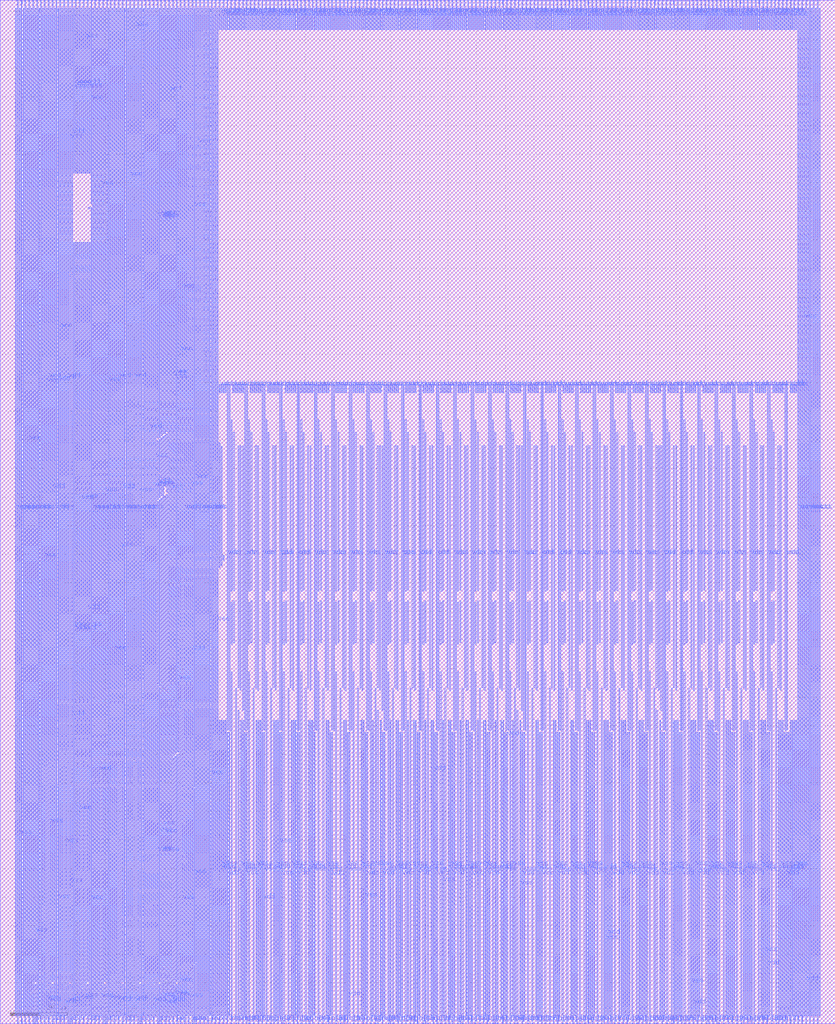
<source format=lef>
VERSION 5.8 ;
BUSBITCHARS "[]" ;
DIVIDERCHAR "/" ;

MACRO sram22_256x32m4w8_test
  CLASS BLOCK ;
  ORIGIN 76.825 224.365 ;
  FOREIGN sram22_256x32m4w8_test -76.825 -224.365 ;
  SIZE 292.37 BY 358.29 ;
  SYMMETRY X Y R90 ;
  PIN vdd
    DIRECTION INOUT ;
    USE POWER ;
    PORT
      LAYER met3 ;
        RECT 206.555 132.52 206.885 133.65 ;
        RECT 206.555 128.355 206.885 128.685 ;
        RECT 206.555 126.995 206.885 127.325 ;
        RECT 206.555 125.635 206.885 125.965 ;
        RECT 206.555 124.275 206.885 124.605 ;
        RECT 206.555 121.41 206.885 121.74 ;
        RECT 206.555 119.235 206.885 119.565 ;
        RECT 206.555 117.655 206.885 117.985 ;
        RECT 206.555 116.805 206.885 117.135 ;
        RECT 206.555 114.495 206.885 114.825 ;
        RECT 206.555 113.645 206.885 113.975 ;
        RECT 206.555 111.335 206.885 111.665 ;
        RECT 206.555 110.485 206.885 110.815 ;
        RECT 206.555 108.175 206.885 108.505 ;
        RECT 206.555 107.325 206.885 107.655 ;
        RECT 206.555 105.015 206.885 105.345 ;
        RECT 206.555 103.435 206.885 103.765 ;
        RECT 206.555 102.585 206.885 102.915 ;
        RECT 206.555 100.275 206.885 100.605 ;
        RECT 206.555 99.425 206.885 99.755 ;
        RECT 206.555 97.115 206.885 97.445 ;
        RECT 206.555 96.265 206.885 96.595 ;
        RECT 206.555 93.955 206.885 94.285 ;
        RECT 206.555 93.105 206.885 93.435 ;
        RECT 206.555 90.795 206.885 91.125 ;
        RECT 206.555 89.215 206.885 89.545 ;
        RECT 206.555 88.365 206.885 88.695 ;
        RECT 206.555 86.055 206.885 86.385 ;
        RECT 206.555 85.205 206.885 85.535 ;
        RECT 206.555 82.895 206.885 83.225 ;
        RECT 206.555 82.045 206.885 82.375 ;
        RECT 206.555 79.735 206.885 80.065 ;
        RECT 206.555 78.885 206.885 79.215 ;
        RECT 206.555 76.575 206.885 76.905 ;
        RECT 206.555 74.995 206.885 75.325 ;
        RECT 206.555 74.145 206.885 74.475 ;
        RECT 206.555 71.835 206.885 72.165 ;
        RECT 206.555 70.985 206.885 71.315 ;
        RECT 206.555 68.675 206.885 69.005 ;
        RECT 206.555 67.825 206.885 68.155 ;
        RECT 206.555 65.515 206.885 65.845 ;
        RECT 206.555 64.665 206.885 64.995 ;
        RECT 206.555 62.355 206.885 62.685 ;
        RECT 206.555 60.775 206.885 61.105 ;
        RECT 206.555 59.925 206.885 60.255 ;
        RECT 206.555 57.615 206.885 57.945 ;
        RECT 206.555 56.765 206.885 57.095 ;
        RECT 206.555 54.455 206.885 54.785 ;
        RECT 206.555 53.605 206.885 53.935 ;
        RECT 206.555 51.295 206.885 51.625 ;
        RECT 206.555 50.445 206.885 50.775 ;
        RECT 206.555 48.135 206.885 48.465 ;
        RECT 206.555 46.555 206.885 46.885 ;
        RECT 206.555 45.705 206.885 46.035 ;
        RECT 206.555 43.395 206.885 43.725 ;
        RECT 206.555 42.545 206.885 42.875 ;
        RECT 206.555 40.235 206.885 40.565 ;
        RECT 206.555 39.385 206.885 39.715 ;
        RECT 206.555 37.075 206.885 37.405 ;
        RECT 206.555 36.225 206.885 36.555 ;
        RECT 206.555 33.915 206.885 34.245 ;
        RECT 206.555 32.335 206.885 32.665 ;
        RECT 206.555 31.485 206.885 31.815 ;
        RECT 206.555 29.175 206.885 29.505 ;
        RECT 206.555 28.325 206.885 28.655 ;
        RECT 206.555 26.015 206.885 26.345 ;
        RECT 206.555 25.165 206.885 25.495 ;
        RECT 206.555 22.855 206.885 23.185 ;
        RECT 206.555 22.005 206.885 22.335 ;
        RECT 206.555 19.695 206.885 20.025 ;
        RECT 206.555 18.115 206.885 18.445 ;
        RECT 206.555 17.265 206.885 17.595 ;
        RECT 206.555 14.955 206.885 15.285 ;
        RECT 206.555 14.105 206.885 14.435 ;
        RECT 206.555 11.795 206.885 12.125 ;
        RECT 206.555 10.945 206.885 11.275 ;
        RECT 206.555 8.635 206.885 8.965 ;
        RECT 206.555 7.785 206.885 8.115 ;
        RECT 206.555 5.475 206.885 5.805 ;
        RECT 206.555 3.895 206.885 4.225 ;
        RECT 206.555 3.045 206.885 3.375 ;
        RECT 206.555 0.87 206.885 1.2 ;
        RECT 206.555 -0.845 206.885 -0.515 ;
        RECT 206.555 -2.205 206.885 -1.875 ;
        RECT 206.555 -3.565 206.885 -3.235 ;
        RECT 206.555 -4.925 206.885 -4.595 ;
        RECT 206.555 -6.285 206.885 -5.955 ;
        RECT 206.555 -7.645 206.885 -7.315 ;
        RECT 206.555 -9.005 206.885 -8.675 ;
        RECT 206.555 -10.365 206.885 -10.035 ;
        RECT 206.555 -11.725 206.885 -11.395 ;
        RECT 206.555 -13.085 206.885 -12.755 ;
        RECT 206.555 -14.445 206.885 -14.115 ;
        RECT 206.555 -15.805 206.885 -15.475 ;
        RECT 206.555 -17.165 206.885 -16.835 ;
        RECT 206.555 -18.525 206.885 -18.195 ;
        RECT 206.555 -19.885 206.885 -19.555 ;
        RECT 206.555 -21.245 206.885 -20.915 ;
        RECT 206.555 -22.605 206.885 -22.275 ;
        RECT 206.555 -23.965 206.885 -23.635 ;
        RECT 206.555 -25.325 206.885 -24.995 ;
        RECT 206.555 -26.685 206.885 -26.355 ;
        RECT 206.555 -28.045 206.885 -27.715 ;
        RECT 206.555 -29.405 206.885 -29.075 ;
        RECT 206.555 -30.765 206.885 -30.435 ;
        RECT 206.555 -32.125 206.885 -31.795 ;
        RECT 206.555 -33.485 206.885 -33.155 ;
        RECT 206.555 -34.845 206.885 -34.515 ;
        RECT 206.555 -36.205 206.885 -35.875 ;
        RECT 206.555 -37.565 206.885 -37.235 ;
        RECT 206.555 -38.925 206.885 -38.595 ;
        RECT 206.555 -40.285 206.885 -39.955 ;
        RECT 206.555 -41.645 206.885 -41.315 ;
        RECT 206.555 -43.005 206.885 -42.675 ;
        RECT 206.555 -44.365 206.885 -44.035 ;
        RECT 206.555 -45.725 206.885 -45.395 ;
        RECT 206.555 -47.085 206.885 -46.755 ;
        RECT 206.555 -48.445 206.885 -48.115 ;
        RECT 206.555 -49.805 206.885 -49.475 ;
        RECT 206.555 -51.165 206.885 -50.835 ;
        RECT 206.555 -52.525 206.885 -52.195 ;
        RECT 206.555 -53.885 206.885 -53.555 ;
        RECT 206.555 -55.245 206.885 -54.915 ;
        RECT 206.555 -56.605 206.885 -56.275 ;
        RECT 206.555 -57.965 206.885 -57.635 ;
        RECT 206.555 -59.325 206.885 -58.995 ;
        RECT 206.555 -60.685 206.885 -60.355 ;
        RECT 206.555 -62.045 206.885 -61.715 ;
        RECT 206.555 -63.405 206.885 -63.075 ;
        RECT 206.555 -64.765 206.885 -64.435 ;
        RECT 206.555 -66.125 206.885 -65.795 ;
        RECT 206.555 -67.485 206.885 -67.155 ;
        RECT 206.555 -68.845 206.885 -68.515 ;
        RECT 206.555 -70.205 206.885 -69.875 ;
        RECT 206.555 -71.565 206.885 -71.235 ;
        RECT 206.555 -72.925 206.885 -72.595 ;
        RECT 206.555 -74.285 206.885 -73.955 ;
        RECT 206.555 -75.645 206.885 -75.315 ;
        RECT 206.555 -77.005 206.885 -76.675 ;
        RECT 206.555 -78.365 206.885 -78.035 ;
        RECT 206.555 -79.725 206.885 -79.395 ;
        RECT 206.555 -81.085 206.885 -80.755 ;
        RECT 206.555 -82.445 206.885 -82.115 ;
        RECT 206.555 -83.805 206.885 -83.475 ;
        RECT 206.555 -85.165 206.885 -84.835 ;
        RECT 206.555 -86.525 206.885 -86.195 ;
        RECT 206.555 -87.885 206.885 -87.555 ;
        RECT 206.555 -89.245 206.885 -88.915 ;
        RECT 206.555 -90.605 206.885 -90.275 ;
        RECT 206.555 -91.965 206.885 -91.635 ;
        RECT 206.555 -93.325 206.885 -92.995 ;
        RECT 206.555 -94.685 206.885 -94.355 ;
        RECT 206.555 -96.045 206.885 -95.715 ;
        RECT 206.555 -97.405 206.885 -97.075 ;
        RECT 206.555 -98.765 206.885 -98.435 ;
        RECT 206.555 -100.125 206.885 -99.795 ;
        RECT 206.555 -101.485 206.885 -101.155 ;
        RECT 206.555 -102.845 206.885 -102.515 ;
        RECT 206.555 -104.205 206.885 -103.875 ;
        RECT 206.555 -105.565 206.885 -105.235 ;
        RECT 206.555 -106.925 206.885 -106.595 ;
        RECT 206.555 -108.285 206.885 -107.955 ;
        RECT 206.555 -109.645 206.885 -109.315 ;
        RECT 206.555 -111.005 206.885 -110.675 ;
        RECT 206.555 -112.365 206.885 -112.035 ;
        RECT 206.555 -113.725 206.885 -113.395 ;
        RECT 206.555 -115.085 206.885 -114.755 ;
        RECT 206.555 -116.445 206.885 -116.115 ;
        RECT 206.555 -117.805 206.885 -117.475 ;
        RECT 206.555 -119.165 206.885 -118.835 ;
        RECT 206.555 -120.525 206.885 -120.195 ;
        RECT 206.555 -121.885 206.885 -121.555 ;
        RECT 206.555 -123.245 206.885 -122.915 ;
        RECT 206.555 -124.605 206.885 -124.275 ;
        RECT 206.555 -125.965 206.885 -125.635 ;
        RECT 206.555 -127.325 206.885 -126.995 ;
        RECT 206.555 -128.685 206.885 -128.355 ;
        RECT 206.555 -130.045 206.885 -129.715 ;
        RECT 206.555 -131.405 206.885 -131.075 ;
        RECT 206.555 -132.765 206.885 -132.435 ;
        RECT 206.555 -134.125 206.885 -133.795 ;
        RECT 206.555 -135.485 206.885 -135.155 ;
        RECT 206.555 -136.845 206.885 -136.515 ;
        RECT 206.555 -138.205 206.885 -137.875 ;
        RECT 206.555 -139.565 206.885 -139.235 ;
        RECT 206.555 -140.925 206.885 -140.595 ;
        RECT 206.555 -142.285 206.885 -141.955 ;
        RECT 206.555 -143.645 206.885 -143.315 ;
        RECT 206.555 -145.005 206.885 -144.675 ;
        RECT 206.555 -146.365 206.885 -146.035 ;
        RECT 206.555 -147.725 206.885 -147.395 ;
        RECT 206.555 -149.085 206.885 -148.755 ;
        RECT 206.555 -150.445 206.885 -150.115 ;
        RECT 206.555 -151.805 206.885 -151.475 ;
        RECT 206.555 -153.165 206.885 -152.835 ;
        RECT 206.555 -154.525 206.885 -154.195 ;
        RECT 206.555 -155.885 206.885 -155.555 ;
        RECT 206.555 -157.245 206.885 -156.915 ;
        RECT 206.555 -158.605 206.885 -158.275 ;
        RECT 206.555 -159.965 206.885 -159.635 ;
        RECT 206.555 -161.325 206.885 -160.995 ;
        RECT 206.555 -162.685 206.885 -162.355 ;
        RECT 206.555 -164.045 206.885 -163.715 ;
        RECT 206.555 -165.405 206.885 -165.075 ;
        RECT 206.555 -166.765 206.885 -166.435 ;
        RECT 206.555 -168.125 206.885 -167.795 ;
        RECT 206.555 -169.485 206.885 -169.155 ;
        RECT 206.555 -170.845 206.885 -170.515 ;
        RECT 206.555 -172.205 206.885 -171.875 ;
        RECT 206.555 -173.565 206.885 -173.235 ;
        RECT 206.555 -174.925 206.885 -174.595 ;
        RECT 206.555 -176.285 206.885 -175.955 ;
        RECT 206.555 -177.645 206.885 -177.315 ;
        RECT 206.555 -179.005 206.885 -178.675 ;
        RECT 206.555 -180.365 206.885 -180.035 ;
        RECT 206.555 -181.725 206.885 -181.395 ;
        RECT 206.555 -183.085 206.885 -182.755 ;
        RECT 206.555 -184.445 206.885 -184.115 ;
        RECT 206.555 -185.805 206.885 -185.475 ;
        RECT 206.555 -187.165 206.885 -186.835 ;
        RECT 206.555 -188.525 206.885 -188.195 ;
        RECT 206.555 -189.885 206.885 -189.555 ;
        RECT 206.555 -191.245 206.885 -190.915 ;
        RECT 206.555 -192.605 206.885 -192.275 ;
        RECT 206.555 -193.965 206.885 -193.635 ;
        RECT 206.555 -195.325 206.885 -194.995 ;
        RECT 206.555 -196.685 206.885 -196.355 ;
        RECT 206.555 -198.045 206.885 -197.715 ;
        RECT 206.555 -199.405 206.885 -199.075 ;
        RECT 206.555 -200.765 206.885 -200.435 ;
        RECT 206.555 -202.125 206.885 -201.795 ;
        RECT 206.555 -203.485 206.885 -203.155 ;
        RECT 206.555 -204.845 206.885 -204.515 ;
        RECT 206.555 -206.205 206.885 -205.875 ;
        RECT 206.555 -207.565 206.885 -207.235 ;
        RECT 206.555 -208.925 206.885 -208.595 ;
        RECT 206.555 -210.285 206.885 -209.955 ;
        RECT 206.555 -211.645 206.885 -211.315 ;
        RECT 206.555 -213.005 206.885 -212.675 ;
        RECT 206.555 -214.365 206.885 -214.035 ;
        RECT 206.555 -215.725 206.885 -215.395 ;
        RECT 206.555 -217.085 206.885 -216.755 ;
        RECT 206.555 -218.445 206.885 -218.115 ;
        RECT 206.555 -224.09 206.885 -222.96 ;
        RECT 206.56 -224.205 206.88 133.765 ;
    END
    PORT
      LAYER met3 ;
        RECT 207.915 132.52 208.245 133.65 ;
        RECT 207.915 128.355 208.245 128.685 ;
        RECT 207.915 126.995 208.245 127.325 ;
        RECT 207.915 125.635 208.245 125.965 ;
        RECT 207.915 124.275 208.245 124.605 ;
        RECT 207.915 122.915 208.245 123.245 ;
        RECT 207.915 121.555 208.245 121.885 ;
        RECT 207.915 120.195 208.245 120.525 ;
        RECT 207.915 118.835 208.245 119.165 ;
        RECT 207.915 117.475 208.245 117.805 ;
        RECT 207.915 116.115 208.245 116.445 ;
        RECT 207.915 114.755 208.245 115.085 ;
        RECT 207.915 113.395 208.245 113.725 ;
        RECT 207.915 112.035 208.245 112.365 ;
        RECT 207.915 110.675 208.245 111.005 ;
        RECT 207.915 109.315 208.245 109.645 ;
        RECT 207.915 107.955 208.245 108.285 ;
        RECT 207.915 106.595 208.245 106.925 ;
        RECT 207.915 105.235 208.245 105.565 ;
        RECT 207.915 103.875 208.245 104.205 ;
        RECT 207.915 102.515 208.245 102.845 ;
        RECT 207.915 101.155 208.245 101.485 ;
        RECT 207.915 99.795 208.245 100.125 ;
        RECT 207.915 98.435 208.245 98.765 ;
        RECT 207.915 97.075 208.245 97.405 ;
        RECT 207.915 95.715 208.245 96.045 ;
        RECT 207.915 94.355 208.245 94.685 ;
        RECT 207.915 92.995 208.245 93.325 ;
        RECT 207.915 91.635 208.245 91.965 ;
        RECT 207.915 90.275 208.245 90.605 ;
        RECT 207.915 88.915 208.245 89.245 ;
        RECT 207.915 87.555 208.245 87.885 ;
        RECT 207.915 86.195 208.245 86.525 ;
        RECT 207.915 84.835 208.245 85.165 ;
        RECT 207.915 83.475 208.245 83.805 ;
        RECT 207.915 82.115 208.245 82.445 ;
        RECT 207.915 80.755 208.245 81.085 ;
        RECT 207.915 79.395 208.245 79.725 ;
        RECT 207.915 78.035 208.245 78.365 ;
        RECT 207.915 76.675 208.245 77.005 ;
        RECT 207.915 75.315 208.245 75.645 ;
        RECT 207.915 73.955 208.245 74.285 ;
        RECT 207.915 72.595 208.245 72.925 ;
        RECT 207.915 71.235 208.245 71.565 ;
        RECT 207.915 69.875 208.245 70.205 ;
        RECT 207.915 68.515 208.245 68.845 ;
        RECT 207.915 67.155 208.245 67.485 ;
        RECT 207.915 65.795 208.245 66.125 ;
        RECT 207.915 64.435 208.245 64.765 ;
        RECT 207.915 63.075 208.245 63.405 ;
        RECT 207.915 61.715 208.245 62.045 ;
        RECT 207.915 60.355 208.245 60.685 ;
        RECT 207.915 58.995 208.245 59.325 ;
        RECT 207.915 57.635 208.245 57.965 ;
        RECT 207.915 56.275 208.245 56.605 ;
        RECT 207.915 54.915 208.245 55.245 ;
        RECT 207.915 53.555 208.245 53.885 ;
        RECT 207.915 52.195 208.245 52.525 ;
        RECT 207.915 50.835 208.245 51.165 ;
        RECT 207.915 49.475 208.245 49.805 ;
        RECT 207.915 48.115 208.245 48.445 ;
        RECT 207.915 46.755 208.245 47.085 ;
        RECT 207.915 45.395 208.245 45.725 ;
        RECT 207.915 44.035 208.245 44.365 ;
        RECT 207.915 42.675 208.245 43.005 ;
        RECT 207.915 41.315 208.245 41.645 ;
        RECT 207.915 39.955 208.245 40.285 ;
        RECT 207.915 38.595 208.245 38.925 ;
        RECT 207.915 37.235 208.245 37.565 ;
        RECT 207.915 35.875 208.245 36.205 ;
        RECT 207.915 34.515 208.245 34.845 ;
        RECT 207.915 33.155 208.245 33.485 ;
        RECT 207.915 31.795 208.245 32.125 ;
        RECT 207.915 30.435 208.245 30.765 ;
        RECT 207.915 29.075 208.245 29.405 ;
        RECT 207.915 27.715 208.245 28.045 ;
        RECT 207.915 26.355 208.245 26.685 ;
        RECT 207.915 24.995 208.245 25.325 ;
        RECT 207.915 23.635 208.245 23.965 ;
        RECT 207.915 22.275 208.245 22.605 ;
        RECT 207.915 20.915 208.245 21.245 ;
        RECT 207.915 19.555 208.245 19.885 ;
        RECT 207.915 18.195 208.245 18.525 ;
        RECT 207.915 16.835 208.245 17.165 ;
        RECT 207.915 15.475 208.245 15.805 ;
        RECT 207.915 14.115 208.245 14.445 ;
        RECT 207.915 12.755 208.245 13.085 ;
        RECT 207.915 11.395 208.245 11.725 ;
        RECT 207.915 10.035 208.245 10.365 ;
        RECT 207.915 8.675 208.245 9.005 ;
        RECT 207.915 7.315 208.245 7.645 ;
        RECT 207.915 5.955 208.245 6.285 ;
        RECT 207.915 4.595 208.245 4.925 ;
        RECT 207.915 3.235 208.245 3.565 ;
        RECT 207.915 1.875 208.245 2.205 ;
        RECT 207.915 0.515 208.245 0.845 ;
        RECT 207.915 -0.845 208.245 -0.515 ;
        RECT 207.915 -2.205 208.245 -1.875 ;
        RECT 207.915 -3.565 208.245 -3.235 ;
        RECT 207.915 -4.925 208.245 -4.595 ;
        RECT 207.915 -6.285 208.245 -5.955 ;
        RECT 207.915 -7.645 208.245 -7.315 ;
        RECT 207.915 -9.005 208.245 -8.675 ;
        RECT 207.915 -10.365 208.245 -10.035 ;
        RECT 207.915 -11.725 208.245 -11.395 ;
        RECT 207.915 -13.085 208.245 -12.755 ;
        RECT 207.915 -14.445 208.245 -14.115 ;
        RECT 207.915 -15.805 208.245 -15.475 ;
        RECT 207.915 -17.165 208.245 -16.835 ;
        RECT 207.915 -18.525 208.245 -18.195 ;
        RECT 207.915 -19.885 208.245 -19.555 ;
        RECT 207.915 -21.245 208.245 -20.915 ;
        RECT 207.915 -22.605 208.245 -22.275 ;
        RECT 207.915 -23.965 208.245 -23.635 ;
        RECT 207.915 -25.325 208.245 -24.995 ;
        RECT 207.915 -26.685 208.245 -26.355 ;
        RECT 207.915 -28.045 208.245 -27.715 ;
        RECT 207.915 -29.405 208.245 -29.075 ;
        RECT 207.915 -30.765 208.245 -30.435 ;
        RECT 207.915 -32.125 208.245 -31.795 ;
        RECT 207.915 -33.485 208.245 -33.155 ;
        RECT 207.915 -34.845 208.245 -34.515 ;
        RECT 207.915 -36.205 208.245 -35.875 ;
        RECT 207.915 -37.565 208.245 -37.235 ;
        RECT 207.915 -38.925 208.245 -38.595 ;
        RECT 207.915 -40.285 208.245 -39.955 ;
        RECT 207.915 -41.645 208.245 -41.315 ;
        RECT 207.915 -43.005 208.245 -42.675 ;
        RECT 207.915 -44.365 208.245 -44.035 ;
        RECT 207.915 -45.725 208.245 -45.395 ;
        RECT 207.915 -47.085 208.245 -46.755 ;
        RECT 207.915 -48.445 208.245 -48.115 ;
        RECT 207.915 -49.805 208.245 -49.475 ;
        RECT 207.915 -51.165 208.245 -50.835 ;
        RECT 207.915 -52.525 208.245 -52.195 ;
        RECT 207.915 -53.885 208.245 -53.555 ;
        RECT 207.915 -55.245 208.245 -54.915 ;
        RECT 207.915 -56.605 208.245 -56.275 ;
        RECT 207.915 -57.965 208.245 -57.635 ;
        RECT 207.915 -59.325 208.245 -58.995 ;
        RECT 207.915 -60.685 208.245 -60.355 ;
        RECT 207.915 -62.045 208.245 -61.715 ;
        RECT 207.915 -63.405 208.245 -63.075 ;
        RECT 207.915 -64.765 208.245 -64.435 ;
        RECT 207.915 -66.125 208.245 -65.795 ;
        RECT 207.915 -67.485 208.245 -67.155 ;
        RECT 207.915 -68.845 208.245 -68.515 ;
        RECT 207.915 -70.205 208.245 -69.875 ;
        RECT 207.915 -71.565 208.245 -71.235 ;
        RECT 207.915 -72.925 208.245 -72.595 ;
        RECT 207.915 -74.285 208.245 -73.955 ;
        RECT 207.915 -75.645 208.245 -75.315 ;
        RECT 207.915 -77.005 208.245 -76.675 ;
        RECT 207.915 -78.365 208.245 -78.035 ;
        RECT 207.915 -79.725 208.245 -79.395 ;
        RECT 207.915 -81.085 208.245 -80.755 ;
        RECT 207.915 -82.445 208.245 -82.115 ;
        RECT 207.915 -83.805 208.245 -83.475 ;
        RECT 207.915 -85.165 208.245 -84.835 ;
        RECT 207.915 -86.525 208.245 -86.195 ;
        RECT 207.915 -87.885 208.245 -87.555 ;
        RECT 207.915 -89.245 208.245 -88.915 ;
        RECT 207.915 -90.605 208.245 -90.275 ;
        RECT 207.915 -91.965 208.245 -91.635 ;
        RECT 207.915 -93.325 208.245 -92.995 ;
        RECT 207.915 -94.685 208.245 -94.355 ;
        RECT 207.915 -96.045 208.245 -95.715 ;
        RECT 207.915 -97.405 208.245 -97.075 ;
        RECT 207.915 -98.765 208.245 -98.435 ;
        RECT 207.915 -100.125 208.245 -99.795 ;
        RECT 207.915 -101.485 208.245 -101.155 ;
        RECT 207.915 -102.845 208.245 -102.515 ;
        RECT 207.915 -104.205 208.245 -103.875 ;
        RECT 207.915 -105.565 208.245 -105.235 ;
        RECT 207.915 -106.925 208.245 -106.595 ;
        RECT 207.915 -108.285 208.245 -107.955 ;
        RECT 207.915 -109.645 208.245 -109.315 ;
        RECT 207.915 -111.005 208.245 -110.675 ;
        RECT 207.915 -112.365 208.245 -112.035 ;
        RECT 207.915 -113.725 208.245 -113.395 ;
        RECT 207.915 -115.085 208.245 -114.755 ;
        RECT 207.915 -116.445 208.245 -116.115 ;
        RECT 207.915 -117.805 208.245 -117.475 ;
        RECT 207.915 -119.165 208.245 -118.835 ;
        RECT 207.915 -120.525 208.245 -120.195 ;
        RECT 207.915 -121.885 208.245 -121.555 ;
        RECT 207.915 -123.245 208.245 -122.915 ;
        RECT 207.915 -124.605 208.245 -124.275 ;
        RECT 207.915 -125.965 208.245 -125.635 ;
        RECT 207.915 -127.325 208.245 -126.995 ;
        RECT 207.915 -128.685 208.245 -128.355 ;
        RECT 207.915 -130.045 208.245 -129.715 ;
        RECT 207.915 -131.405 208.245 -131.075 ;
        RECT 207.915 -132.765 208.245 -132.435 ;
        RECT 207.915 -134.125 208.245 -133.795 ;
        RECT 207.915 -135.485 208.245 -135.155 ;
        RECT 207.915 -136.845 208.245 -136.515 ;
        RECT 207.915 -138.205 208.245 -137.875 ;
        RECT 207.915 -139.565 208.245 -139.235 ;
        RECT 207.915 -140.925 208.245 -140.595 ;
        RECT 207.915 -142.285 208.245 -141.955 ;
        RECT 207.915 -143.645 208.245 -143.315 ;
        RECT 207.915 -145.005 208.245 -144.675 ;
        RECT 207.915 -146.365 208.245 -146.035 ;
        RECT 207.915 -147.725 208.245 -147.395 ;
        RECT 207.915 -149.085 208.245 -148.755 ;
        RECT 207.915 -150.445 208.245 -150.115 ;
        RECT 207.915 -151.805 208.245 -151.475 ;
        RECT 207.915 -153.165 208.245 -152.835 ;
        RECT 207.915 -154.525 208.245 -154.195 ;
        RECT 207.915 -155.885 208.245 -155.555 ;
        RECT 207.915 -157.245 208.245 -156.915 ;
        RECT 207.915 -158.605 208.245 -158.275 ;
        RECT 207.915 -159.965 208.245 -159.635 ;
        RECT 207.915 -161.325 208.245 -160.995 ;
        RECT 207.915 -162.685 208.245 -162.355 ;
        RECT 207.915 -164.045 208.245 -163.715 ;
        RECT 207.915 -165.405 208.245 -165.075 ;
        RECT 207.915 -166.765 208.245 -166.435 ;
        RECT 207.915 -168.125 208.245 -167.795 ;
        RECT 207.915 -169.485 208.245 -169.155 ;
        RECT 207.915 -170.845 208.245 -170.515 ;
        RECT 207.915 -172.205 208.245 -171.875 ;
        RECT 207.915 -173.565 208.245 -173.235 ;
        RECT 207.915 -174.925 208.245 -174.595 ;
        RECT 207.915 -176.285 208.245 -175.955 ;
        RECT 207.915 -177.645 208.245 -177.315 ;
        RECT 207.915 -179.005 208.245 -178.675 ;
        RECT 207.915 -180.365 208.245 -180.035 ;
        RECT 207.915 -181.725 208.245 -181.395 ;
        RECT 207.915 -183.085 208.245 -182.755 ;
        RECT 207.915 -184.445 208.245 -184.115 ;
        RECT 207.915 -185.805 208.245 -185.475 ;
        RECT 207.915 -187.165 208.245 -186.835 ;
        RECT 207.915 -188.525 208.245 -188.195 ;
        RECT 207.915 -189.885 208.245 -189.555 ;
        RECT 207.915 -191.245 208.245 -190.915 ;
        RECT 207.915 -192.605 208.245 -192.275 ;
        RECT 207.915 -193.965 208.245 -193.635 ;
        RECT 207.915 -195.325 208.245 -194.995 ;
        RECT 207.915 -196.685 208.245 -196.355 ;
        RECT 207.915 -198.045 208.245 -197.715 ;
        RECT 207.915 -199.405 208.245 -199.075 ;
        RECT 207.915 -200.765 208.245 -200.435 ;
        RECT 207.915 -202.125 208.245 -201.795 ;
        RECT 207.915 -203.485 208.245 -203.155 ;
        RECT 207.915 -204.845 208.245 -204.515 ;
        RECT 207.915 -206.205 208.245 -205.875 ;
        RECT 207.915 -207.565 208.245 -207.235 ;
        RECT 207.915 -208.925 208.245 -208.595 ;
        RECT 207.915 -210.285 208.245 -209.955 ;
        RECT 207.915 -211.645 208.245 -211.315 ;
        RECT 207.915 -213.005 208.245 -212.675 ;
        RECT 207.915 -214.365 208.245 -214.035 ;
        RECT 207.915 -215.725 208.245 -215.395 ;
        RECT 207.915 -217.085 208.245 -216.755 ;
        RECT 207.915 -218.445 208.245 -218.115 ;
        RECT 207.915 -224.09 208.245 -222.96 ;
        RECT 207.92 -224.205 208.24 133.765 ;
    END
    PORT
      LAYER met3 ;
        RECT 209.275 132.52 209.605 133.65 ;
        RECT 209.275 128.355 209.605 128.685 ;
        RECT 209.275 126.995 209.605 127.325 ;
        RECT 209.275 125.635 209.605 125.965 ;
        RECT 209.275 124.275 209.605 124.605 ;
        RECT 209.275 122.915 209.605 123.245 ;
        RECT 209.275 121.555 209.605 121.885 ;
        RECT 209.275 120.195 209.605 120.525 ;
        RECT 209.275 118.835 209.605 119.165 ;
        RECT 209.275 117.475 209.605 117.805 ;
        RECT 209.275 116.115 209.605 116.445 ;
        RECT 209.275 114.755 209.605 115.085 ;
        RECT 209.275 113.395 209.605 113.725 ;
        RECT 209.275 112.035 209.605 112.365 ;
        RECT 209.275 110.675 209.605 111.005 ;
        RECT 209.275 109.315 209.605 109.645 ;
        RECT 209.275 107.955 209.605 108.285 ;
        RECT 209.275 106.595 209.605 106.925 ;
        RECT 209.275 105.235 209.605 105.565 ;
        RECT 209.275 103.875 209.605 104.205 ;
        RECT 209.275 102.515 209.605 102.845 ;
        RECT 209.275 101.155 209.605 101.485 ;
        RECT 209.275 99.795 209.605 100.125 ;
        RECT 209.275 98.435 209.605 98.765 ;
        RECT 209.275 97.075 209.605 97.405 ;
        RECT 209.275 95.715 209.605 96.045 ;
        RECT 209.275 94.355 209.605 94.685 ;
        RECT 209.275 92.995 209.605 93.325 ;
        RECT 209.275 91.635 209.605 91.965 ;
        RECT 209.275 90.275 209.605 90.605 ;
        RECT 209.275 88.915 209.605 89.245 ;
        RECT 209.275 87.555 209.605 87.885 ;
        RECT 209.275 86.195 209.605 86.525 ;
        RECT 209.275 84.835 209.605 85.165 ;
        RECT 209.275 83.475 209.605 83.805 ;
        RECT 209.275 82.115 209.605 82.445 ;
        RECT 209.275 80.755 209.605 81.085 ;
        RECT 209.275 79.395 209.605 79.725 ;
        RECT 209.275 78.035 209.605 78.365 ;
        RECT 209.275 76.675 209.605 77.005 ;
        RECT 209.275 75.315 209.605 75.645 ;
        RECT 209.275 73.955 209.605 74.285 ;
        RECT 209.275 72.595 209.605 72.925 ;
        RECT 209.275 71.235 209.605 71.565 ;
        RECT 209.275 69.875 209.605 70.205 ;
        RECT 209.275 68.515 209.605 68.845 ;
        RECT 209.275 67.155 209.605 67.485 ;
        RECT 209.275 65.795 209.605 66.125 ;
        RECT 209.275 64.435 209.605 64.765 ;
        RECT 209.275 63.075 209.605 63.405 ;
        RECT 209.275 61.715 209.605 62.045 ;
        RECT 209.275 60.355 209.605 60.685 ;
        RECT 209.275 58.995 209.605 59.325 ;
        RECT 209.275 57.635 209.605 57.965 ;
        RECT 209.275 56.275 209.605 56.605 ;
        RECT 209.275 54.915 209.605 55.245 ;
        RECT 209.275 53.555 209.605 53.885 ;
        RECT 209.275 52.195 209.605 52.525 ;
        RECT 209.275 50.835 209.605 51.165 ;
        RECT 209.275 49.475 209.605 49.805 ;
        RECT 209.275 48.115 209.605 48.445 ;
        RECT 209.275 46.755 209.605 47.085 ;
        RECT 209.275 45.395 209.605 45.725 ;
        RECT 209.275 44.035 209.605 44.365 ;
        RECT 209.275 42.675 209.605 43.005 ;
        RECT 209.275 41.315 209.605 41.645 ;
        RECT 209.275 39.955 209.605 40.285 ;
        RECT 209.275 38.595 209.605 38.925 ;
        RECT 209.275 37.235 209.605 37.565 ;
        RECT 209.275 35.875 209.605 36.205 ;
        RECT 209.275 34.515 209.605 34.845 ;
        RECT 209.275 33.155 209.605 33.485 ;
        RECT 209.275 31.795 209.605 32.125 ;
        RECT 209.275 30.435 209.605 30.765 ;
        RECT 209.275 29.075 209.605 29.405 ;
        RECT 209.275 27.715 209.605 28.045 ;
        RECT 209.275 26.355 209.605 26.685 ;
        RECT 209.275 24.995 209.605 25.325 ;
        RECT 209.275 23.635 209.605 23.965 ;
        RECT 209.275 22.275 209.605 22.605 ;
        RECT 209.275 20.915 209.605 21.245 ;
        RECT 209.275 19.555 209.605 19.885 ;
        RECT 209.275 18.195 209.605 18.525 ;
        RECT 209.275 16.835 209.605 17.165 ;
        RECT 209.275 15.475 209.605 15.805 ;
        RECT 209.275 14.115 209.605 14.445 ;
        RECT 209.275 12.755 209.605 13.085 ;
        RECT 209.275 11.395 209.605 11.725 ;
        RECT 209.275 10.035 209.605 10.365 ;
        RECT 209.275 8.675 209.605 9.005 ;
        RECT 209.275 7.315 209.605 7.645 ;
        RECT 209.275 5.955 209.605 6.285 ;
        RECT 209.275 4.595 209.605 4.925 ;
        RECT 209.275 3.235 209.605 3.565 ;
        RECT 209.275 1.875 209.605 2.205 ;
        RECT 209.275 0.515 209.605 0.845 ;
        RECT 209.275 -0.845 209.605 -0.515 ;
        RECT 209.275 -2.205 209.605 -1.875 ;
        RECT 209.275 -3.565 209.605 -3.235 ;
        RECT 209.275 -4.925 209.605 -4.595 ;
        RECT 209.275 -6.285 209.605 -5.955 ;
        RECT 209.275 -7.645 209.605 -7.315 ;
        RECT 209.275 -9.005 209.605 -8.675 ;
        RECT 209.275 -10.365 209.605 -10.035 ;
        RECT 209.275 -11.725 209.605 -11.395 ;
        RECT 209.275 -13.085 209.605 -12.755 ;
        RECT 209.275 -14.445 209.605 -14.115 ;
        RECT 209.275 -15.805 209.605 -15.475 ;
        RECT 209.275 -17.165 209.605 -16.835 ;
        RECT 209.275 -18.525 209.605 -18.195 ;
        RECT 209.275 -19.885 209.605 -19.555 ;
        RECT 209.275 -21.245 209.605 -20.915 ;
        RECT 209.275 -22.605 209.605 -22.275 ;
        RECT 209.275 -23.965 209.605 -23.635 ;
        RECT 209.275 -25.325 209.605 -24.995 ;
        RECT 209.275 -26.685 209.605 -26.355 ;
        RECT 209.275 -28.045 209.605 -27.715 ;
        RECT 209.275 -29.405 209.605 -29.075 ;
        RECT 209.275 -30.765 209.605 -30.435 ;
        RECT 209.275 -32.125 209.605 -31.795 ;
        RECT 209.275 -33.485 209.605 -33.155 ;
        RECT 209.275 -34.845 209.605 -34.515 ;
        RECT 209.275 -36.205 209.605 -35.875 ;
        RECT 209.275 -37.565 209.605 -37.235 ;
        RECT 209.275 -38.925 209.605 -38.595 ;
        RECT 209.275 -40.285 209.605 -39.955 ;
        RECT 209.275 -41.645 209.605 -41.315 ;
        RECT 209.275 -43.005 209.605 -42.675 ;
        RECT 209.275 -44.365 209.605 -44.035 ;
        RECT 209.275 -45.725 209.605 -45.395 ;
        RECT 209.275 -47.085 209.605 -46.755 ;
        RECT 209.275 -48.445 209.605 -48.115 ;
        RECT 209.275 -49.805 209.605 -49.475 ;
        RECT 209.275 -51.165 209.605 -50.835 ;
        RECT 209.275 -52.525 209.605 -52.195 ;
        RECT 209.275 -53.885 209.605 -53.555 ;
        RECT 209.275 -55.245 209.605 -54.915 ;
        RECT 209.275 -56.605 209.605 -56.275 ;
        RECT 209.275 -57.965 209.605 -57.635 ;
        RECT 209.275 -59.325 209.605 -58.995 ;
        RECT 209.275 -60.685 209.605 -60.355 ;
        RECT 209.275 -62.045 209.605 -61.715 ;
        RECT 209.275 -63.405 209.605 -63.075 ;
        RECT 209.275 -64.765 209.605 -64.435 ;
        RECT 209.275 -66.125 209.605 -65.795 ;
        RECT 209.275 -67.485 209.605 -67.155 ;
        RECT 209.275 -68.845 209.605 -68.515 ;
        RECT 209.275 -70.205 209.605 -69.875 ;
        RECT 209.275 -71.565 209.605 -71.235 ;
        RECT 209.275 -72.925 209.605 -72.595 ;
        RECT 209.275 -74.285 209.605 -73.955 ;
        RECT 209.275 -75.645 209.605 -75.315 ;
        RECT 209.275 -77.005 209.605 -76.675 ;
        RECT 209.275 -78.365 209.605 -78.035 ;
        RECT 209.275 -79.725 209.605 -79.395 ;
        RECT 209.275 -81.085 209.605 -80.755 ;
        RECT 209.275 -82.445 209.605 -82.115 ;
        RECT 209.275 -83.805 209.605 -83.475 ;
        RECT 209.275 -85.165 209.605 -84.835 ;
        RECT 209.275 -86.525 209.605 -86.195 ;
        RECT 209.275 -87.885 209.605 -87.555 ;
        RECT 209.275 -89.245 209.605 -88.915 ;
        RECT 209.275 -90.605 209.605 -90.275 ;
        RECT 209.275 -91.965 209.605 -91.635 ;
        RECT 209.275 -93.325 209.605 -92.995 ;
        RECT 209.275 -94.685 209.605 -94.355 ;
        RECT 209.275 -96.045 209.605 -95.715 ;
        RECT 209.275 -97.405 209.605 -97.075 ;
        RECT 209.275 -98.765 209.605 -98.435 ;
        RECT 209.275 -100.125 209.605 -99.795 ;
        RECT 209.275 -101.485 209.605 -101.155 ;
        RECT 209.275 -102.845 209.605 -102.515 ;
        RECT 209.275 -104.205 209.605 -103.875 ;
        RECT 209.275 -105.565 209.605 -105.235 ;
        RECT 209.275 -106.925 209.605 -106.595 ;
        RECT 209.275 -108.285 209.605 -107.955 ;
        RECT 209.275 -109.645 209.605 -109.315 ;
        RECT 209.275 -111.005 209.605 -110.675 ;
        RECT 209.275 -112.365 209.605 -112.035 ;
        RECT 209.275 -113.725 209.605 -113.395 ;
        RECT 209.275 -115.085 209.605 -114.755 ;
        RECT 209.275 -116.445 209.605 -116.115 ;
        RECT 209.275 -117.805 209.605 -117.475 ;
        RECT 209.275 -119.165 209.605 -118.835 ;
        RECT 209.275 -120.525 209.605 -120.195 ;
        RECT 209.275 -121.885 209.605 -121.555 ;
        RECT 209.275 -123.245 209.605 -122.915 ;
        RECT 209.275 -124.605 209.605 -124.275 ;
        RECT 209.275 -125.965 209.605 -125.635 ;
        RECT 209.275 -127.325 209.605 -126.995 ;
        RECT 209.275 -128.685 209.605 -128.355 ;
        RECT 209.275 -130.045 209.605 -129.715 ;
        RECT 209.275 -131.405 209.605 -131.075 ;
        RECT 209.275 -132.765 209.605 -132.435 ;
        RECT 209.275 -134.125 209.605 -133.795 ;
        RECT 209.275 -135.485 209.605 -135.155 ;
        RECT 209.275 -136.845 209.605 -136.515 ;
        RECT 209.275 -138.205 209.605 -137.875 ;
        RECT 209.275 -139.565 209.605 -139.235 ;
        RECT 209.275 -140.925 209.605 -140.595 ;
        RECT 209.275 -142.285 209.605 -141.955 ;
        RECT 209.275 -143.645 209.605 -143.315 ;
        RECT 209.275 -145.005 209.605 -144.675 ;
        RECT 209.275 -146.365 209.605 -146.035 ;
        RECT 209.275 -147.725 209.605 -147.395 ;
        RECT 209.275 -149.085 209.605 -148.755 ;
        RECT 209.275 -150.445 209.605 -150.115 ;
        RECT 209.275 -151.805 209.605 -151.475 ;
        RECT 209.275 -153.165 209.605 -152.835 ;
        RECT 209.275 -154.525 209.605 -154.195 ;
        RECT 209.275 -155.885 209.605 -155.555 ;
        RECT 209.275 -157.245 209.605 -156.915 ;
        RECT 209.275 -158.605 209.605 -158.275 ;
        RECT 209.275 -159.965 209.605 -159.635 ;
        RECT 209.275 -161.325 209.605 -160.995 ;
        RECT 209.275 -162.685 209.605 -162.355 ;
        RECT 209.275 -164.045 209.605 -163.715 ;
        RECT 209.275 -165.405 209.605 -165.075 ;
        RECT 209.275 -166.765 209.605 -166.435 ;
        RECT 209.275 -168.125 209.605 -167.795 ;
        RECT 209.275 -169.485 209.605 -169.155 ;
        RECT 209.275 -170.845 209.605 -170.515 ;
        RECT 209.275 -172.205 209.605 -171.875 ;
        RECT 209.275 -173.565 209.605 -173.235 ;
        RECT 209.275 -174.925 209.605 -174.595 ;
        RECT 209.275 -176.285 209.605 -175.955 ;
        RECT 209.275 -177.645 209.605 -177.315 ;
        RECT 209.275 -179.005 209.605 -178.675 ;
        RECT 209.275 -180.365 209.605 -180.035 ;
        RECT 209.275 -181.725 209.605 -181.395 ;
        RECT 209.275 -183.085 209.605 -182.755 ;
        RECT 209.275 -184.445 209.605 -184.115 ;
        RECT 209.275 -185.805 209.605 -185.475 ;
        RECT 209.275 -187.165 209.605 -186.835 ;
        RECT 209.275 -188.525 209.605 -188.195 ;
        RECT 209.275 -189.885 209.605 -189.555 ;
        RECT 209.275 -191.245 209.605 -190.915 ;
        RECT 209.275 -192.605 209.605 -192.275 ;
        RECT 209.275 -193.965 209.605 -193.635 ;
        RECT 209.275 -195.325 209.605 -194.995 ;
        RECT 209.275 -196.685 209.605 -196.355 ;
        RECT 209.275 -198.045 209.605 -197.715 ;
        RECT 209.275 -199.405 209.605 -199.075 ;
        RECT 209.275 -200.765 209.605 -200.435 ;
        RECT 209.275 -202.125 209.605 -201.795 ;
        RECT 209.275 -203.485 209.605 -203.155 ;
        RECT 209.275 -204.845 209.605 -204.515 ;
        RECT 209.275 -206.205 209.605 -205.875 ;
        RECT 209.275 -207.565 209.605 -207.235 ;
        RECT 209.275 -208.925 209.605 -208.595 ;
        RECT 209.275 -210.285 209.605 -209.955 ;
        RECT 209.275 -211.645 209.605 -211.315 ;
        RECT 209.275 -213.005 209.605 -212.675 ;
        RECT 209.275 -214.365 209.605 -214.035 ;
        RECT 209.275 -215.725 209.605 -215.395 ;
        RECT 209.275 -217.085 209.605 -216.755 ;
        RECT 209.275 -218.445 209.605 -218.115 ;
        RECT 209.275 -224.09 209.605 -222.96 ;
        RECT 209.28 -224.205 209.6 133.765 ;
    END
    PORT
      LAYER met3 ;
        RECT 191.76 -121.535 192.09 -0.51 ;
    END
    PORT
      LAYER met3 ;
        RECT 192.955 132.52 193.285 133.65 ;
        RECT 192.955 128.355 193.285 128.685 ;
        RECT 192.955 126.995 193.285 127.325 ;
        RECT 192.955 125.635 193.285 125.965 ;
        RECT 192.955 124.275 193.285 124.605 ;
        RECT 192.96 123.6 193.28 133.765 ;
    END
    PORT
      LAYER met3 ;
        RECT 194.315 132.52 194.645 133.65 ;
        RECT 194.315 128.355 194.645 128.685 ;
        RECT 194.315 126.995 194.645 127.325 ;
        RECT 194.315 125.635 194.645 125.965 ;
        RECT 194.315 124.275 194.645 124.605 ;
        RECT 194.32 123.6 194.64 133.765 ;
    END
    PORT
      LAYER met3 ;
        RECT 194.315 -0.845 194.645 -0.515 ;
        RECT 194.315 -2.205 194.645 -1.875 ;
        RECT 194.315 -3.565 194.645 -3.235 ;
        RECT 194.32 -3.565 194.64 -0.515 ;
    END
    PORT
      LAYER met3 ;
        RECT 195.675 132.52 196.005 133.65 ;
        RECT 195.675 128.355 196.005 128.685 ;
        RECT 195.675 126.995 196.005 127.325 ;
        RECT 195.675 125.635 196.005 125.965 ;
        RECT 195.675 124.275 196.005 124.605 ;
        RECT 195.68 123.6 196 133.765 ;
    END
    PORT
      LAYER met3 ;
        RECT 195.675 -0.845 196.005 -0.515 ;
        RECT 195.675 -2.205 196.005 -1.875 ;
        RECT 195.675 -3.565 196.005 -3.235 ;
        RECT 195.68 -3.565 196 -0.515 ;
    END
    PORT
      LAYER met3 ;
        RECT 195.675 -119.165 196.005 -118.835 ;
        RECT 195.675 -120.525 196.005 -120.195 ;
        RECT 195.675 -121.885 196.005 -121.555 ;
        RECT 195.675 -123.245 196.005 -122.915 ;
        RECT 195.675 -124.605 196.005 -124.275 ;
        RECT 195.675 -125.965 196.005 -125.635 ;
        RECT 195.675 -127.325 196.005 -126.995 ;
        RECT 195.675 -128.685 196.005 -128.355 ;
        RECT 195.675 -130.045 196.005 -129.715 ;
        RECT 195.675 -131.405 196.005 -131.075 ;
        RECT 195.675 -132.765 196.005 -132.435 ;
        RECT 195.675 -134.125 196.005 -133.795 ;
        RECT 195.675 -135.485 196.005 -135.155 ;
        RECT 195.675 -136.845 196.005 -136.515 ;
        RECT 195.675 -138.205 196.005 -137.875 ;
        RECT 195.675 -139.565 196.005 -139.235 ;
        RECT 195.675 -140.925 196.005 -140.595 ;
        RECT 195.675 -142.285 196.005 -141.955 ;
        RECT 195.675 -143.645 196.005 -143.315 ;
        RECT 195.675 -145.005 196.005 -144.675 ;
        RECT 195.675 -146.365 196.005 -146.035 ;
        RECT 195.675 -147.725 196.005 -147.395 ;
        RECT 195.675 -149.085 196.005 -148.755 ;
        RECT 195.675 -150.445 196.005 -150.115 ;
        RECT 195.675 -151.805 196.005 -151.475 ;
        RECT 195.675 -153.165 196.005 -152.835 ;
        RECT 195.675 -154.525 196.005 -154.195 ;
        RECT 195.675 -155.885 196.005 -155.555 ;
        RECT 195.675 -157.245 196.005 -156.915 ;
        RECT 195.675 -158.605 196.005 -158.275 ;
        RECT 195.675 -159.965 196.005 -159.635 ;
        RECT 195.675 -161.325 196.005 -160.995 ;
        RECT 195.675 -162.685 196.005 -162.355 ;
        RECT 195.675 -164.045 196.005 -163.715 ;
        RECT 195.675 -165.405 196.005 -165.075 ;
        RECT 195.675 -166.765 196.005 -166.435 ;
        RECT 195.675 -168.125 196.005 -167.795 ;
        RECT 195.675 -169.485 196.005 -169.155 ;
        RECT 195.675 -170.845 196.005 -170.515 ;
        RECT 195.675 -172.205 196.005 -171.875 ;
        RECT 195.675 -173.565 196.005 -173.235 ;
        RECT 195.675 -174.925 196.005 -174.595 ;
        RECT 195.675 -176.285 196.005 -175.955 ;
        RECT 195.675 -177.645 196.005 -177.315 ;
        RECT 195.675 -179.005 196.005 -178.675 ;
        RECT 195.675 -180.365 196.005 -180.035 ;
        RECT 195.675 -181.725 196.005 -181.395 ;
        RECT 195.675 -183.085 196.005 -182.755 ;
        RECT 195.675 -184.445 196.005 -184.115 ;
        RECT 195.675 -185.805 196.005 -185.475 ;
        RECT 195.675 -187.165 196.005 -186.835 ;
        RECT 195.675 -188.525 196.005 -188.195 ;
        RECT 195.675 -189.885 196.005 -189.555 ;
        RECT 195.675 -191.245 196.005 -190.915 ;
        RECT 195.675 -192.605 196.005 -192.275 ;
        RECT 195.675 -193.965 196.005 -193.635 ;
        RECT 195.675 -195.325 196.005 -194.995 ;
        RECT 195.675 -196.685 196.005 -196.355 ;
        RECT 195.675 -198.045 196.005 -197.715 ;
        RECT 195.675 -199.405 196.005 -199.075 ;
        RECT 195.675 -200.765 196.005 -200.435 ;
        RECT 195.675 -202.125 196.005 -201.795 ;
        RECT 195.675 -203.485 196.005 -203.155 ;
        RECT 195.675 -204.845 196.005 -204.515 ;
        RECT 195.675 -206.205 196.005 -205.875 ;
        RECT 195.675 -207.565 196.005 -207.235 ;
        RECT 195.675 -208.925 196.005 -208.595 ;
        RECT 195.675 -210.285 196.005 -209.955 ;
        RECT 195.675 -211.645 196.005 -211.315 ;
        RECT 195.675 -213.005 196.005 -212.675 ;
        RECT 195.675 -214.365 196.005 -214.035 ;
        RECT 195.675 -215.725 196.005 -215.395 ;
        RECT 195.675 -217.085 196.005 -216.755 ;
        RECT 195.675 -218.445 196.005 -218.115 ;
        RECT 195.675 -224.09 196.005 -222.96 ;
        RECT 195.68 -224.205 196 -118.16 ;
    END
    PORT
      LAYER met3 ;
        RECT 197.035 132.52 197.365 133.65 ;
        RECT 197.035 128.355 197.365 128.685 ;
        RECT 197.035 126.995 197.365 127.325 ;
        RECT 197.035 125.635 197.365 125.965 ;
        RECT 197.035 124.275 197.365 124.605 ;
        RECT 197.04 123.6 197.36 133.765 ;
    END
    PORT
      LAYER met3 ;
        RECT 197.035 -0.845 197.365 -0.515 ;
        RECT 197.035 -2.205 197.365 -1.875 ;
        RECT 197.035 -3.565 197.365 -3.235 ;
        RECT 197.04 -3.565 197.36 -0.515 ;
    END
    PORT
      LAYER met3 ;
        RECT 197.035 -119.165 197.365 -118.835 ;
        RECT 197.035 -120.525 197.365 -120.195 ;
        RECT 197.035 -121.885 197.365 -121.555 ;
        RECT 197.035 -123.245 197.365 -122.915 ;
        RECT 197.035 -124.605 197.365 -124.275 ;
        RECT 197.035 -125.965 197.365 -125.635 ;
        RECT 197.035 -127.325 197.365 -126.995 ;
        RECT 197.035 -128.685 197.365 -128.355 ;
        RECT 197.035 -130.045 197.365 -129.715 ;
        RECT 197.035 -131.405 197.365 -131.075 ;
        RECT 197.035 -132.765 197.365 -132.435 ;
        RECT 197.035 -134.125 197.365 -133.795 ;
        RECT 197.035 -135.485 197.365 -135.155 ;
        RECT 197.035 -136.845 197.365 -136.515 ;
        RECT 197.035 -138.205 197.365 -137.875 ;
        RECT 197.035 -139.565 197.365 -139.235 ;
        RECT 197.035 -140.925 197.365 -140.595 ;
        RECT 197.035 -142.285 197.365 -141.955 ;
        RECT 197.035 -143.645 197.365 -143.315 ;
        RECT 197.035 -145.005 197.365 -144.675 ;
        RECT 197.035 -146.365 197.365 -146.035 ;
        RECT 197.035 -147.725 197.365 -147.395 ;
        RECT 197.035 -149.085 197.365 -148.755 ;
        RECT 197.035 -150.445 197.365 -150.115 ;
        RECT 197.035 -151.805 197.365 -151.475 ;
        RECT 197.035 -153.165 197.365 -152.835 ;
        RECT 197.035 -154.525 197.365 -154.195 ;
        RECT 197.035 -155.885 197.365 -155.555 ;
        RECT 197.035 -157.245 197.365 -156.915 ;
        RECT 197.035 -158.605 197.365 -158.275 ;
        RECT 197.035 -159.965 197.365 -159.635 ;
        RECT 197.035 -161.325 197.365 -160.995 ;
        RECT 197.035 -162.685 197.365 -162.355 ;
        RECT 197.035 -164.045 197.365 -163.715 ;
        RECT 197.035 -165.405 197.365 -165.075 ;
        RECT 197.035 -166.765 197.365 -166.435 ;
        RECT 197.035 -168.125 197.365 -167.795 ;
        RECT 197.035 -169.485 197.365 -169.155 ;
        RECT 197.035 -170.845 197.365 -170.515 ;
        RECT 197.035 -172.205 197.365 -171.875 ;
        RECT 197.035 -173.565 197.365 -173.235 ;
        RECT 197.035 -174.925 197.365 -174.595 ;
        RECT 197.035 -176.285 197.365 -175.955 ;
        RECT 197.035 -177.645 197.365 -177.315 ;
        RECT 197.035 -179.005 197.365 -178.675 ;
        RECT 197.035 -180.365 197.365 -180.035 ;
        RECT 197.035 -181.725 197.365 -181.395 ;
        RECT 197.035 -183.085 197.365 -182.755 ;
        RECT 197.035 -184.445 197.365 -184.115 ;
        RECT 197.035 -185.805 197.365 -185.475 ;
        RECT 197.035 -187.165 197.365 -186.835 ;
        RECT 197.035 -188.525 197.365 -188.195 ;
        RECT 197.035 -189.885 197.365 -189.555 ;
        RECT 197.035 -191.245 197.365 -190.915 ;
        RECT 197.035 -192.605 197.365 -192.275 ;
        RECT 197.035 -193.965 197.365 -193.635 ;
        RECT 197.035 -195.325 197.365 -194.995 ;
        RECT 197.035 -196.685 197.365 -196.355 ;
        RECT 197.035 -198.045 197.365 -197.715 ;
        RECT 197.035 -199.405 197.365 -199.075 ;
        RECT 197.035 -200.765 197.365 -200.435 ;
        RECT 197.035 -202.125 197.365 -201.795 ;
        RECT 197.035 -203.485 197.365 -203.155 ;
        RECT 197.035 -204.845 197.365 -204.515 ;
        RECT 197.035 -206.205 197.365 -205.875 ;
        RECT 197.035 -207.565 197.365 -207.235 ;
        RECT 197.035 -208.925 197.365 -208.595 ;
        RECT 197.035 -210.285 197.365 -209.955 ;
        RECT 197.035 -211.645 197.365 -211.315 ;
        RECT 197.035 -213.005 197.365 -212.675 ;
        RECT 197.035 -214.365 197.365 -214.035 ;
        RECT 197.035 -215.725 197.365 -215.395 ;
        RECT 197.035 -217.085 197.365 -216.755 ;
        RECT 197.035 -218.445 197.365 -218.115 ;
        RECT 197.035 -224.09 197.365 -222.96 ;
        RECT 197.04 -224.205 197.36 -118.16 ;
    END
    PORT
      LAYER met3 ;
        RECT 198.395 132.52 198.725 133.65 ;
        RECT 198.395 128.355 198.725 128.685 ;
        RECT 198.395 126.995 198.725 127.325 ;
        RECT 198.395 125.635 198.725 125.965 ;
        RECT 198.395 124.275 198.725 124.605 ;
        RECT 198.4 123.6 198.72 133.765 ;
    END
    PORT
      LAYER met3 ;
        RECT 198.395 -123.245 198.725 -122.915 ;
        RECT 198.395 -124.605 198.725 -124.275 ;
        RECT 198.395 -125.965 198.725 -125.635 ;
        RECT 198.395 -127.325 198.725 -126.995 ;
        RECT 198.395 -128.685 198.725 -128.355 ;
        RECT 198.395 -130.045 198.725 -129.715 ;
        RECT 198.395 -131.405 198.725 -131.075 ;
        RECT 198.395 -132.765 198.725 -132.435 ;
        RECT 198.395 -134.125 198.725 -133.795 ;
        RECT 198.395 -135.485 198.725 -135.155 ;
        RECT 198.395 -136.845 198.725 -136.515 ;
        RECT 198.395 -138.205 198.725 -137.875 ;
        RECT 198.395 -139.565 198.725 -139.235 ;
        RECT 198.395 -140.925 198.725 -140.595 ;
        RECT 198.395 -142.285 198.725 -141.955 ;
        RECT 198.395 -143.645 198.725 -143.315 ;
        RECT 198.395 -145.005 198.725 -144.675 ;
        RECT 198.395 -146.365 198.725 -146.035 ;
        RECT 198.395 -147.725 198.725 -147.395 ;
        RECT 198.395 -149.085 198.725 -148.755 ;
        RECT 198.395 -150.445 198.725 -150.115 ;
        RECT 198.395 -151.805 198.725 -151.475 ;
        RECT 198.395 -153.165 198.725 -152.835 ;
        RECT 198.395 -154.525 198.725 -154.195 ;
        RECT 198.395 -155.885 198.725 -155.555 ;
        RECT 198.395 -157.245 198.725 -156.915 ;
        RECT 198.395 -158.605 198.725 -158.275 ;
        RECT 198.395 -159.965 198.725 -159.635 ;
        RECT 198.395 -161.325 198.725 -160.995 ;
        RECT 198.395 -162.685 198.725 -162.355 ;
        RECT 198.395 -164.045 198.725 -163.715 ;
        RECT 198.395 -165.405 198.725 -165.075 ;
        RECT 198.395 -166.765 198.725 -166.435 ;
        RECT 198.395 -168.125 198.725 -167.795 ;
        RECT 198.395 -169.485 198.725 -169.155 ;
        RECT 198.395 -170.845 198.725 -170.515 ;
        RECT 198.395 -172.205 198.725 -171.875 ;
        RECT 198.395 -173.565 198.725 -173.235 ;
        RECT 198.395 -174.925 198.725 -174.595 ;
        RECT 198.395 -176.285 198.725 -175.955 ;
        RECT 198.395 -177.645 198.725 -177.315 ;
        RECT 198.395 -179.005 198.725 -178.675 ;
        RECT 198.395 -180.365 198.725 -180.035 ;
        RECT 198.395 -181.725 198.725 -181.395 ;
        RECT 198.395 -183.085 198.725 -182.755 ;
        RECT 198.395 -184.445 198.725 -184.115 ;
        RECT 198.395 -185.805 198.725 -185.475 ;
        RECT 198.395 -187.165 198.725 -186.835 ;
        RECT 198.395 -188.525 198.725 -188.195 ;
        RECT 198.395 -189.885 198.725 -189.555 ;
        RECT 198.395 -191.245 198.725 -190.915 ;
        RECT 198.395 -192.605 198.725 -192.275 ;
        RECT 198.395 -193.965 198.725 -193.635 ;
        RECT 198.395 -195.325 198.725 -194.995 ;
        RECT 198.395 -196.685 198.725 -196.355 ;
        RECT 198.395 -198.045 198.725 -197.715 ;
        RECT 198.395 -199.405 198.725 -199.075 ;
        RECT 198.395 -200.765 198.725 -200.435 ;
        RECT 198.395 -202.125 198.725 -201.795 ;
        RECT 198.395 -203.485 198.725 -203.155 ;
        RECT 198.395 -204.845 198.725 -204.515 ;
        RECT 198.395 -206.205 198.725 -205.875 ;
        RECT 198.395 -207.565 198.725 -207.235 ;
        RECT 198.395 -208.925 198.725 -208.595 ;
        RECT 198.395 -210.285 198.725 -209.955 ;
        RECT 198.395 -211.645 198.725 -211.315 ;
        RECT 198.395 -213.005 198.725 -212.675 ;
        RECT 198.395 -214.365 198.725 -214.035 ;
        RECT 198.395 -215.725 198.725 -215.395 ;
        RECT 198.395 -217.085 198.725 -216.755 ;
        RECT 198.395 -218.445 198.725 -218.115 ;
        RECT 198.395 -224.09 198.725 -222.96 ;
        RECT 198.4 -224.205 198.72 -122.24 ;
    END
    PORT
      LAYER met3 ;
        RECT 198.51 -121.535 198.84 -0.51 ;
    END
    PORT
      LAYER met3 ;
        RECT 199.755 132.52 200.085 133.65 ;
        RECT 199.755 128.355 200.085 128.685 ;
        RECT 199.755 126.995 200.085 127.325 ;
        RECT 199.755 125.635 200.085 125.965 ;
        RECT 199.755 124.275 200.085 124.605 ;
        RECT 199.76 123.6 200.08 133.765 ;
    END
    PORT
      LAYER met3 ;
        RECT 199.755 -0.845 200.085 -0.515 ;
        RECT 199.755 -2.205 200.085 -1.875 ;
        RECT 199.755 -3.565 200.085 -3.235 ;
        RECT 199.76 -3.565 200.08 -0.515 ;
    END
    PORT
      LAYER met3 ;
        RECT 199.755 -119.165 200.085 -118.835 ;
        RECT 199.755 -120.525 200.085 -120.195 ;
        RECT 199.755 -121.885 200.085 -121.555 ;
        RECT 199.755 -123.245 200.085 -122.915 ;
        RECT 199.755 -124.605 200.085 -124.275 ;
        RECT 199.755 -125.965 200.085 -125.635 ;
        RECT 199.755 -127.325 200.085 -126.995 ;
        RECT 199.755 -128.685 200.085 -128.355 ;
        RECT 199.755 -130.045 200.085 -129.715 ;
        RECT 199.755 -131.405 200.085 -131.075 ;
        RECT 199.755 -132.765 200.085 -132.435 ;
        RECT 199.755 -134.125 200.085 -133.795 ;
        RECT 199.755 -135.485 200.085 -135.155 ;
        RECT 199.755 -136.845 200.085 -136.515 ;
        RECT 199.755 -138.205 200.085 -137.875 ;
        RECT 199.755 -139.565 200.085 -139.235 ;
        RECT 199.755 -140.925 200.085 -140.595 ;
        RECT 199.755 -142.285 200.085 -141.955 ;
        RECT 199.755 -143.645 200.085 -143.315 ;
        RECT 199.755 -145.005 200.085 -144.675 ;
        RECT 199.755 -146.365 200.085 -146.035 ;
        RECT 199.755 -147.725 200.085 -147.395 ;
        RECT 199.755 -149.085 200.085 -148.755 ;
        RECT 199.755 -150.445 200.085 -150.115 ;
        RECT 199.755 -151.805 200.085 -151.475 ;
        RECT 199.755 -153.165 200.085 -152.835 ;
        RECT 199.755 -154.525 200.085 -154.195 ;
        RECT 199.755 -155.885 200.085 -155.555 ;
        RECT 199.755 -157.245 200.085 -156.915 ;
        RECT 199.755 -158.605 200.085 -158.275 ;
        RECT 199.755 -159.965 200.085 -159.635 ;
        RECT 199.755 -161.325 200.085 -160.995 ;
        RECT 199.755 -162.685 200.085 -162.355 ;
        RECT 199.755 -164.045 200.085 -163.715 ;
        RECT 199.755 -165.405 200.085 -165.075 ;
        RECT 199.755 -166.765 200.085 -166.435 ;
        RECT 199.755 -168.125 200.085 -167.795 ;
        RECT 199.755 -169.485 200.085 -169.155 ;
        RECT 199.755 -170.845 200.085 -170.515 ;
        RECT 199.755 -172.205 200.085 -171.875 ;
        RECT 199.755 -173.565 200.085 -173.235 ;
        RECT 199.755 -174.925 200.085 -174.595 ;
        RECT 199.755 -176.285 200.085 -175.955 ;
        RECT 199.755 -177.645 200.085 -177.315 ;
        RECT 199.755 -179.005 200.085 -178.675 ;
        RECT 199.755 -180.365 200.085 -180.035 ;
        RECT 199.755 -181.725 200.085 -181.395 ;
        RECT 199.755 -183.085 200.085 -182.755 ;
        RECT 199.755 -184.445 200.085 -184.115 ;
        RECT 199.755 -185.805 200.085 -185.475 ;
        RECT 199.755 -187.165 200.085 -186.835 ;
        RECT 199.755 -188.525 200.085 -188.195 ;
        RECT 199.755 -189.885 200.085 -189.555 ;
        RECT 199.755 -191.245 200.085 -190.915 ;
        RECT 199.755 -192.605 200.085 -192.275 ;
        RECT 199.755 -193.965 200.085 -193.635 ;
        RECT 199.755 -195.325 200.085 -194.995 ;
        RECT 199.755 -196.685 200.085 -196.355 ;
        RECT 199.755 -198.045 200.085 -197.715 ;
        RECT 199.755 -199.405 200.085 -199.075 ;
        RECT 199.755 -200.765 200.085 -200.435 ;
        RECT 199.755 -202.125 200.085 -201.795 ;
        RECT 199.755 -203.485 200.085 -203.155 ;
        RECT 199.755 -204.845 200.085 -204.515 ;
        RECT 199.755 -206.205 200.085 -205.875 ;
        RECT 199.755 -207.565 200.085 -207.235 ;
        RECT 199.755 -208.925 200.085 -208.595 ;
        RECT 199.755 -210.285 200.085 -209.955 ;
        RECT 199.755 -211.645 200.085 -211.315 ;
        RECT 199.755 -213.005 200.085 -212.675 ;
        RECT 199.755 -214.365 200.085 -214.035 ;
        RECT 199.755 -215.725 200.085 -215.395 ;
        RECT 199.755 -217.085 200.085 -216.755 ;
        RECT 199.755 -218.445 200.085 -218.115 ;
        RECT 199.755 -224.09 200.085 -222.96 ;
        RECT 199.76 -224.205 200.08 -118.16 ;
    END
    PORT
      LAYER met3 ;
        RECT 201.115 132.52 201.445 133.65 ;
        RECT 201.115 128.355 201.445 128.685 ;
        RECT 201.115 126.995 201.445 127.325 ;
        RECT 201.115 125.635 201.445 125.965 ;
        RECT 201.115 124.275 201.445 124.605 ;
        RECT 201.12 123.6 201.44 133.765 ;
    END
    PORT
      LAYER met3 ;
        RECT 201.115 -0.845 201.445 -0.515 ;
        RECT 201.115 -2.205 201.445 -1.875 ;
        RECT 201.115 -3.565 201.445 -3.235 ;
        RECT 201.12 -3.565 201.44 -0.515 ;
    END
    PORT
      LAYER met3 ;
        RECT 201.115 -119.165 201.445 -118.835 ;
        RECT 201.115 -120.525 201.445 -120.195 ;
        RECT 201.115 -121.885 201.445 -121.555 ;
        RECT 201.115 -123.245 201.445 -122.915 ;
        RECT 201.115 -124.605 201.445 -124.275 ;
        RECT 201.115 -125.965 201.445 -125.635 ;
        RECT 201.115 -127.325 201.445 -126.995 ;
        RECT 201.115 -128.685 201.445 -128.355 ;
        RECT 201.115 -130.045 201.445 -129.715 ;
        RECT 201.115 -131.405 201.445 -131.075 ;
        RECT 201.115 -132.765 201.445 -132.435 ;
        RECT 201.115 -134.125 201.445 -133.795 ;
        RECT 201.115 -135.485 201.445 -135.155 ;
        RECT 201.115 -136.845 201.445 -136.515 ;
        RECT 201.115 -138.205 201.445 -137.875 ;
        RECT 201.115 -139.565 201.445 -139.235 ;
        RECT 201.115 -140.925 201.445 -140.595 ;
        RECT 201.115 -142.285 201.445 -141.955 ;
        RECT 201.115 -143.645 201.445 -143.315 ;
        RECT 201.115 -145.005 201.445 -144.675 ;
        RECT 201.115 -146.365 201.445 -146.035 ;
        RECT 201.115 -147.725 201.445 -147.395 ;
        RECT 201.115 -149.085 201.445 -148.755 ;
        RECT 201.115 -150.445 201.445 -150.115 ;
        RECT 201.115 -151.805 201.445 -151.475 ;
        RECT 201.115 -153.165 201.445 -152.835 ;
        RECT 201.115 -154.525 201.445 -154.195 ;
        RECT 201.115 -155.885 201.445 -155.555 ;
        RECT 201.115 -157.245 201.445 -156.915 ;
        RECT 201.115 -158.605 201.445 -158.275 ;
        RECT 201.115 -159.965 201.445 -159.635 ;
        RECT 201.115 -161.325 201.445 -160.995 ;
        RECT 201.115 -162.685 201.445 -162.355 ;
        RECT 201.115 -164.045 201.445 -163.715 ;
        RECT 201.115 -165.405 201.445 -165.075 ;
        RECT 201.115 -166.765 201.445 -166.435 ;
        RECT 201.115 -168.125 201.445 -167.795 ;
        RECT 201.115 -169.485 201.445 -169.155 ;
        RECT 201.115 -170.845 201.445 -170.515 ;
        RECT 201.115 -172.205 201.445 -171.875 ;
        RECT 201.115 -173.565 201.445 -173.235 ;
        RECT 201.115 -174.925 201.445 -174.595 ;
        RECT 201.115 -176.285 201.445 -175.955 ;
        RECT 201.115 -177.645 201.445 -177.315 ;
        RECT 201.115 -179.005 201.445 -178.675 ;
        RECT 201.115 -180.365 201.445 -180.035 ;
        RECT 201.115 -181.725 201.445 -181.395 ;
        RECT 201.115 -183.085 201.445 -182.755 ;
        RECT 201.115 -184.445 201.445 -184.115 ;
        RECT 201.115 -185.805 201.445 -185.475 ;
        RECT 201.115 -187.165 201.445 -186.835 ;
        RECT 201.115 -188.525 201.445 -188.195 ;
        RECT 201.115 -189.885 201.445 -189.555 ;
        RECT 201.115 -191.245 201.445 -190.915 ;
        RECT 201.115 -192.605 201.445 -192.275 ;
        RECT 201.115 -193.965 201.445 -193.635 ;
        RECT 201.115 -195.325 201.445 -194.995 ;
        RECT 201.115 -196.685 201.445 -196.355 ;
        RECT 201.115 -198.045 201.445 -197.715 ;
        RECT 201.115 -199.405 201.445 -199.075 ;
        RECT 201.115 -200.765 201.445 -200.435 ;
        RECT 201.115 -202.125 201.445 -201.795 ;
        RECT 201.115 -203.485 201.445 -203.155 ;
        RECT 201.115 -204.845 201.445 -204.515 ;
        RECT 201.115 -206.205 201.445 -205.875 ;
        RECT 201.115 -207.565 201.445 -207.235 ;
        RECT 201.115 -208.925 201.445 -208.595 ;
        RECT 201.115 -210.285 201.445 -209.955 ;
        RECT 201.115 -211.645 201.445 -211.315 ;
        RECT 201.115 -213.005 201.445 -212.675 ;
        RECT 201.115 -214.365 201.445 -214.035 ;
        RECT 201.115 -215.725 201.445 -215.395 ;
        RECT 201.115 -217.085 201.445 -216.755 ;
        RECT 201.115 -218.445 201.445 -218.115 ;
        RECT 201.115 -224.09 201.445 -222.96 ;
        RECT 201.12 -224.205 201.44 -118.16 ;
    END
    PORT
      LAYER met3 ;
        RECT 202.475 132.52 202.805 133.65 ;
        RECT 202.475 128.355 202.805 128.685 ;
        RECT 202.475 126.995 202.805 127.325 ;
        RECT 202.475 125.635 202.805 125.965 ;
        RECT 202.475 124.275 202.805 124.605 ;
        RECT 202.475 121.41 202.805 121.74 ;
        RECT 202.475 119.235 202.805 119.565 ;
        RECT 202.475 117.655 202.805 117.985 ;
        RECT 202.475 116.805 202.805 117.135 ;
        RECT 202.475 114.495 202.805 114.825 ;
        RECT 202.475 113.645 202.805 113.975 ;
        RECT 202.475 111.335 202.805 111.665 ;
        RECT 202.475 110.485 202.805 110.815 ;
        RECT 202.475 108.175 202.805 108.505 ;
        RECT 202.475 107.325 202.805 107.655 ;
        RECT 202.475 105.015 202.805 105.345 ;
        RECT 202.475 103.435 202.805 103.765 ;
        RECT 202.475 102.585 202.805 102.915 ;
        RECT 202.475 100.275 202.805 100.605 ;
        RECT 202.475 99.425 202.805 99.755 ;
        RECT 202.475 97.115 202.805 97.445 ;
        RECT 202.475 96.265 202.805 96.595 ;
        RECT 202.475 93.955 202.805 94.285 ;
        RECT 202.475 93.105 202.805 93.435 ;
        RECT 202.475 90.795 202.805 91.125 ;
        RECT 202.475 89.215 202.805 89.545 ;
        RECT 202.475 88.365 202.805 88.695 ;
        RECT 202.475 86.055 202.805 86.385 ;
        RECT 202.475 85.205 202.805 85.535 ;
        RECT 202.475 82.895 202.805 83.225 ;
        RECT 202.475 82.045 202.805 82.375 ;
        RECT 202.475 79.735 202.805 80.065 ;
        RECT 202.475 78.885 202.805 79.215 ;
        RECT 202.475 76.575 202.805 76.905 ;
        RECT 202.475 74.995 202.805 75.325 ;
        RECT 202.475 74.145 202.805 74.475 ;
        RECT 202.475 71.835 202.805 72.165 ;
        RECT 202.475 70.985 202.805 71.315 ;
        RECT 202.475 68.675 202.805 69.005 ;
        RECT 202.475 67.825 202.805 68.155 ;
        RECT 202.475 65.515 202.805 65.845 ;
        RECT 202.475 64.665 202.805 64.995 ;
        RECT 202.475 62.355 202.805 62.685 ;
        RECT 202.475 60.775 202.805 61.105 ;
        RECT 202.475 59.925 202.805 60.255 ;
        RECT 202.475 57.615 202.805 57.945 ;
        RECT 202.475 56.765 202.805 57.095 ;
        RECT 202.475 54.455 202.805 54.785 ;
        RECT 202.475 53.605 202.805 53.935 ;
        RECT 202.475 51.295 202.805 51.625 ;
        RECT 202.475 50.445 202.805 50.775 ;
        RECT 202.475 48.135 202.805 48.465 ;
        RECT 202.475 46.555 202.805 46.885 ;
        RECT 202.475 45.705 202.805 46.035 ;
        RECT 202.475 43.395 202.805 43.725 ;
        RECT 202.475 42.545 202.805 42.875 ;
        RECT 202.475 40.235 202.805 40.565 ;
        RECT 202.475 39.385 202.805 39.715 ;
        RECT 202.475 37.075 202.805 37.405 ;
        RECT 202.475 36.225 202.805 36.555 ;
        RECT 202.475 33.915 202.805 34.245 ;
        RECT 202.475 32.335 202.805 32.665 ;
        RECT 202.475 31.485 202.805 31.815 ;
        RECT 202.475 29.175 202.805 29.505 ;
        RECT 202.475 28.325 202.805 28.655 ;
        RECT 202.475 26.015 202.805 26.345 ;
        RECT 202.475 25.165 202.805 25.495 ;
        RECT 202.475 22.855 202.805 23.185 ;
        RECT 202.475 22.005 202.805 22.335 ;
        RECT 202.475 19.695 202.805 20.025 ;
        RECT 202.475 18.115 202.805 18.445 ;
        RECT 202.475 17.265 202.805 17.595 ;
        RECT 202.475 14.955 202.805 15.285 ;
        RECT 202.475 14.105 202.805 14.435 ;
        RECT 202.475 11.795 202.805 12.125 ;
        RECT 202.475 10.945 202.805 11.275 ;
        RECT 202.475 8.635 202.805 8.965 ;
        RECT 202.475 7.785 202.805 8.115 ;
        RECT 202.475 5.475 202.805 5.805 ;
        RECT 202.475 3.895 202.805 4.225 ;
        RECT 202.475 3.045 202.805 3.375 ;
        RECT 202.475 0.87 202.805 1.2 ;
        RECT 202.475 -0.845 202.805 -0.515 ;
        RECT 202.475 -2.205 202.805 -1.875 ;
        RECT 202.475 -3.565 202.805 -3.235 ;
        RECT 202.475 -4.925 202.805 -4.595 ;
        RECT 202.475 -6.285 202.805 -5.955 ;
        RECT 202.475 -7.645 202.805 -7.315 ;
        RECT 202.475 -9.005 202.805 -8.675 ;
        RECT 202.475 -10.365 202.805 -10.035 ;
        RECT 202.475 -11.725 202.805 -11.395 ;
        RECT 202.475 -13.085 202.805 -12.755 ;
        RECT 202.475 -14.445 202.805 -14.115 ;
        RECT 202.475 -15.805 202.805 -15.475 ;
        RECT 202.475 -17.165 202.805 -16.835 ;
        RECT 202.475 -18.525 202.805 -18.195 ;
        RECT 202.475 -19.885 202.805 -19.555 ;
        RECT 202.475 -21.245 202.805 -20.915 ;
        RECT 202.475 -22.605 202.805 -22.275 ;
        RECT 202.475 -23.965 202.805 -23.635 ;
        RECT 202.475 -25.325 202.805 -24.995 ;
        RECT 202.475 -26.685 202.805 -26.355 ;
        RECT 202.475 -28.045 202.805 -27.715 ;
        RECT 202.475 -29.405 202.805 -29.075 ;
        RECT 202.475 -30.765 202.805 -30.435 ;
        RECT 202.475 -32.125 202.805 -31.795 ;
        RECT 202.475 -33.485 202.805 -33.155 ;
        RECT 202.475 -34.845 202.805 -34.515 ;
        RECT 202.475 -36.205 202.805 -35.875 ;
        RECT 202.475 -37.565 202.805 -37.235 ;
        RECT 202.475 -38.925 202.805 -38.595 ;
        RECT 202.475 -40.285 202.805 -39.955 ;
        RECT 202.475 -41.645 202.805 -41.315 ;
        RECT 202.475 -43.005 202.805 -42.675 ;
        RECT 202.475 -44.365 202.805 -44.035 ;
        RECT 202.475 -45.725 202.805 -45.395 ;
        RECT 202.475 -47.085 202.805 -46.755 ;
        RECT 202.475 -48.445 202.805 -48.115 ;
        RECT 202.475 -49.805 202.805 -49.475 ;
        RECT 202.475 -51.165 202.805 -50.835 ;
        RECT 202.475 -52.525 202.805 -52.195 ;
        RECT 202.475 -53.885 202.805 -53.555 ;
        RECT 202.475 -55.245 202.805 -54.915 ;
        RECT 202.475 -56.605 202.805 -56.275 ;
        RECT 202.475 -57.965 202.805 -57.635 ;
        RECT 202.475 -59.325 202.805 -58.995 ;
        RECT 202.475 -60.685 202.805 -60.355 ;
        RECT 202.475 -62.045 202.805 -61.715 ;
        RECT 202.475 -63.405 202.805 -63.075 ;
        RECT 202.475 -64.765 202.805 -64.435 ;
        RECT 202.475 -66.125 202.805 -65.795 ;
        RECT 202.475 -67.485 202.805 -67.155 ;
        RECT 202.475 -68.845 202.805 -68.515 ;
        RECT 202.475 -70.205 202.805 -69.875 ;
        RECT 202.475 -71.565 202.805 -71.235 ;
        RECT 202.475 -72.925 202.805 -72.595 ;
        RECT 202.475 -74.285 202.805 -73.955 ;
        RECT 202.475 -75.645 202.805 -75.315 ;
        RECT 202.475 -77.005 202.805 -76.675 ;
        RECT 202.475 -78.365 202.805 -78.035 ;
        RECT 202.475 -79.725 202.805 -79.395 ;
        RECT 202.475 -81.085 202.805 -80.755 ;
        RECT 202.475 -82.445 202.805 -82.115 ;
        RECT 202.475 -83.805 202.805 -83.475 ;
        RECT 202.475 -85.165 202.805 -84.835 ;
        RECT 202.475 -86.525 202.805 -86.195 ;
        RECT 202.475 -87.885 202.805 -87.555 ;
        RECT 202.475 -89.245 202.805 -88.915 ;
        RECT 202.475 -90.605 202.805 -90.275 ;
        RECT 202.475 -91.965 202.805 -91.635 ;
        RECT 202.475 -93.325 202.805 -92.995 ;
        RECT 202.475 -94.685 202.805 -94.355 ;
        RECT 202.475 -96.045 202.805 -95.715 ;
        RECT 202.475 -97.405 202.805 -97.075 ;
        RECT 202.475 -98.765 202.805 -98.435 ;
        RECT 202.475 -100.125 202.805 -99.795 ;
        RECT 202.475 -101.485 202.805 -101.155 ;
        RECT 202.475 -102.845 202.805 -102.515 ;
        RECT 202.475 -104.205 202.805 -103.875 ;
        RECT 202.475 -105.565 202.805 -105.235 ;
        RECT 202.475 -106.925 202.805 -106.595 ;
        RECT 202.475 -108.285 202.805 -107.955 ;
        RECT 202.475 -109.645 202.805 -109.315 ;
        RECT 202.475 -111.005 202.805 -110.675 ;
        RECT 202.475 -112.365 202.805 -112.035 ;
        RECT 202.475 -113.725 202.805 -113.395 ;
        RECT 202.475 -115.085 202.805 -114.755 ;
        RECT 202.475 -116.445 202.805 -116.115 ;
        RECT 202.475 -117.805 202.805 -117.475 ;
        RECT 202.475 -119.165 202.805 -118.835 ;
        RECT 202.475 -120.525 202.805 -120.195 ;
        RECT 202.475 -121.885 202.805 -121.555 ;
        RECT 202.475 -123.245 202.805 -122.915 ;
        RECT 202.475 -124.605 202.805 -124.275 ;
        RECT 202.475 -125.965 202.805 -125.635 ;
        RECT 202.475 -127.325 202.805 -126.995 ;
        RECT 202.475 -128.685 202.805 -128.355 ;
        RECT 202.475 -130.045 202.805 -129.715 ;
        RECT 202.475 -131.405 202.805 -131.075 ;
        RECT 202.475 -132.765 202.805 -132.435 ;
        RECT 202.475 -134.125 202.805 -133.795 ;
        RECT 202.475 -135.485 202.805 -135.155 ;
        RECT 202.475 -136.845 202.805 -136.515 ;
        RECT 202.475 -138.205 202.805 -137.875 ;
        RECT 202.475 -139.565 202.805 -139.235 ;
        RECT 202.475 -140.925 202.805 -140.595 ;
        RECT 202.475 -142.285 202.805 -141.955 ;
        RECT 202.475 -143.645 202.805 -143.315 ;
        RECT 202.475 -145.005 202.805 -144.675 ;
        RECT 202.475 -146.365 202.805 -146.035 ;
        RECT 202.475 -147.725 202.805 -147.395 ;
        RECT 202.475 -149.085 202.805 -148.755 ;
        RECT 202.475 -150.445 202.805 -150.115 ;
        RECT 202.475 -151.805 202.805 -151.475 ;
        RECT 202.475 -153.165 202.805 -152.835 ;
        RECT 202.475 -154.525 202.805 -154.195 ;
        RECT 202.475 -155.885 202.805 -155.555 ;
        RECT 202.475 -157.245 202.805 -156.915 ;
        RECT 202.475 -158.605 202.805 -158.275 ;
        RECT 202.475 -159.965 202.805 -159.635 ;
        RECT 202.475 -161.325 202.805 -160.995 ;
        RECT 202.475 -162.685 202.805 -162.355 ;
        RECT 202.475 -164.045 202.805 -163.715 ;
        RECT 202.475 -165.405 202.805 -165.075 ;
        RECT 202.475 -166.765 202.805 -166.435 ;
        RECT 202.475 -168.125 202.805 -167.795 ;
        RECT 202.475 -169.485 202.805 -169.155 ;
        RECT 202.475 -170.845 202.805 -170.515 ;
        RECT 202.475 -172.205 202.805 -171.875 ;
        RECT 202.475 -173.565 202.805 -173.235 ;
        RECT 202.475 -174.925 202.805 -174.595 ;
        RECT 202.475 -176.285 202.805 -175.955 ;
        RECT 202.475 -177.645 202.805 -177.315 ;
        RECT 202.475 -179.005 202.805 -178.675 ;
        RECT 202.475 -180.365 202.805 -180.035 ;
        RECT 202.475 -181.725 202.805 -181.395 ;
        RECT 202.475 -183.085 202.805 -182.755 ;
        RECT 202.475 -184.445 202.805 -184.115 ;
        RECT 202.475 -185.805 202.805 -185.475 ;
        RECT 202.475 -187.165 202.805 -186.835 ;
        RECT 202.475 -188.525 202.805 -188.195 ;
        RECT 202.475 -189.885 202.805 -189.555 ;
        RECT 202.475 -191.245 202.805 -190.915 ;
        RECT 202.475 -192.605 202.805 -192.275 ;
        RECT 202.475 -193.965 202.805 -193.635 ;
        RECT 202.475 -195.325 202.805 -194.995 ;
        RECT 202.475 -196.685 202.805 -196.355 ;
        RECT 202.475 -198.045 202.805 -197.715 ;
        RECT 202.475 -199.405 202.805 -199.075 ;
        RECT 202.475 -200.765 202.805 -200.435 ;
        RECT 202.475 -202.125 202.805 -201.795 ;
        RECT 202.475 -203.485 202.805 -203.155 ;
        RECT 202.475 -204.845 202.805 -204.515 ;
        RECT 202.475 -206.205 202.805 -205.875 ;
        RECT 202.475 -207.565 202.805 -207.235 ;
        RECT 202.475 -208.925 202.805 -208.595 ;
        RECT 202.475 -210.285 202.805 -209.955 ;
        RECT 202.475 -211.645 202.805 -211.315 ;
        RECT 202.475 -213.005 202.805 -212.675 ;
        RECT 202.475 -214.365 202.805 -214.035 ;
        RECT 202.475 -215.725 202.805 -215.395 ;
        RECT 202.475 -217.085 202.805 -216.755 ;
        RECT 202.475 -218.445 202.805 -218.115 ;
        RECT 202.475 -224.09 202.805 -222.96 ;
        RECT 202.48 -224.205 202.8 133.765 ;
    END
    PORT
      LAYER met3 ;
        RECT 203.835 132.52 204.165 133.65 ;
        RECT 203.835 128.355 204.165 128.685 ;
        RECT 203.835 126.995 204.165 127.325 ;
        RECT 203.835 125.635 204.165 125.965 ;
        RECT 203.835 124.275 204.165 124.605 ;
        RECT 203.835 121.41 204.165 121.74 ;
        RECT 203.835 119.235 204.165 119.565 ;
        RECT 203.835 117.655 204.165 117.985 ;
        RECT 203.835 116.805 204.165 117.135 ;
        RECT 203.835 114.495 204.165 114.825 ;
        RECT 203.835 113.645 204.165 113.975 ;
        RECT 203.835 111.335 204.165 111.665 ;
        RECT 203.835 110.485 204.165 110.815 ;
        RECT 203.835 108.175 204.165 108.505 ;
        RECT 203.835 107.325 204.165 107.655 ;
        RECT 203.835 105.015 204.165 105.345 ;
        RECT 203.835 103.435 204.165 103.765 ;
        RECT 203.835 102.585 204.165 102.915 ;
        RECT 203.835 100.275 204.165 100.605 ;
        RECT 203.835 99.425 204.165 99.755 ;
        RECT 203.835 97.115 204.165 97.445 ;
        RECT 203.835 96.265 204.165 96.595 ;
        RECT 203.835 93.955 204.165 94.285 ;
        RECT 203.835 93.105 204.165 93.435 ;
        RECT 203.835 90.795 204.165 91.125 ;
        RECT 203.835 89.215 204.165 89.545 ;
        RECT 203.835 88.365 204.165 88.695 ;
        RECT 203.835 86.055 204.165 86.385 ;
        RECT 203.835 85.205 204.165 85.535 ;
        RECT 203.835 82.895 204.165 83.225 ;
        RECT 203.835 82.045 204.165 82.375 ;
        RECT 203.835 79.735 204.165 80.065 ;
        RECT 203.835 78.885 204.165 79.215 ;
        RECT 203.835 76.575 204.165 76.905 ;
        RECT 203.835 74.995 204.165 75.325 ;
        RECT 203.835 74.145 204.165 74.475 ;
        RECT 203.835 71.835 204.165 72.165 ;
        RECT 203.835 70.985 204.165 71.315 ;
        RECT 203.835 68.675 204.165 69.005 ;
        RECT 203.835 67.825 204.165 68.155 ;
        RECT 203.835 65.515 204.165 65.845 ;
        RECT 203.835 64.665 204.165 64.995 ;
        RECT 203.835 62.355 204.165 62.685 ;
        RECT 203.835 60.775 204.165 61.105 ;
        RECT 203.835 59.925 204.165 60.255 ;
        RECT 203.835 57.615 204.165 57.945 ;
        RECT 203.835 56.765 204.165 57.095 ;
        RECT 203.835 54.455 204.165 54.785 ;
        RECT 203.835 53.605 204.165 53.935 ;
        RECT 203.835 51.295 204.165 51.625 ;
        RECT 203.835 50.445 204.165 50.775 ;
        RECT 203.835 48.135 204.165 48.465 ;
        RECT 203.835 46.555 204.165 46.885 ;
        RECT 203.835 45.705 204.165 46.035 ;
        RECT 203.835 43.395 204.165 43.725 ;
        RECT 203.835 42.545 204.165 42.875 ;
        RECT 203.835 40.235 204.165 40.565 ;
        RECT 203.835 39.385 204.165 39.715 ;
        RECT 203.835 37.075 204.165 37.405 ;
        RECT 203.835 36.225 204.165 36.555 ;
        RECT 203.835 33.915 204.165 34.245 ;
        RECT 203.835 32.335 204.165 32.665 ;
        RECT 203.835 31.485 204.165 31.815 ;
        RECT 203.835 29.175 204.165 29.505 ;
        RECT 203.835 28.325 204.165 28.655 ;
        RECT 203.835 26.015 204.165 26.345 ;
        RECT 203.835 25.165 204.165 25.495 ;
        RECT 203.835 22.855 204.165 23.185 ;
        RECT 203.835 22.005 204.165 22.335 ;
        RECT 203.835 19.695 204.165 20.025 ;
        RECT 203.835 18.115 204.165 18.445 ;
        RECT 203.835 17.265 204.165 17.595 ;
        RECT 203.835 14.955 204.165 15.285 ;
        RECT 203.835 14.105 204.165 14.435 ;
        RECT 203.835 11.795 204.165 12.125 ;
        RECT 203.835 10.945 204.165 11.275 ;
        RECT 203.835 8.635 204.165 8.965 ;
        RECT 203.835 7.785 204.165 8.115 ;
        RECT 203.835 5.475 204.165 5.805 ;
        RECT 203.835 3.895 204.165 4.225 ;
        RECT 203.835 3.045 204.165 3.375 ;
        RECT 203.835 0.87 204.165 1.2 ;
        RECT 203.835 -0.845 204.165 -0.515 ;
        RECT 203.835 -2.205 204.165 -1.875 ;
        RECT 203.835 -3.565 204.165 -3.235 ;
        RECT 203.835 -4.925 204.165 -4.595 ;
        RECT 203.835 -6.285 204.165 -5.955 ;
        RECT 203.835 -7.645 204.165 -7.315 ;
        RECT 203.835 -9.005 204.165 -8.675 ;
        RECT 203.835 -10.365 204.165 -10.035 ;
        RECT 203.835 -11.725 204.165 -11.395 ;
        RECT 203.835 -13.085 204.165 -12.755 ;
        RECT 203.835 -14.445 204.165 -14.115 ;
        RECT 203.835 -15.805 204.165 -15.475 ;
        RECT 203.835 -17.165 204.165 -16.835 ;
        RECT 203.835 -18.525 204.165 -18.195 ;
        RECT 203.835 -19.885 204.165 -19.555 ;
        RECT 203.835 -21.245 204.165 -20.915 ;
        RECT 203.835 -22.605 204.165 -22.275 ;
        RECT 203.835 -23.965 204.165 -23.635 ;
        RECT 203.835 -25.325 204.165 -24.995 ;
        RECT 203.835 -26.685 204.165 -26.355 ;
        RECT 203.835 -28.045 204.165 -27.715 ;
        RECT 203.835 -29.405 204.165 -29.075 ;
        RECT 203.835 -30.765 204.165 -30.435 ;
        RECT 203.835 -32.125 204.165 -31.795 ;
        RECT 203.835 -33.485 204.165 -33.155 ;
        RECT 203.835 -34.845 204.165 -34.515 ;
        RECT 203.835 -36.205 204.165 -35.875 ;
        RECT 203.835 -37.565 204.165 -37.235 ;
        RECT 203.835 -38.925 204.165 -38.595 ;
        RECT 203.835 -40.285 204.165 -39.955 ;
        RECT 203.835 -41.645 204.165 -41.315 ;
        RECT 203.835 -43.005 204.165 -42.675 ;
        RECT 203.835 -44.365 204.165 -44.035 ;
        RECT 203.835 -45.725 204.165 -45.395 ;
        RECT 203.835 -47.085 204.165 -46.755 ;
        RECT 203.835 -48.445 204.165 -48.115 ;
        RECT 203.835 -49.805 204.165 -49.475 ;
        RECT 203.835 -51.165 204.165 -50.835 ;
        RECT 203.835 -52.525 204.165 -52.195 ;
        RECT 203.835 -53.885 204.165 -53.555 ;
        RECT 203.835 -55.245 204.165 -54.915 ;
        RECT 203.835 -56.605 204.165 -56.275 ;
        RECT 203.835 -57.965 204.165 -57.635 ;
        RECT 203.835 -59.325 204.165 -58.995 ;
        RECT 203.835 -60.685 204.165 -60.355 ;
        RECT 203.835 -62.045 204.165 -61.715 ;
        RECT 203.835 -63.405 204.165 -63.075 ;
        RECT 203.835 -64.765 204.165 -64.435 ;
        RECT 203.835 -66.125 204.165 -65.795 ;
        RECT 203.835 -67.485 204.165 -67.155 ;
        RECT 203.835 -68.845 204.165 -68.515 ;
        RECT 203.835 -70.205 204.165 -69.875 ;
        RECT 203.835 -71.565 204.165 -71.235 ;
        RECT 203.835 -72.925 204.165 -72.595 ;
        RECT 203.835 -74.285 204.165 -73.955 ;
        RECT 203.835 -75.645 204.165 -75.315 ;
        RECT 203.835 -77.005 204.165 -76.675 ;
        RECT 203.835 -78.365 204.165 -78.035 ;
        RECT 203.835 -79.725 204.165 -79.395 ;
        RECT 203.835 -81.085 204.165 -80.755 ;
        RECT 203.835 -82.445 204.165 -82.115 ;
        RECT 203.835 -83.805 204.165 -83.475 ;
        RECT 203.835 -85.165 204.165 -84.835 ;
        RECT 203.835 -86.525 204.165 -86.195 ;
        RECT 203.835 -87.885 204.165 -87.555 ;
        RECT 203.835 -89.245 204.165 -88.915 ;
        RECT 203.835 -90.605 204.165 -90.275 ;
        RECT 203.835 -91.965 204.165 -91.635 ;
        RECT 203.835 -93.325 204.165 -92.995 ;
        RECT 203.835 -94.685 204.165 -94.355 ;
        RECT 203.835 -96.045 204.165 -95.715 ;
        RECT 203.835 -97.405 204.165 -97.075 ;
        RECT 203.835 -98.765 204.165 -98.435 ;
        RECT 203.835 -100.125 204.165 -99.795 ;
        RECT 203.835 -101.485 204.165 -101.155 ;
        RECT 203.835 -102.845 204.165 -102.515 ;
        RECT 203.835 -104.205 204.165 -103.875 ;
        RECT 203.835 -105.565 204.165 -105.235 ;
        RECT 203.835 -106.925 204.165 -106.595 ;
        RECT 203.835 -108.285 204.165 -107.955 ;
        RECT 203.835 -109.645 204.165 -109.315 ;
        RECT 203.835 -111.005 204.165 -110.675 ;
        RECT 203.835 -112.365 204.165 -112.035 ;
        RECT 203.835 -113.725 204.165 -113.395 ;
        RECT 203.835 -115.085 204.165 -114.755 ;
        RECT 203.835 -116.445 204.165 -116.115 ;
        RECT 203.835 -117.805 204.165 -117.475 ;
        RECT 203.835 -119.165 204.165 -118.835 ;
        RECT 203.835 -120.525 204.165 -120.195 ;
        RECT 203.835 -121.885 204.165 -121.555 ;
        RECT 203.835 -123.245 204.165 -122.915 ;
        RECT 203.835 -124.605 204.165 -124.275 ;
        RECT 203.835 -125.965 204.165 -125.635 ;
        RECT 203.835 -127.325 204.165 -126.995 ;
        RECT 203.835 -128.685 204.165 -128.355 ;
        RECT 203.835 -130.045 204.165 -129.715 ;
        RECT 203.835 -131.405 204.165 -131.075 ;
        RECT 203.835 -132.765 204.165 -132.435 ;
        RECT 203.835 -134.125 204.165 -133.795 ;
        RECT 203.835 -135.485 204.165 -135.155 ;
        RECT 203.835 -136.845 204.165 -136.515 ;
        RECT 203.835 -138.205 204.165 -137.875 ;
        RECT 203.835 -139.565 204.165 -139.235 ;
        RECT 203.835 -140.925 204.165 -140.595 ;
        RECT 203.835 -142.285 204.165 -141.955 ;
        RECT 203.835 -143.645 204.165 -143.315 ;
        RECT 203.835 -145.005 204.165 -144.675 ;
        RECT 203.835 -146.365 204.165 -146.035 ;
        RECT 203.835 -147.725 204.165 -147.395 ;
        RECT 203.835 -149.085 204.165 -148.755 ;
        RECT 203.835 -150.445 204.165 -150.115 ;
        RECT 203.835 -151.805 204.165 -151.475 ;
        RECT 203.835 -153.165 204.165 -152.835 ;
        RECT 203.835 -154.525 204.165 -154.195 ;
        RECT 203.835 -155.885 204.165 -155.555 ;
        RECT 203.835 -157.245 204.165 -156.915 ;
        RECT 203.835 -158.605 204.165 -158.275 ;
        RECT 203.835 -159.965 204.165 -159.635 ;
        RECT 203.835 -161.325 204.165 -160.995 ;
        RECT 203.835 -162.685 204.165 -162.355 ;
        RECT 203.835 -164.045 204.165 -163.715 ;
        RECT 203.835 -165.405 204.165 -165.075 ;
        RECT 203.835 -166.765 204.165 -166.435 ;
        RECT 203.835 -168.125 204.165 -167.795 ;
        RECT 203.835 -169.485 204.165 -169.155 ;
        RECT 203.835 -170.845 204.165 -170.515 ;
        RECT 203.835 -172.205 204.165 -171.875 ;
        RECT 203.835 -173.565 204.165 -173.235 ;
        RECT 203.835 -174.925 204.165 -174.595 ;
        RECT 203.835 -176.285 204.165 -175.955 ;
        RECT 203.835 -177.645 204.165 -177.315 ;
        RECT 203.835 -179.005 204.165 -178.675 ;
        RECT 203.835 -180.365 204.165 -180.035 ;
        RECT 203.835 -181.725 204.165 -181.395 ;
        RECT 203.835 -183.085 204.165 -182.755 ;
        RECT 203.835 -184.445 204.165 -184.115 ;
        RECT 203.835 -185.805 204.165 -185.475 ;
        RECT 203.835 -187.165 204.165 -186.835 ;
        RECT 203.835 -188.525 204.165 -188.195 ;
        RECT 203.835 -189.885 204.165 -189.555 ;
        RECT 203.835 -191.245 204.165 -190.915 ;
        RECT 203.835 -192.605 204.165 -192.275 ;
        RECT 203.835 -193.965 204.165 -193.635 ;
        RECT 203.835 -195.325 204.165 -194.995 ;
        RECT 203.835 -196.685 204.165 -196.355 ;
        RECT 203.835 -198.045 204.165 -197.715 ;
        RECT 203.835 -199.405 204.165 -199.075 ;
        RECT 203.835 -200.765 204.165 -200.435 ;
        RECT 203.835 -202.125 204.165 -201.795 ;
        RECT 203.835 -203.485 204.165 -203.155 ;
        RECT 203.835 -204.845 204.165 -204.515 ;
        RECT 203.835 -206.205 204.165 -205.875 ;
        RECT 203.835 -207.565 204.165 -207.235 ;
        RECT 203.835 -208.925 204.165 -208.595 ;
        RECT 203.835 -210.285 204.165 -209.955 ;
        RECT 203.835 -211.645 204.165 -211.315 ;
        RECT 203.835 -213.005 204.165 -212.675 ;
        RECT 203.835 -214.365 204.165 -214.035 ;
        RECT 203.835 -215.725 204.165 -215.395 ;
        RECT 203.835 -217.085 204.165 -216.755 ;
        RECT 203.835 -218.445 204.165 -218.115 ;
        RECT 203.835 -224.09 204.165 -222.96 ;
        RECT 203.84 -224.205 204.16 133.765 ;
    END
    PORT
      LAYER met3 ;
        RECT 205.195 -211.645 205.525 -211.315 ;
        RECT 205.195 -213.005 205.525 -212.675 ;
        RECT 205.195 -214.365 205.525 -214.035 ;
        RECT 205.195 -215.725 205.525 -215.395 ;
        RECT 205.195 -217.085 205.525 -216.755 ;
        RECT 205.195 -218.445 205.525 -218.115 ;
        RECT 205.195 -224.09 205.525 -222.96 ;
        RECT 205.2 -224.205 205.52 133.765 ;
        RECT 205.195 132.52 205.525 133.65 ;
        RECT 205.195 128.355 205.525 128.685 ;
        RECT 205.195 126.995 205.525 127.325 ;
        RECT 205.195 125.635 205.525 125.965 ;
        RECT 205.195 124.275 205.525 124.605 ;
        RECT 205.195 121.41 205.525 121.74 ;
        RECT 205.195 119.235 205.525 119.565 ;
        RECT 205.195 117.655 205.525 117.985 ;
        RECT 205.195 116.805 205.525 117.135 ;
        RECT 205.195 114.495 205.525 114.825 ;
        RECT 205.195 113.645 205.525 113.975 ;
        RECT 205.195 111.335 205.525 111.665 ;
        RECT 205.195 110.485 205.525 110.815 ;
        RECT 205.195 108.175 205.525 108.505 ;
        RECT 205.195 107.325 205.525 107.655 ;
        RECT 205.195 105.015 205.525 105.345 ;
        RECT 205.195 103.435 205.525 103.765 ;
        RECT 205.195 102.585 205.525 102.915 ;
        RECT 205.195 100.275 205.525 100.605 ;
        RECT 205.195 99.425 205.525 99.755 ;
        RECT 205.195 97.115 205.525 97.445 ;
        RECT 205.195 96.265 205.525 96.595 ;
        RECT 205.195 93.955 205.525 94.285 ;
        RECT 205.195 93.105 205.525 93.435 ;
        RECT 205.195 90.795 205.525 91.125 ;
        RECT 205.195 89.215 205.525 89.545 ;
        RECT 205.195 88.365 205.525 88.695 ;
        RECT 205.195 86.055 205.525 86.385 ;
        RECT 205.195 85.205 205.525 85.535 ;
        RECT 205.195 82.895 205.525 83.225 ;
        RECT 205.195 82.045 205.525 82.375 ;
        RECT 205.195 79.735 205.525 80.065 ;
        RECT 205.195 78.885 205.525 79.215 ;
        RECT 205.195 76.575 205.525 76.905 ;
        RECT 205.195 74.995 205.525 75.325 ;
        RECT 205.195 74.145 205.525 74.475 ;
        RECT 205.195 71.835 205.525 72.165 ;
        RECT 205.195 70.985 205.525 71.315 ;
        RECT 205.195 68.675 205.525 69.005 ;
        RECT 205.195 67.825 205.525 68.155 ;
        RECT 205.195 65.515 205.525 65.845 ;
        RECT 205.195 64.665 205.525 64.995 ;
        RECT 205.195 62.355 205.525 62.685 ;
        RECT 205.195 60.775 205.525 61.105 ;
        RECT 205.195 59.925 205.525 60.255 ;
        RECT 205.195 57.615 205.525 57.945 ;
        RECT 205.195 56.765 205.525 57.095 ;
        RECT 205.195 54.455 205.525 54.785 ;
        RECT 205.195 53.605 205.525 53.935 ;
        RECT 205.195 51.295 205.525 51.625 ;
        RECT 205.195 50.445 205.525 50.775 ;
        RECT 205.195 48.135 205.525 48.465 ;
        RECT 205.195 46.555 205.525 46.885 ;
        RECT 205.195 45.705 205.525 46.035 ;
        RECT 205.195 43.395 205.525 43.725 ;
        RECT 205.195 42.545 205.525 42.875 ;
        RECT 205.195 40.235 205.525 40.565 ;
        RECT 205.195 39.385 205.525 39.715 ;
        RECT 205.195 37.075 205.525 37.405 ;
        RECT 205.195 36.225 205.525 36.555 ;
        RECT 205.195 33.915 205.525 34.245 ;
        RECT 205.195 32.335 205.525 32.665 ;
        RECT 205.195 31.485 205.525 31.815 ;
        RECT 205.195 29.175 205.525 29.505 ;
        RECT 205.195 28.325 205.525 28.655 ;
        RECT 205.195 26.015 205.525 26.345 ;
        RECT 205.195 25.165 205.525 25.495 ;
        RECT 205.195 22.855 205.525 23.185 ;
        RECT 205.195 22.005 205.525 22.335 ;
        RECT 205.195 19.695 205.525 20.025 ;
        RECT 205.195 18.115 205.525 18.445 ;
        RECT 205.195 17.265 205.525 17.595 ;
        RECT 205.195 14.955 205.525 15.285 ;
        RECT 205.195 14.105 205.525 14.435 ;
        RECT 205.195 11.795 205.525 12.125 ;
        RECT 205.195 10.945 205.525 11.275 ;
        RECT 205.195 8.635 205.525 8.965 ;
        RECT 205.195 7.785 205.525 8.115 ;
        RECT 205.195 5.475 205.525 5.805 ;
        RECT 205.195 3.895 205.525 4.225 ;
        RECT 205.195 3.045 205.525 3.375 ;
        RECT 205.195 0.87 205.525 1.2 ;
        RECT 205.195 -0.845 205.525 -0.515 ;
        RECT 205.195 -2.205 205.525 -1.875 ;
        RECT 205.195 -3.565 205.525 -3.235 ;
        RECT 205.195 -4.925 205.525 -4.595 ;
        RECT 205.195 -6.285 205.525 -5.955 ;
        RECT 205.195 -7.645 205.525 -7.315 ;
        RECT 205.195 -9.005 205.525 -8.675 ;
        RECT 205.195 -10.365 205.525 -10.035 ;
        RECT 205.195 -11.725 205.525 -11.395 ;
        RECT 205.195 -13.085 205.525 -12.755 ;
        RECT 205.195 -14.445 205.525 -14.115 ;
        RECT 205.195 -15.805 205.525 -15.475 ;
        RECT 205.195 -17.165 205.525 -16.835 ;
        RECT 205.195 -18.525 205.525 -18.195 ;
        RECT 205.195 -19.885 205.525 -19.555 ;
        RECT 205.195 -21.245 205.525 -20.915 ;
        RECT 205.195 -22.605 205.525 -22.275 ;
        RECT 205.195 -23.965 205.525 -23.635 ;
        RECT 205.195 -25.325 205.525 -24.995 ;
        RECT 205.195 -26.685 205.525 -26.355 ;
        RECT 205.195 -28.045 205.525 -27.715 ;
        RECT 205.195 -29.405 205.525 -29.075 ;
        RECT 205.195 -30.765 205.525 -30.435 ;
        RECT 205.195 -32.125 205.525 -31.795 ;
        RECT 205.195 -33.485 205.525 -33.155 ;
        RECT 205.195 -34.845 205.525 -34.515 ;
        RECT 205.195 -36.205 205.525 -35.875 ;
        RECT 205.195 -37.565 205.525 -37.235 ;
        RECT 205.195 -38.925 205.525 -38.595 ;
        RECT 205.195 -40.285 205.525 -39.955 ;
        RECT 205.195 -41.645 205.525 -41.315 ;
        RECT 205.195 -43.005 205.525 -42.675 ;
        RECT 205.195 -44.365 205.525 -44.035 ;
        RECT 205.195 -45.725 205.525 -45.395 ;
        RECT 205.195 -47.085 205.525 -46.755 ;
        RECT 205.195 -48.445 205.525 -48.115 ;
        RECT 205.195 -49.805 205.525 -49.475 ;
        RECT 205.195 -51.165 205.525 -50.835 ;
        RECT 205.195 -52.525 205.525 -52.195 ;
        RECT 205.195 -53.885 205.525 -53.555 ;
        RECT 205.195 -55.245 205.525 -54.915 ;
        RECT 205.195 -56.605 205.525 -56.275 ;
        RECT 205.195 -57.965 205.525 -57.635 ;
        RECT 205.195 -59.325 205.525 -58.995 ;
        RECT 205.195 -60.685 205.525 -60.355 ;
        RECT 205.195 -62.045 205.525 -61.715 ;
        RECT 205.195 -63.405 205.525 -63.075 ;
        RECT 205.195 -64.765 205.525 -64.435 ;
        RECT 205.195 -66.125 205.525 -65.795 ;
        RECT 205.195 -67.485 205.525 -67.155 ;
        RECT 205.195 -68.845 205.525 -68.515 ;
        RECT 205.195 -70.205 205.525 -69.875 ;
        RECT 205.195 -71.565 205.525 -71.235 ;
        RECT 205.195 -72.925 205.525 -72.595 ;
        RECT 205.195 -74.285 205.525 -73.955 ;
        RECT 205.195 -75.645 205.525 -75.315 ;
        RECT 205.195 -77.005 205.525 -76.675 ;
        RECT 205.195 -78.365 205.525 -78.035 ;
        RECT 205.195 -79.725 205.525 -79.395 ;
        RECT 205.195 -81.085 205.525 -80.755 ;
        RECT 205.195 -82.445 205.525 -82.115 ;
        RECT 205.195 -83.805 205.525 -83.475 ;
        RECT 205.195 -85.165 205.525 -84.835 ;
        RECT 205.195 -86.525 205.525 -86.195 ;
        RECT 205.195 -87.885 205.525 -87.555 ;
        RECT 205.195 -89.245 205.525 -88.915 ;
        RECT 205.195 -90.605 205.525 -90.275 ;
        RECT 205.195 -91.965 205.525 -91.635 ;
        RECT 205.195 -93.325 205.525 -92.995 ;
        RECT 205.195 -94.685 205.525 -94.355 ;
        RECT 205.195 -96.045 205.525 -95.715 ;
        RECT 205.195 -97.405 205.525 -97.075 ;
        RECT 205.195 -98.765 205.525 -98.435 ;
        RECT 205.195 -100.125 205.525 -99.795 ;
        RECT 205.195 -101.485 205.525 -101.155 ;
        RECT 205.195 -102.845 205.525 -102.515 ;
        RECT 205.195 -104.205 205.525 -103.875 ;
        RECT 205.195 -105.565 205.525 -105.235 ;
        RECT 205.195 -106.925 205.525 -106.595 ;
        RECT 205.195 -108.285 205.525 -107.955 ;
        RECT 205.195 -109.645 205.525 -109.315 ;
        RECT 205.195 -111.005 205.525 -110.675 ;
        RECT 205.195 -112.365 205.525 -112.035 ;
        RECT 205.195 -113.725 205.525 -113.395 ;
        RECT 205.195 -115.085 205.525 -114.755 ;
        RECT 205.195 -116.445 205.525 -116.115 ;
        RECT 205.195 -117.805 205.525 -117.475 ;
        RECT 205.195 -119.165 205.525 -118.835 ;
        RECT 205.195 -120.525 205.525 -120.195 ;
        RECT 205.195 -121.885 205.525 -121.555 ;
        RECT 205.195 -123.245 205.525 -122.915 ;
        RECT 205.195 -124.605 205.525 -124.275 ;
        RECT 205.195 -125.965 205.525 -125.635 ;
        RECT 205.195 -127.325 205.525 -126.995 ;
        RECT 205.195 -128.685 205.525 -128.355 ;
        RECT 205.195 -130.045 205.525 -129.715 ;
        RECT 205.195 -131.405 205.525 -131.075 ;
        RECT 205.195 -132.765 205.525 -132.435 ;
        RECT 205.195 -134.125 205.525 -133.795 ;
        RECT 205.195 -135.485 205.525 -135.155 ;
        RECT 205.195 -136.845 205.525 -136.515 ;
        RECT 205.195 -138.205 205.525 -137.875 ;
        RECT 205.195 -139.565 205.525 -139.235 ;
        RECT 205.195 -140.925 205.525 -140.595 ;
        RECT 205.195 -142.285 205.525 -141.955 ;
        RECT 205.195 -143.645 205.525 -143.315 ;
        RECT 205.195 -145.005 205.525 -144.675 ;
        RECT 205.195 -146.365 205.525 -146.035 ;
        RECT 205.195 -147.725 205.525 -147.395 ;
        RECT 205.195 -149.085 205.525 -148.755 ;
        RECT 205.195 -150.445 205.525 -150.115 ;
        RECT 205.195 -151.805 205.525 -151.475 ;
        RECT 205.195 -153.165 205.525 -152.835 ;
        RECT 205.195 -154.525 205.525 -154.195 ;
        RECT 205.195 -155.885 205.525 -155.555 ;
        RECT 205.195 -157.245 205.525 -156.915 ;
        RECT 205.195 -158.605 205.525 -158.275 ;
        RECT 205.195 -159.965 205.525 -159.635 ;
        RECT 205.195 -161.325 205.525 -160.995 ;
        RECT 205.195 -162.685 205.525 -162.355 ;
        RECT 205.195 -164.045 205.525 -163.715 ;
        RECT 205.195 -165.405 205.525 -165.075 ;
        RECT 205.195 -166.765 205.525 -166.435 ;
        RECT 205.195 -168.125 205.525 -167.795 ;
        RECT 205.195 -169.485 205.525 -169.155 ;
        RECT 205.195 -170.845 205.525 -170.515 ;
        RECT 205.195 -172.205 205.525 -171.875 ;
        RECT 205.195 -173.565 205.525 -173.235 ;
        RECT 205.195 -174.925 205.525 -174.595 ;
        RECT 205.195 -176.285 205.525 -175.955 ;
        RECT 205.195 -177.645 205.525 -177.315 ;
        RECT 205.195 -179.005 205.525 -178.675 ;
        RECT 205.195 -180.365 205.525 -180.035 ;
        RECT 205.195 -181.725 205.525 -181.395 ;
        RECT 205.195 -183.085 205.525 -182.755 ;
        RECT 205.195 -184.445 205.525 -184.115 ;
        RECT 205.195 -185.805 205.525 -185.475 ;
        RECT 205.195 -187.165 205.525 -186.835 ;
        RECT 205.195 -188.525 205.525 -188.195 ;
        RECT 205.195 -189.885 205.525 -189.555 ;
        RECT 205.195 -191.245 205.525 -190.915 ;
        RECT 205.195 -192.605 205.525 -192.275 ;
        RECT 205.195 -193.965 205.525 -193.635 ;
        RECT 205.195 -195.325 205.525 -194.995 ;
        RECT 205.195 -196.685 205.525 -196.355 ;
        RECT 205.195 -198.045 205.525 -197.715 ;
        RECT 205.195 -199.405 205.525 -199.075 ;
        RECT 205.195 -200.765 205.525 -200.435 ;
        RECT 205.195 -202.125 205.525 -201.795 ;
        RECT 205.195 -203.485 205.525 -203.155 ;
        RECT 205.195 -204.845 205.525 -204.515 ;
        RECT 205.195 -206.205 205.525 -205.875 ;
        RECT 205.195 -207.565 205.525 -207.235 ;
        RECT 205.195 -208.925 205.525 -208.595 ;
        RECT 205.195 -210.285 205.525 -209.955 ;
    END
    PORT
      LAYER met3 ;
        RECT 167.115 132.52 167.445 133.65 ;
        RECT 167.115 128.355 167.445 128.685 ;
        RECT 167.115 126.995 167.445 127.325 ;
        RECT 167.115 125.635 167.445 125.965 ;
        RECT 167.115 124.275 167.445 124.605 ;
        RECT 167.12 123.6 167.44 133.765 ;
    END
    PORT
      LAYER met3 ;
        RECT 167.115 -123.245 167.445 -122.915 ;
        RECT 167.115 -124.605 167.445 -124.275 ;
        RECT 167.115 -125.965 167.445 -125.635 ;
        RECT 167.115 -127.325 167.445 -126.995 ;
        RECT 167.115 -128.685 167.445 -128.355 ;
        RECT 167.115 -130.045 167.445 -129.715 ;
        RECT 167.115 -131.405 167.445 -131.075 ;
        RECT 167.115 -132.765 167.445 -132.435 ;
        RECT 167.115 -134.125 167.445 -133.795 ;
        RECT 167.115 -135.485 167.445 -135.155 ;
        RECT 167.115 -136.845 167.445 -136.515 ;
        RECT 167.115 -138.205 167.445 -137.875 ;
        RECT 167.115 -139.565 167.445 -139.235 ;
        RECT 167.115 -140.925 167.445 -140.595 ;
        RECT 167.115 -142.285 167.445 -141.955 ;
        RECT 167.115 -143.645 167.445 -143.315 ;
        RECT 167.115 -145.005 167.445 -144.675 ;
        RECT 167.115 -146.365 167.445 -146.035 ;
        RECT 167.115 -147.725 167.445 -147.395 ;
        RECT 167.115 -149.085 167.445 -148.755 ;
        RECT 167.115 -150.445 167.445 -150.115 ;
        RECT 167.115 -151.805 167.445 -151.475 ;
        RECT 167.115 -153.165 167.445 -152.835 ;
        RECT 167.115 -154.525 167.445 -154.195 ;
        RECT 167.115 -155.885 167.445 -155.555 ;
        RECT 167.115 -157.245 167.445 -156.915 ;
        RECT 167.115 -158.605 167.445 -158.275 ;
        RECT 167.115 -159.965 167.445 -159.635 ;
        RECT 167.115 -161.325 167.445 -160.995 ;
        RECT 167.115 -162.685 167.445 -162.355 ;
        RECT 167.115 -164.045 167.445 -163.715 ;
        RECT 167.115 -165.405 167.445 -165.075 ;
        RECT 167.115 -166.765 167.445 -166.435 ;
        RECT 167.115 -168.125 167.445 -167.795 ;
        RECT 167.115 -169.485 167.445 -169.155 ;
        RECT 167.115 -170.845 167.445 -170.515 ;
        RECT 167.115 -172.205 167.445 -171.875 ;
        RECT 167.115 -173.565 167.445 -173.235 ;
        RECT 167.115 -174.925 167.445 -174.595 ;
        RECT 167.115 -176.285 167.445 -175.955 ;
        RECT 167.115 -177.645 167.445 -177.315 ;
        RECT 167.115 -179.005 167.445 -178.675 ;
        RECT 167.115 -180.365 167.445 -180.035 ;
        RECT 167.115 -181.725 167.445 -181.395 ;
        RECT 167.115 -183.085 167.445 -182.755 ;
        RECT 167.115 -184.445 167.445 -184.115 ;
        RECT 167.115 -185.805 167.445 -185.475 ;
        RECT 167.115 -187.165 167.445 -186.835 ;
        RECT 167.115 -188.525 167.445 -188.195 ;
        RECT 167.115 -189.885 167.445 -189.555 ;
        RECT 167.115 -191.245 167.445 -190.915 ;
        RECT 167.115 -192.605 167.445 -192.275 ;
        RECT 167.115 -193.965 167.445 -193.635 ;
        RECT 167.115 -195.325 167.445 -194.995 ;
        RECT 167.115 -196.685 167.445 -196.355 ;
        RECT 167.115 -198.045 167.445 -197.715 ;
        RECT 167.115 -199.405 167.445 -199.075 ;
        RECT 167.115 -200.765 167.445 -200.435 ;
        RECT 167.115 -202.125 167.445 -201.795 ;
        RECT 167.115 -203.485 167.445 -203.155 ;
        RECT 167.115 -204.845 167.445 -204.515 ;
        RECT 167.115 -206.205 167.445 -205.875 ;
        RECT 167.115 -207.565 167.445 -207.235 ;
        RECT 167.115 -208.925 167.445 -208.595 ;
        RECT 167.115 -210.285 167.445 -209.955 ;
        RECT 167.115 -211.645 167.445 -211.315 ;
        RECT 167.115 -213.005 167.445 -212.675 ;
        RECT 167.115 -214.365 167.445 -214.035 ;
        RECT 167.115 -215.725 167.445 -215.395 ;
        RECT 167.115 -217.085 167.445 -216.755 ;
        RECT 167.115 -218.445 167.445 -218.115 ;
        RECT 167.115 -224.09 167.445 -222.96 ;
        RECT 167.12 -224.205 167.44 -122.24 ;
    END
    PORT
      LAYER met3 ;
        RECT 167.36 -121.535 167.69 -0.51 ;
    END
    PORT
      LAYER met3 ;
        RECT 168.475 132.52 168.805 133.65 ;
        RECT 168.475 128.355 168.805 128.685 ;
        RECT 168.475 126.995 168.805 127.325 ;
        RECT 168.475 125.635 168.805 125.965 ;
        RECT 168.475 124.275 168.805 124.605 ;
        RECT 168.48 123.6 168.8 133.765 ;
    END
    PORT
      LAYER met3 ;
        RECT 169.835 132.52 170.165 133.65 ;
        RECT 169.835 128.355 170.165 128.685 ;
        RECT 169.835 126.995 170.165 127.325 ;
        RECT 169.835 125.635 170.165 125.965 ;
        RECT 169.835 124.275 170.165 124.605 ;
        RECT 169.84 123.6 170.16 133.765 ;
    END
    PORT
      LAYER met3 ;
        RECT 169.835 -0.845 170.165 -0.515 ;
        RECT 169.835 -2.205 170.165 -1.875 ;
        RECT 169.835 -3.565 170.165 -3.235 ;
        RECT 169.84 -3.565 170.16 -0.515 ;
    END
    PORT
      LAYER met3 ;
        RECT 171.195 132.52 171.525 133.65 ;
        RECT 171.195 128.355 171.525 128.685 ;
        RECT 171.195 126.995 171.525 127.325 ;
        RECT 171.195 125.635 171.525 125.965 ;
        RECT 171.195 124.275 171.525 124.605 ;
        RECT 171.2 123.6 171.52 133.765 ;
    END
    PORT
      LAYER met3 ;
        RECT 171.195 -0.845 171.525 -0.515 ;
        RECT 171.195 -2.205 171.525 -1.875 ;
        RECT 171.195 -3.565 171.525 -3.235 ;
        RECT 171.2 -3.565 171.52 -0.515 ;
    END
    PORT
      LAYER met3 ;
        RECT 171.195 -119.165 171.525 -118.835 ;
        RECT 171.195 -120.525 171.525 -120.195 ;
        RECT 171.195 -121.885 171.525 -121.555 ;
        RECT 171.195 -123.245 171.525 -122.915 ;
        RECT 171.195 -124.605 171.525 -124.275 ;
        RECT 171.195 -125.965 171.525 -125.635 ;
        RECT 171.195 -127.325 171.525 -126.995 ;
        RECT 171.195 -128.685 171.525 -128.355 ;
        RECT 171.195 -130.045 171.525 -129.715 ;
        RECT 171.195 -131.405 171.525 -131.075 ;
        RECT 171.195 -132.765 171.525 -132.435 ;
        RECT 171.195 -134.125 171.525 -133.795 ;
        RECT 171.195 -135.485 171.525 -135.155 ;
        RECT 171.195 -136.845 171.525 -136.515 ;
        RECT 171.195 -138.205 171.525 -137.875 ;
        RECT 171.195 -139.565 171.525 -139.235 ;
        RECT 171.195 -140.925 171.525 -140.595 ;
        RECT 171.195 -142.285 171.525 -141.955 ;
        RECT 171.195 -143.645 171.525 -143.315 ;
        RECT 171.195 -145.005 171.525 -144.675 ;
        RECT 171.195 -146.365 171.525 -146.035 ;
        RECT 171.195 -147.725 171.525 -147.395 ;
        RECT 171.195 -149.085 171.525 -148.755 ;
        RECT 171.195 -150.445 171.525 -150.115 ;
        RECT 171.195 -151.805 171.525 -151.475 ;
        RECT 171.195 -153.165 171.525 -152.835 ;
        RECT 171.195 -154.525 171.525 -154.195 ;
        RECT 171.195 -155.885 171.525 -155.555 ;
        RECT 171.195 -157.245 171.525 -156.915 ;
        RECT 171.195 -158.605 171.525 -158.275 ;
        RECT 171.195 -159.965 171.525 -159.635 ;
        RECT 171.195 -161.325 171.525 -160.995 ;
        RECT 171.195 -162.685 171.525 -162.355 ;
        RECT 171.195 -164.045 171.525 -163.715 ;
        RECT 171.195 -165.405 171.525 -165.075 ;
        RECT 171.195 -166.765 171.525 -166.435 ;
        RECT 171.195 -168.125 171.525 -167.795 ;
        RECT 171.195 -169.485 171.525 -169.155 ;
        RECT 171.195 -170.845 171.525 -170.515 ;
        RECT 171.195 -172.205 171.525 -171.875 ;
        RECT 171.195 -173.565 171.525 -173.235 ;
        RECT 171.195 -174.925 171.525 -174.595 ;
        RECT 171.195 -176.285 171.525 -175.955 ;
        RECT 171.195 -177.645 171.525 -177.315 ;
        RECT 171.195 -179.005 171.525 -178.675 ;
        RECT 171.195 -180.365 171.525 -180.035 ;
        RECT 171.195 -181.725 171.525 -181.395 ;
        RECT 171.195 -183.085 171.525 -182.755 ;
        RECT 171.195 -184.445 171.525 -184.115 ;
        RECT 171.195 -185.805 171.525 -185.475 ;
        RECT 171.195 -187.165 171.525 -186.835 ;
        RECT 171.195 -188.525 171.525 -188.195 ;
        RECT 171.195 -189.885 171.525 -189.555 ;
        RECT 171.195 -191.245 171.525 -190.915 ;
        RECT 171.195 -192.605 171.525 -192.275 ;
        RECT 171.195 -193.965 171.525 -193.635 ;
        RECT 171.195 -195.325 171.525 -194.995 ;
        RECT 171.195 -196.685 171.525 -196.355 ;
        RECT 171.195 -198.045 171.525 -197.715 ;
        RECT 171.195 -199.405 171.525 -199.075 ;
        RECT 171.195 -200.765 171.525 -200.435 ;
        RECT 171.195 -202.125 171.525 -201.795 ;
        RECT 171.195 -203.485 171.525 -203.155 ;
        RECT 171.195 -204.845 171.525 -204.515 ;
        RECT 171.195 -206.205 171.525 -205.875 ;
        RECT 171.195 -207.565 171.525 -207.235 ;
        RECT 171.195 -208.925 171.525 -208.595 ;
        RECT 171.195 -210.285 171.525 -209.955 ;
        RECT 171.195 -211.645 171.525 -211.315 ;
        RECT 171.195 -213.005 171.525 -212.675 ;
        RECT 171.195 -214.365 171.525 -214.035 ;
        RECT 171.195 -215.725 171.525 -215.395 ;
        RECT 171.195 -217.085 171.525 -216.755 ;
        RECT 171.195 -218.445 171.525 -218.115 ;
        RECT 171.195 -224.09 171.525 -222.96 ;
        RECT 171.2 -224.205 171.52 -118.16 ;
    END
    PORT
      LAYER met3 ;
        RECT 172.555 132.52 172.885 133.65 ;
        RECT 172.555 128.355 172.885 128.685 ;
        RECT 172.555 126.995 172.885 127.325 ;
        RECT 172.555 125.635 172.885 125.965 ;
        RECT 172.555 124.275 172.885 124.605 ;
        RECT 172.56 123.6 172.88 133.765 ;
    END
    PORT
      LAYER met3 ;
        RECT 172.555 -0.845 172.885 -0.515 ;
        RECT 172.555 -2.205 172.885 -1.875 ;
        RECT 172.555 -3.565 172.885 -3.235 ;
        RECT 172.56 -3.565 172.88 -0.515 ;
    END
    PORT
      LAYER met3 ;
        RECT 172.555 -119.165 172.885 -118.835 ;
        RECT 172.555 -120.525 172.885 -120.195 ;
        RECT 172.555 -121.885 172.885 -121.555 ;
        RECT 172.555 -123.245 172.885 -122.915 ;
        RECT 172.555 -124.605 172.885 -124.275 ;
        RECT 172.555 -125.965 172.885 -125.635 ;
        RECT 172.555 -127.325 172.885 -126.995 ;
        RECT 172.555 -128.685 172.885 -128.355 ;
        RECT 172.555 -130.045 172.885 -129.715 ;
        RECT 172.555 -131.405 172.885 -131.075 ;
        RECT 172.555 -132.765 172.885 -132.435 ;
        RECT 172.555 -134.125 172.885 -133.795 ;
        RECT 172.555 -135.485 172.885 -135.155 ;
        RECT 172.555 -136.845 172.885 -136.515 ;
        RECT 172.555 -138.205 172.885 -137.875 ;
        RECT 172.555 -139.565 172.885 -139.235 ;
        RECT 172.555 -140.925 172.885 -140.595 ;
        RECT 172.555 -142.285 172.885 -141.955 ;
        RECT 172.555 -143.645 172.885 -143.315 ;
        RECT 172.555 -145.005 172.885 -144.675 ;
        RECT 172.555 -146.365 172.885 -146.035 ;
        RECT 172.555 -147.725 172.885 -147.395 ;
        RECT 172.555 -149.085 172.885 -148.755 ;
        RECT 172.555 -150.445 172.885 -150.115 ;
        RECT 172.555 -151.805 172.885 -151.475 ;
        RECT 172.555 -153.165 172.885 -152.835 ;
        RECT 172.555 -154.525 172.885 -154.195 ;
        RECT 172.555 -155.885 172.885 -155.555 ;
        RECT 172.555 -157.245 172.885 -156.915 ;
        RECT 172.555 -158.605 172.885 -158.275 ;
        RECT 172.555 -159.965 172.885 -159.635 ;
        RECT 172.555 -161.325 172.885 -160.995 ;
        RECT 172.555 -162.685 172.885 -162.355 ;
        RECT 172.555 -164.045 172.885 -163.715 ;
        RECT 172.555 -165.405 172.885 -165.075 ;
        RECT 172.555 -166.765 172.885 -166.435 ;
        RECT 172.555 -168.125 172.885 -167.795 ;
        RECT 172.555 -169.485 172.885 -169.155 ;
        RECT 172.555 -170.845 172.885 -170.515 ;
        RECT 172.555 -172.205 172.885 -171.875 ;
        RECT 172.555 -173.565 172.885 -173.235 ;
        RECT 172.555 -174.925 172.885 -174.595 ;
        RECT 172.555 -176.285 172.885 -175.955 ;
        RECT 172.555 -177.645 172.885 -177.315 ;
        RECT 172.555 -179.005 172.885 -178.675 ;
        RECT 172.555 -180.365 172.885 -180.035 ;
        RECT 172.555 -181.725 172.885 -181.395 ;
        RECT 172.555 -183.085 172.885 -182.755 ;
        RECT 172.555 -184.445 172.885 -184.115 ;
        RECT 172.555 -185.805 172.885 -185.475 ;
        RECT 172.555 -187.165 172.885 -186.835 ;
        RECT 172.555 -188.525 172.885 -188.195 ;
        RECT 172.555 -189.885 172.885 -189.555 ;
        RECT 172.555 -191.245 172.885 -190.915 ;
        RECT 172.555 -192.605 172.885 -192.275 ;
        RECT 172.555 -193.965 172.885 -193.635 ;
        RECT 172.555 -195.325 172.885 -194.995 ;
        RECT 172.555 -196.685 172.885 -196.355 ;
        RECT 172.555 -198.045 172.885 -197.715 ;
        RECT 172.555 -199.405 172.885 -199.075 ;
        RECT 172.555 -200.765 172.885 -200.435 ;
        RECT 172.555 -202.125 172.885 -201.795 ;
        RECT 172.555 -203.485 172.885 -203.155 ;
        RECT 172.555 -204.845 172.885 -204.515 ;
        RECT 172.555 -206.205 172.885 -205.875 ;
        RECT 172.555 -207.565 172.885 -207.235 ;
        RECT 172.555 -208.925 172.885 -208.595 ;
        RECT 172.555 -210.285 172.885 -209.955 ;
        RECT 172.555 -211.645 172.885 -211.315 ;
        RECT 172.555 -213.005 172.885 -212.675 ;
        RECT 172.555 -214.365 172.885 -214.035 ;
        RECT 172.555 -215.725 172.885 -215.395 ;
        RECT 172.555 -217.085 172.885 -216.755 ;
        RECT 172.555 -218.445 172.885 -218.115 ;
        RECT 172.555 -224.09 172.885 -222.96 ;
        RECT 172.56 -224.205 172.88 -118.16 ;
    END
    PORT
      LAYER met3 ;
        RECT 173.46 -121.535 173.79 -0.51 ;
    END
    PORT
      LAYER met3 ;
        RECT 173.915 132.52 174.245 133.65 ;
        RECT 173.915 128.355 174.245 128.685 ;
        RECT 173.915 126.995 174.245 127.325 ;
        RECT 173.915 125.635 174.245 125.965 ;
        RECT 173.915 124.275 174.245 124.605 ;
        RECT 173.92 123.6 174.24 133.765 ;
    END
    PORT
      LAYER met3 ;
        RECT 173.915 -123.245 174.245 -122.915 ;
        RECT 173.915 -124.605 174.245 -124.275 ;
        RECT 173.915 -125.965 174.245 -125.635 ;
        RECT 173.915 -127.325 174.245 -126.995 ;
        RECT 173.915 -128.685 174.245 -128.355 ;
        RECT 173.915 -130.045 174.245 -129.715 ;
        RECT 173.915 -131.405 174.245 -131.075 ;
        RECT 173.915 -132.765 174.245 -132.435 ;
        RECT 173.915 -134.125 174.245 -133.795 ;
        RECT 173.915 -135.485 174.245 -135.155 ;
        RECT 173.915 -136.845 174.245 -136.515 ;
        RECT 173.915 -138.205 174.245 -137.875 ;
        RECT 173.915 -139.565 174.245 -139.235 ;
        RECT 173.915 -140.925 174.245 -140.595 ;
        RECT 173.915 -142.285 174.245 -141.955 ;
        RECT 173.915 -143.645 174.245 -143.315 ;
        RECT 173.915 -145.005 174.245 -144.675 ;
        RECT 173.915 -146.365 174.245 -146.035 ;
        RECT 173.915 -147.725 174.245 -147.395 ;
        RECT 173.915 -149.085 174.245 -148.755 ;
        RECT 173.915 -150.445 174.245 -150.115 ;
        RECT 173.915 -151.805 174.245 -151.475 ;
        RECT 173.915 -153.165 174.245 -152.835 ;
        RECT 173.915 -154.525 174.245 -154.195 ;
        RECT 173.915 -155.885 174.245 -155.555 ;
        RECT 173.915 -157.245 174.245 -156.915 ;
        RECT 173.915 -158.605 174.245 -158.275 ;
        RECT 173.915 -159.965 174.245 -159.635 ;
        RECT 173.915 -161.325 174.245 -160.995 ;
        RECT 173.915 -162.685 174.245 -162.355 ;
        RECT 173.915 -164.045 174.245 -163.715 ;
        RECT 173.915 -165.405 174.245 -165.075 ;
        RECT 173.915 -166.765 174.245 -166.435 ;
        RECT 173.915 -168.125 174.245 -167.795 ;
        RECT 173.915 -169.485 174.245 -169.155 ;
        RECT 173.915 -170.845 174.245 -170.515 ;
        RECT 173.915 -172.205 174.245 -171.875 ;
        RECT 173.915 -173.565 174.245 -173.235 ;
        RECT 173.915 -174.925 174.245 -174.595 ;
        RECT 173.915 -176.285 174.245 -175.955 ;
        RECT 173.915 -177.645 174.245 -177.315 ;
        RECT 173.915 -179.005 174.245 -178.675 ;
        RECT 173.915 -180.365 174.245 -180.035 ;
        RECT 173.915 -181.725 174.245 -181.395 ;
        RECT 173.915 -183.085 174.245 -182.755 ;
        RECT 173.915 -184.445 174.245 -184.115 ;
        RECT 173.915 -185.805 174.245 -185.475 ;
        RECT 173.915 -187.165 174.245 -186.835 ;
        RECT 173.915 -188.525 174.245 -188.195 ;
        RECT 173.915 -189.885 174.245 -189.555 ;
        RECT 173.915 -191.245 174.245 -190.915 ;
        RECT 173.915 -192.605 174.245 -192.275 ;
        RECT 173.915 -193.965 174.245 -193.635 ;
        RECT 173.915 -195.325 174.245 -194.995 ;
        RECT 173.915 -196.685 174.245 -196.355 ;
        RECT 173.915 -198.045 174.245 -197.715 ;
        RECT 173.915 -199.405 174.245 -199.075 ;
        RECT 173.915 -200.765 174.245 -200.435 ;
        RECT 173.915 -202.125 174.245 -201.795 ;
        RECT 173.915 -203.485 174.245 -203.155 ;
        RECT 173.915 -204.845 174.245 -204.515 ;
        RECT 173.915 -206.205 174.245 -205.875 ;
        RECT 173.915 -207.565 174.245 -207.235 ;
        RECT 173.915 -208.925 174.245 -208.595 ;
        RECT 173.915 -210.285 174.245 -209.955 ;
        RECT 173.915 -211.645 174.245 -211.315 ;
        RECT 173.915 -213.005 174.245 -212.675 ;
        RECT 173.915 -214.365 174.245 -214.035 ;
        RECT 173.915 -215.725 174.245 -215.395 ;
        RECT 173.915 -217.085 174.245 -216.755 ;
        RECT 173.915 -218.445 174.245 -218.115 ;
        RECT 173.915 -224.09 174.245 -222.96 ;
        RECT 173.92 -224.205 174.24 -122.24 ;
    END
    PORT
      LAYER met3 ;
        RECT 175.275 132.52 175.605 133.65 ;
        RECT 175.275 128.355 175.605 128.685 ;
        RECT 175.275 126.995 175.605 127.325 ;
        RECT 175.275 125.635 175.605 125.965 ;
        RECT 175.275 124.275 175.605 124.605 ;
        RECT 175.28 123.6 175.6 133.765 ;
    END
    PORT
      LAYER met3 ;
        RECT 175.275 -0.845 175.605 -0.515 ;
        RECT 175.275 -2.205 175.605 -1.875 ;
        RECT 175.275 -3.565 175.605 -3.235 ;
        RECT 175.28 -3.565 175.6 -0.515 ;
    END
    PORT
      LAYER met3 ;
        RECT 176.635 132.52 176.965 133.65 ;
        RECT 176.635 128.355 176.965 128.685 ;
        RECT 176.635 126.995 176.965 127.325 ;
        RECT 176.635 125.635 176.965 125.965 ;
        RECT 176.635 124.275 176.965 124.605 ;
        RECT 176.64 123.6 176.96 133.765 ;
    END
    PORT
      LAYER met3 ;
        RECT 176.635 -0.845 176.965 -0.515 ;
        RECT 176.635 -2.205 176.965 -1.875 ;
        RECT 176.635 -3.565 176.965 -3.235 ;
        RECT 176.64 -3.565 176.96 -0.515 ;
    END
    PORT
      LAYER met3 ;
        RECT 177.995 132.52 178.325 133.65 ;
        RECT 177.995 128.355 178.325 128.685 ;
        RECT 177.995 126.995 178.325 127.325 ;
        RECT 177.995 125.635 178.325 125.965 ;
        RECT 177.995 124.275 178.325 124.605 ;
        RECT 178 123.6 178.32 133.765 ;
    END
    PORT
      LAYER met3 ;
        RECT 177.995 -0.845 178.325 -0.515 ;
        RECT 177.995 -2.205 178.325 -1.875 ;
        RECT 177.995 -3.565 178.325 -3.235 ;
        RECT 178 -3.565 178.32 -0.515 ;
    END
    PORT
      LAYER met3 ;
        RECT 177.995 -119.165 178.325 -118.835 ;
        RECT 177.995 -120.525 178.325 -120.195 ;
        RECT 177.995 -121.885 178.325 -121.555 ;
        RECT 177.995 -123.245 178.325 -122.915 ;
        RECT 177.995 -124.605 178.325 -124.275 ;
        RECT 177.995 -125.965 178.325 -125.635 ;
        RECT 177.995 -127.325 178.325 -126.995 ;
        RECT 177.995 -128.685 178.325 -128.355 ;
        RECT 177.995 -130.045 178.325 -129.715 ;
        RECT 177.995 -131.405 178.325 -131.075 ;
        RECT 177.995 -132.765 178.325 -132.435 ;
        RECT 177.995 -134.125 178.325 -133.795 ;
        RECT 177.995 -135.485 178.325 -135.155 ;
        RECT 177.995 -136.845 178.325 -136.515 ;
        RECT 177.995 -138.205 178.325 -137.875 ;
        RECT 177.995 -139.565 178.325 -139.235 ;
        RECT 177.995 -140.925 178.325 -140.595 ;
        RECT 177.995 -142.285 178.325 -141.955 ;
        RECT 177.995 -143.645 178.325 -143.315 ;
        RECT 177.995 -145.005 178.325 -144.675 ;
        RECT 177.995 -146.365 178.325 -146.035 ;
        RECT 177.995 -147.725 178.325 -147.395 ;
        RECT 177.995 -149.085 178.325 -148.755 ;
        RECT 177.995 -150.445 178.325 -150.115 ;
        RECT 177.995 -151.805 178.325 -151.475 ;
        RECT 177.995 -153.165 178.325 -152.835 ;
        RECT 177.995 -154.525 178.325 -154.195 ;
        RECT 177.995 -155.885 178.325 -155.555 ;
        RECT 177.995 -157.245 178.325 -156.915 ;
        RECT 177.995 -158.605 178.325 -158.275 ;
        RECT 177.995 -159.965 178.325 -159.635 ;
        RECT 177.995 -161.325 178.325 -160.995 ;
        RECT 177.995 -162.685 178.325 -162.355 ;
        RECT 177.995 -164.045 178.325 -163.715 ;
        RECT 177.995 -165.405 178.325 -165.075 ;
        RECT 177.995 -166.765 178.325 -166.435 ;
        RECT 177.995 -168.125 178.325 -167.795 ;
        RECT 177.995 -169.485 178.325 -169.155 ;
        RECT 177.995 -170.845 178.325 -170.515 ;
        RECT 177.995 -172.205 178.325 -171.875 ;
        RECT 177.995 -173.565 178.325 -173.235 ;
        RECT 177.995 -174.925 178.325 -174.595 ;
        RECT 177.995 -176.285 178.325 -175.955 ;
        RECT 177.995 -177.645 178.325 -177.315 ;
        RECT 177.995 -179.005 178.325 -178.675 ;
        RECT 177.995 -180.365 178.325 -180.035 ;
        RECT 177.995 -181.725 178.325 -181.395 ;
        RECT 177.995 -183.085 178.325 -182.755 ;
        RECT 177.995 -184.445 178.325 -184.115 ;
        RECT 177.995 -185.805 178.325 -185.475 ;
        RECT 177.995 -187.165 178.325 -186.835 ;
        RECT 177.995 -188.525 178.325 -188.195 ;
        RECT 177.995 -189.885 178.325 -189.555 ;
        RECT 177.995 -191.245 178.325 -190.915 ;
        RECT 177.995 -192.605 178.325 -192.275 ;
        RECT 177.995 -193.965 178.325 -193.635 ;
        RECT 177.995 -195.325 178.325 -194.995 ;
        RECT 177.995 -196.685 178.325 -196.355 ;
        RECT 177.995 -198.045 178.325 -197.715 ;
        RECT 177.995 -199.405 178.325 -199.075 ;
        RECT 177.995 -200.765 178.325 -200.435 ;
        RECT 177.995 -202.125 178.325 -201.795 ;
        RECT 177.995 -203.485 178.325 -203.155 ;
        RECT 177.995 -204.845 178.325 -204.515 ;
        RECT 177.995 -206.205 178.325 -205.875 ;
        RECT 177.995 -207.565 178.325 -207.235 ;
        RECT 177.995 -208.925 178.325 -208.595 ;
        RECT 177.995 -210.285 178.325 -209.955 ;
        RECT 177.995 -211.645 178.325 -211.315 ;
        RECT 177.995 -213.005 178.325 -212.675 ;
        RECT 177.995 -214.365 178.325 -214.035 ;
        RECT 177.995 -215.725 178.325 -215.395 ;
        RECT 177.995 -217.085 178.325 -216.755 ;
        RECT 177.995 -218.445 178.325 -218.115 ;
        RECT 177.995 -224.09 178.325 -222.96 ;
        RECT 178 -224.205 178.32 -118.16 ;
    END
    PORT
      LAYER met3 ;
        RECT 179.355 132.52 179.685 133.65 ;
        RECT 179.355 128.355 179.685 128.685 ;
        RECT 179.355 126.995 179.685 127.325 ;
        RECT 179.355 125.635 179.685 125.965 ;
        RECT 179.355 124.275 179.685 124.605 ;
        RECT 179.36 123.6 179.68 133.765 ;
    END
    PORT
      LAYER met3 ;
        RECT 179.355 -123.245 179.685 -122.915 ;
        RECT 179.355 -124.605 179.685 -124.275 ;
        RECT 179.355 -125.965 179.685 -125.635 ;
        RECT 179.355 -127.325 179.685 -126.995 ;
        RECT 179.355 -128.685 179.685 -128.355 ;
        RECT 179.355 -130.045 179.685 -129.715 ;
        RECT 179.355 -131.405 179.685 -131.075 ;
        RECT 179.355 -132.765 179.685 -132.435 ;
        RECT 179.355 -134.125 179.685 -133.795 ;
        RECT 179.355 -135.485 179.685 -135.155 ;
        RECT 179.355 -136.845 179.685 -136.515 ;
        RECT 179.355 -138.205 179.685 -137.875 ;
        RECT 179.355 -139.565 179.685 -139.235 ;
        RECT 179.355 -140.925 179.685 -140.595 ;
        RECT 179.355 -142.285 179.685 -141.955 ;
        RECT 179.355 -143.645 179.685 -143.315 ;
        RECT 179.355 -145.005 179.685 -144.675 ;
        RECT 179.355 -146.365 179.685 -146.035 ;
        RECT 179.355 -147.725 179.685 -147.395 ;
        RECT 179.355 -149.085 179.685 -148.755 ;
        RECT 179.355 -150.445 179.685 -150.115 ;
        RECT 179.355 -151.805 179.685 -151.475 ;
        RECT 179.355 -153.165 179.685 -152.835 ;
        RECT 179.355 -154.525 179.685 -154.195 ;
        RECT 179.355 -155.885 179.685 -155.555 ;
        RECT 179.355 -157.245 179.685 -156.915 ;
        RECT 179.355 -158.605 179.685 -158.275 ;
        RECT 179.355 -159.965 179.685 -159.635 ;
        RECT 179.355 -161.325 179.685 -160.995 ;
        RECT 179.355 -162.685 179.685 -162.355 ;
        RECT 179.355 -164.045 179.685 -163.715 ;
        RECT 179.355 -165.405 179.685 -165.075 ;
        RECT 179.355 -166.765 179.685 -166.435 ;
        RECT 179.355 -168.125 179.685 -167.795 ;
        RECT 179.355 -169.485 179.685 -169.155 ;
        RECT 179.355 -170.845 179.685 -170.515 ;
        RECT 179.355 -172.205 179.685 -171.875 ;
        RECT 179.355 -173.565 179.685 -173.235 ;
        RECT 179.355 -174.925 179.685 -174.595 ;
        RECT 179.355 -176.285 179.685 -175.955 ;
        RECT 179.355 -177.645 179.685 -177.315 ;
        RECT 179.355 -179.005 179.685 -178.675 ;
        RECT 179.355 -180.365 179.685 -180.035 ;
        RECT 179.355 -181.725 179.685 -181.395 ;
        RECT 179.355 -183.085 179.685 -182.755 ;
        RECT 179.355 -184.445 179.685 -184.115 ;
        RECT 179.355 -185.805 179.685 -185.475 ;
        RECT 179.355 -187.165 179.685 -186.835 ;
        RECT 179.355 -188.525 179.685 -188.195 ;
        RECT 179.355 -189.885 179.685 -189.555 ;
        RECT 179.355 -191.245 179.685 -190.915 ;
        RECT 179.355 -192.605 179.685 -192.275 ;
        RECT 179.355 -193.965 179.685 -193.635 ;
        RECT 179.355 -195.325 179.685 -194.995 ;
        RECT 179.355 -196.685 179.685 -196.355 ;
        RECT 179.355 -198.045 179.685 -197.715 ;
        RECT 179.355 -199.405 179.685 -199.075 ;
        RECT 179.355 -200.765 179.685 -200.435 ;
        RECT 179.355 -202.125 179.685 -201.795 ;
        RECT 179.355 -203.485 179.685 -203.155 ;
        RECT 179.355 -204.845 179.685 -204.515 ;
        RECT 179.355 -206.205 179.685 -205.875 ;
        RECT 179.355 -207.565 179.685 -207.235 ;
        RECT 179.355 -208.925 179.685 -208.595 ;
        RECT 179.355 -210.285 179.685 -209.955 ;
        RECT 179.355 -211.645 179.685 -211.315 ;
        RECT 179.355 -213.005 179.685 -212.675 ;
        RECT 179.355 -214.365 179.685 -214.035 ;
        RECT 179.355 -215.725 179.685 -215.395 ;
        RECT 179.355 -217.085 179.685 -216.755 ;
        RECT 179.355 -218.445 179.685 -218.115 ;
        RECT 179.355 -224.09 179.685 -222.96 ;
        RECT 179.36 -224.205 179.68 -122.24 ;
    END
    PORT
      LAYER met3 ;
        RECT 179.56 -121.535 179.89 -0.51 ;
    END
    PORT
      LAYER met3 ;
        RECT 180.715 132.52 181.045 133.65 ;
        RECT 180.715 128.355 181.045 128.685 ;
        RECT 180.715 126.995 181.045 127.325 ;
        RECT 180.715 125.635 181.045 125.965 ;
        RECT 180.715 124.275 181.045 124.605 ;
        RECT 180.72 123.6 181.04 133.765 ;
    END
    PORT
      LAYER met3 ;
        RECT 182.075 132.52 182.405 133.65 ;
        RECT 182.075 128.355 182.405 128.685 ;
        RECT 182.075 126.995 182.405 127.325 ;
        RECT 182.075 125.635 182.405 125.965 ;
        RECT 182.075 124.275 182.405 124.605 ;
        RECT 182.08 123.6 182.4 133.765 ;
    END
    PORT
      LAYER met3 ;
        RECT 182.075 -0.845 182.405 -0.515 ;
        RECT 182.075 -2.205 182.405 -1.875 ;
        RECT 182.075 -3.565 182.405 -3.235 ;
        RECT 182.08 -3.565 182.4 -0.515 ;
    END
    PORT
      LAYER met3 ;
        RECT 183.435 132.52 183.765 133.65 ;
        RECT 183.435 128.355 183.765 128.685 ;
        RECT 183.435 126.995 183.765 127.325 ;
        RECT 183.435 125.635 183.765 125.965 ;
        RECT 183.435 124.275 183.765 124.605 ;
        RECT 183.44 123.6 183.76 133.765 ;
    END
    PORT
      LAYER met3 ;
        RECT 183.435 -0.845 183.765 -0.515 ;
        RECT 183.435 -2.205 183.765 -1.875 ;
        RECT 183.435 -3.565 183.765 -3.235 ;
        RECT 183.44 -3.565 183.76 -0.515 ;
    END
    PORT
      LAYER met3 ;
        RECT 183.435 -119.165 183.765 -118.835 ;
        RECT 183.435 -120.525 183.765 -120.195 ;
        RECT 183.435 -121.885 183.765 -121.555 ;
        RECT 183.435 -123.245 183.765 -122.915 ;
        RECT 183.435 -124.605 183.765 -124.275 ;
        RECT 183.435 -125.965 183.765 -125.635 ;
        RECT 183.435 -127.325 183.765 -126.995 ;
        RECT 183.435 -128.685 183.765 -128.355 ;
        RECT 183.435 -130.045 183.765 -129.715 ;
        RECT 183.435 -131.405 183.765 -131.075 ;
        RECT 183.435 -132.765 183.765 -132.435 ;
        RECT 183.435 -134.125 183.765 -133.795 ;
        RECT 183.435 -135.485 183.765 -135.155 ;
        RECT 183.435 -136.845 183.765 -136.515 ;
        RECT 183.435 -138.205 183.765 -137.875 ;
        RECT 183.435 -139.565 183.765 -139.235 ;
        RECT 183.435 -140.925 183.765 -140.595 ;
        RECT 183.435 -142.285 183.765 -141.955 ;
        RECT 183.435 -143.645 183.765 -143.315 ;
        RECT 183.435 -145.005 183.765 -144.675 ;
        RECT 183.435 -146.365 183.765 -146.035 ;
        RECT 183.435 -147.725 183.765 -147.395 ;
        RECT 183.435 -149.085 183.765 -148.755 ;
        RECT 183.435 -150.445 183.765 -150.115 ;
        RECT 183.435 -151.805 183.765 -151.475 ;
        RECT 183.435 -153.165 183.765 -152.835 ;
        RECT 183.435 -154.525 183.765 -154.195 ;
        RECT 183.435 -155.885 183.765 -155.555 ;
        RECT 183.435 -157.245 183.765 -156.915 ;
        RECT 183.435 -158.605 183.765 -158.275 ;
        RECT 183.435 -159.965 183.765 -159.635 ;
        RECT 183.435 -161.325 183.765 -160.995 ;
        RECT 183.435 -162.685 183.765 -162.355 ;
        RECT 183.435 -164.045 183.765 -163.715 ;
        RECT 183.435 -165.405 183.765 -165.075 ;
        RECT 183.435 -166.765 183.765 -166.435 ;
        RECT 183.435 -168.125 183.765 -167.795 ;
        RECT 183.435 -169.485 183.765 -169.155 ;
        RECT 183.435 -170.845 183.765 -170.515 ;
        RECT 183.435 -172.205 183.765 -171.875 ;
        RECT 183.435 -173.565 183.765 -173.235 ;
        RECT 183.435 -174.925 183.765 -174.595 ;
        RECT 183.435 -176.285 183.765 -175.955 ;
        RECT 183.435 -177.645 183.765 -177.315 ;
        RECT 183.435 -179.005 183.765 -178.675 ;
        RECT 183.435 -180.365 183.765 -180.035 ;
        RECT 183.435 -181.725 183.765 -181.395 ;
        RECT 183.435 -183.085 183.765 -182.755 ;
        RECT 183.435 -184.445 183.765 -184.115 ;
        RECT 183.435 -185.805 183.765 -185.475 ;
        RECT 183.435 -187.165 183.765 -186.835 ;
        RECT 183.435 -188.525 183.765 -188.195 ;
        RECT 183.435 -189.885 183.765 -189.555 ;
        RECT 183.435 -191.245 183.765 -190.915 ;
        RECT 183.435 -192.605 183.765 -192.275 ;
        RECT 183.435 -193.965 183.765 -193.635 ;
        RECT 183.435 -195.325 183.765 -194.995 ;
        RECT 183.435 -196.685 183.765 -196.355 ;
        RECT 183.435 -198.045 183.765 -197.715 ;
        RECT 183.435 -199.405 183.765 -199.075 ;
        RECT 183.435 -200.765 183.765 -200.435 ;
        RECT 183.435 -202.125 183.765 -201.795 ;
        RECT 183.435 -203.485 183.765 -203.155 ;
        RECT 183.435 -204.845 183.765 -204.515 ;
        RECT 183.435 -206.205 183.765 -205.875 ;
        RECT 183.435 -207.565 183.765 -207.235 ;
        RECT 183.435 -208.925 183.765 -208.595 ;
        RECT 183.435 -210.285 183.765 -209.955 ;
        RECT 183.435 -211.645 183.765 -211.315 ;
        RECT 183.435 -213.005 183.765 -212.675 ;
        RECT 183.435 -214.365 183.765 -214.035 ;
        RECT 183.435 -215.725 183.765 -215.395 ;
        RECT 183.435 -217.085 183.765 -216.755 ;
        RECT 183.435 -218.445 183.765 -218.115 ;
        RECT 183.435 -224.09 183.765 -222.96 ;
        RECT 183.44 -224.205 183.76 -118.16 ;
    END
    PORT
      LAYER met3 ;
        RECT 184.795 132.52 185.125 133.65 ;
        RECT 184.795 128.355 185.125 128.685 ;
        RECT 184.795 126.995 185.125 127.325 ;
        RECT 184.795 125.635 185.125 125.965 ;
        RECT 184.795 124.275 185.125 124.605 ;
        RECT 184.8 123.6 185.12 133.765 ;
    END
    PORT
      LAYER met3 ;
        RECT 184.795 -0.845 185.125 -0.515 ;
        RECT 184.795 -2.205 185.125 -1.875 ;
        RECT 184.795 -3.565 185.125 -3.235 ;
        RECT 184.8 -3.565 185.12 -0.515 ;
    END
    PORT
      LAYER met3 ;
        RECT 184.795 -119.165 185.125 -118.835 ;
        RECT 184.795 -120.525 185.125 -120.195 ;
        RECT 184.795 -121.885 185.125 -121.555 ;
        RECT 184.795 -123.245 185.125 -122.915 ;
        RECT 184.795 -124.605 185.125 -124.275 ;
        RECT 184.795 -125.965 185.125 -125.635 ;
        RECT 184.795 -127.325 185.125 -126.995 ;
        RECT 184.795 -128.685 185.125 -128.355 ;
        RECT 184.795 -130.045 185.125 -129.715 ;
        RECT 184.795 -131.405 185.125 -131.075 ;
        RECT 184.795 -132.765 185.125 -132.435 ;
        RECT 184.795 -134.125 185.125 -133.795 ;
        RECT 184.795 -135.485 185.125 -135.155 ;
        RECT 184.795 -136.845 185.125 -136.515 ;
        RECT 184.795 -138.205 185.125 -137.875 ;
        RECT 184.795 -139.565 185.125 -139.235 ;
        RECT 184.795 -140.925 185.125 -140.595 ;
        RECT 184.795 -142.285 185.125 -141.955 ;
        RECT 184.795 -143.645 185.125 -143.315 ;
        RECT 184.795 -145.005 185.125 -144.675 ;
        RECT 184.795 -146.365 185.125 -146.035 ;
        RECT 184.795 -147.725 185.125 -147.395 ;
        RECT 184.795 -149.085 185.125 -148.755 ;
        RECT 184.795 -150.445 185.125 -150.115 ;
        RECT 184.795 -151.805 185.125 -151.475 ;
        RECT 184.795 -153.165 185.125 -152.835 ;
        RECT 184.795 -154.525 185.125 -154.195 ;
        RECT 184.795 -155.885 185.125 -155.555 ;
        RECT 184.795 -157.245 185.125 -156.915 ;
        RECT 184.795 -158.605 185.125 -158.275 ;
        RECT 184.795 -159.965 185.125 -159.635 ;
        RECT 184.795 -161.325 185.125 -160.995 ;
        RECT 184.795 -162.685 185.125 -162.355 ;
        RECT 184.795 -164.045 185.125 -163.715 ;
        RECT 184.795 -165.405 185.125 -165.075 ;
        RECT 184.795 -166.765 185.125 -166.435 ;
        RECT 184.795 -168.125 185.125 -167.795 ;
        RECT 184.795 -169.485 185.125 -169.155 ;
        RECT 184.795 -170.845 185.125 -170.515 ;
        RECT 184.795 -172.205 185.125 -171.875 ;
        RECT 184.795 -173.565 185.125 -173.235 ;
        RECT 184.795 -174.925 185.125 -174.595 ;
        RECT 184.795 -176.285 185.125 -175.955 ;
        RECT 184.795 -177.645 185.125 -177.315 ;
        RECT 184.795 -179.005 185.125 -178.675 ;
        RECT 184.795 -180.365 185.125 -180.035 ;
        RECT 184.795 -181.725 185.125 -181.395 ;
        RECT 184.795 -183.085 185.125 -182.755 ;
        RECT 184.795 -184.445 185.125 -184.115 ;
        RECT 184.795 -185.805 185.125 -185.475 ;
        RECT 184.795 -187.165 185.125 -186.835 ;
        RECT 184.795 -188.525 185.125 -188.195 ;
        RECT 184.795 -189.885 185.125 -189.555 ;
        RECT 184.795 -191.245 185.125 -190.915 ;
        RECT 184.795 -192.605 185.125 -192.275 ;
        RECT 184.795 -193.965 185.125 -193.635 ;
        RECT 184.795 -195.325 185.125 -194.995 ;
        RECT 184.795 -196.685 185.125 -196.355 ;
        RECT 184.795 -198.045 185.125 -197.715 ;
        RECT 184.795 -199.405 185.125 -199.075 ;
        RECT 184.795 -200.765 185.125 -200.435 ;
        RECT 184.795 -202.125 185.125 -201.795 ;
        RECT 184.795 -203.485 185.125 -203.155 ;
        RECT 184.795 -204.845 185.125 -204.515 ;
        RECT 184.795 -206.205 185.125 -205.875 ;
        RECT 184.795 -207.565 185.125 -207.235 ;
        RECT 184.795 -208.925 185.125 -208.595 ;
        RECT 184.795 -210.285 185.125 -209.955 ;
        RECT 184.795 -211.645 185.125 -211.315 ;
        RECT 184.795 -213.005 185.125 -212.675 ;
        RECT 184.795 -214.365 185.125 -214.035 ;
        RECT 184.795 -215.725 185.125 -215.395 ;
        RECT 184.795 -217.085 185.125 -216.755 ;
        RECT 184.795 -218.445 185.125 -218.115 ;
        RECT 184.795 -224.09 185.125 -222.96 ;
        RECT 184.8 -224.205 185.12 -118.16 ;
    END
    PORT
      LAYER met3 ;
        RECT 185.66 -121.535 185.99 -0.51 ;
    END
    PORT
      LAYER met3 ;
        RECT 186.155 132.52 186.485 133.65 ;
        RECT 186.155 128.355 186.485 128.685 ;
        RECT 186.155 126.995 186.485 127.325 ;
        RECT 186.155 125.635 186.485 125.965 ;
        RECT 186.155 124.275 186.485 124.605 ;
        RECT 186.16 123.6 186.48 133.765 ;
    END
    PORT
      LAYER met3 ;
        RECT 186.155 -123.245 186.485 -122.915 ;
        RECT 186.155 -124.605 186.485 -124.275 ;
        RECT 186.155 -125.965 186.485 -125.635 ;
        RECT 186.155 -127.325 186.485 -126.995 ;
        RECT 186.155 -128.685 186.485 -128.355 ;
        RECT 186.155 -130.045 186.485 -129.715 ;
        RECT 186.155 -131.405 186.485 -131.075 ;
        RECT 186.155 -132.765 186.485 -132.435 ;
        RECT 186.155 -134.125 186.485 -133.795 ;
        RECT 186.155 -135.485 186.485 -135.155 ;
        RECT 186.155 -136.845 186.485 -136.515 ;
        RECT 186.155 -138.205 186.485 -137.875 ;
        RECT 186.155 -139.565 186.485 -139.235 ;
        RECT 186.155 -140.925 186.485 -140.595 ;
        RECT 186.155 -142.285 186.485 -141.955 ;
        RECT 186.155 -143.645 186.485 -143.315 ;
        RECT 186.155 -145.005 186.485 -144.675 ;
        RECT 186.155 -146.365 186.485 -146.035 ;
        RECT 186.155 -147.725 186.485 -147.395 ;
        RECT 186.155 -149.085 186.485 -148.755 ;
        RECT 186.155 -150.445 186.485 -150.115 ;
        RECT 186.155 -151.805 186.485 -151.475 ;
        RECT 186.155 -153.165 186.485 -152.835 ;
        RECT 186.155 -154.525 186.485 -154.195 ;
        RECT 186.155 -155.885 186.485 -155.555 ;
        RECT 186.155 -157.245 186.485 -156.915 ;
        RECT 186.155 -158.605 186.485 -158.275 ;
        RECT 186.155 -159.965 186.485 -159.635 ;
        RECT 186.155 -161.325 186.485 -160.995 ;
        RECT 186.155 -162.685 186.485 -162.355 ;
        RECT 186.155 -164.045 186.485 -163.715 ;
        RECT 186.155 -165.405 186.485 -165.075 ;
        RECT 186.155 -166.765 186.485 -166.435 ;
        RECT 186.155 -168.125 186.485 -167.795 ;
        RECT 186.155 -169.485 186.485 -169.155 ;
        RECT 186.155 -170.845 186.485 -170.515 ;
        RECT 186.155 -172.205 186.485 -171.875 ;
        RECT 186.155 -173.565 186.485 -173.235 ;
        RECT 186.155 -174.925 186.485 -174.595 ;
        RECT 186.155 -176.285 186.485 -175.955 ;
        RECT 186.155 -177.645 186.485 -177.315 ;
        RECT 186.155 -179.005 186.485 -178.675 ;
        RECT 186.155 -180.365 186.485 -180.035 ;
        RECT 186.155 -181.725 186.485 -181.395 ;
        RECT 186.155 -183.085 186.485 -182.755 ;
        RECT 186.155 -184.445 186.485 -184.115 ;
        RECT 186.155 -185.805 186.485 -185.475 ;
        RECT 186.155 -187.165 186.485 -186.835 ;
        RECT 186.155 -188.525 186.485 -188.195 ;
        RECT 186.155 -189.885 186.485 -189.555 ;
        RECT 186.155 -191.245 186.485 -190.915 ;
        RECT 186.155 -192.605 186.485 -192.275 ;
        RECT 186.155 -193.965 186.485 -193.635 ;
        RECT 186.155 -195.325 186.485 -194.995 ;
        RECT 186.155 -196.685 186.485 -196.355 ;
        RECT 186.155 -198.045 186.485 -197.715 ;
        RECT 186.155 -199.405 186.485 -199.075 ;
        RECT 186.155 -200.765 186.485 -200.435 ;
        RECT 186.155 -202.125 186.485 -201.795 ;
        RECT 186.155 -203.485 186.485 -203.155 ;
        RECT 186.155 -204.845 186.485 -204.515 ;
        RECT 186.155 -206.205 186.485 -205.875 ;
        RECT 186.155 -207.565 186.485 -207.235 ;
        RECT 186.155 -208.925 186.485 -208.595 ;
        RECT 186.155 -210.285 186.485 -209.955 ;
        RECT 186.155 -211.645 186.485 -211.315 ;
        RECT 186.155 -213.005 186.485 -212.675 ;
        RECT 186.155 -214.365 186.485 -214.035 ;
        RECT 186.155 -215.725 186.485 -215.395 ;
        RECT 186.155 -217.085 186.485 -216.755 ;
        RECT 186.155 -218.445 186.485 -218.115 ;
        RECT 186.155 -224.09 186.485 -222.96 ;
        RECT 186.16 -224.205 186.48 -122.24 ;
    END
    PORT
      LAYER met3 ;
        RECT 187.515 132.52 187.845 133.65 ;
        RECT 187.515 128.355 187.845 128.685 ;
        RECT 187.515 126.995 187.845 127.325 ;
        RECT 187.515 125.635 187.845 125.965 ;
        RECT 187.515 124.275 187.845 124.605 ;
        RECT 187.52 123.6 187.84 133.765 ;
    END
    PORT
      LAYER met3 ;
        RECT 187.515 -0.845 187.845 -0.515 ;
        RECT 187.515 -2.205 187.845 -1.875 ;
        RECT 187.515 -3.565 187.845 -3.235 ;
        RECT 187.52 -3.565 187.84 -0.515 ;
    END
    PORT
      LAYER met3 ;
        RECT 188.875 132.52 189.205 133.65 ;
        RECT 188.875 128.355 189.205 128.685 ;
        RECT 188.875 126.995 189.205 127.325 ;
        RECT 188.875 125.635 189.205 125.965 ;
        RECT 188.875 124.275 189.205 124.605 ;
        RECT 188.88 123.6 189.2 133.765 ;
    END
    PORT
      LAYER met3 ;
        RECT 188.875 -0.845 189.205 -0.515 ;
        RECT 188.875 -2.205 189.205 -1.875 ;
        RECT 188.875 -3.565 189.205 -3.235 ;
        RECT 188.88 -3.565 189.2 -0.515 ;
    END
    PORT
      LAYER met3 ;
        RECT 190.235 132.52 190.565 133.65 ;
        RECT 190.235 128.355 190.565 128.685 ;
        RECT 190.235 126.995 190.565 127.325 ;
        RECT 190.235 125.635 190.565 125.965 ;
        RECT 190.235 124.275 190.565 124.605 ;
        RECT 190.24 123.6 190.56 133.765 ;
    END
    PORT
      LAYER met3 ;
        RECT 190.235 -0.845 190.565 -0.515 ;
        RECT 190.235 -2.205 190.565 -1.875 ;
        RECT 190.235 -3.565 190.565 -3.235 ;
        RECT 190.24 -3.565 190.56 -0.515 ;
    END
    PORT
      LAYER met3 ;
        RECT 190.235 -119.165 190.565 -118.835 ;
        RECT 190.235 -120.525 190.565 -120.195 ;
        RECT 190.235 -121.885 190.565 -121.555 ;
        RECT 190.235 -123.245 190.565 -122.915 ;
        RECT 190.235 -124.605 190.565 -124.275 ;
        RECT 190.235 -125.965 190.565 -125.635 ;
        RECT 190.235 -127.325 190.565 -126.995 ;
        RECT 190.235 -128.685 190.565 -128.355 ;
        RECT 190.235 -130.045 190.565 -129.715 ;
        RECT 190.235 -131.405 190.565 -131.075 ;
        RECT 190.235 -132.765 190.565 -132.435 ;
        RECT 190.235 -134.125 190.565 -133.795 ;
        RECT 190.235 -135.485 190.565 -135.155 ;
        RECT 190.235 -136.845 190.565 -136.515 ;
        RECT 190.235 -138.205 190.565 -137.875 ;
        RECT 190.235 -139.565 190.565 -139.235 ;
        RECT 190.235 -140.925 190.565 -140.595 ;
        RECT 190.235 -142.285 190.565 -141.955 ;
        RECT 190.235 -143.645 190.565 -143.315 ;
        RECT 190.235 -145.005 190.565 -144.675 ;
        RECT 190.235 -146.365 190.565 -146.035 ;
        RECT 190.235 -147.725 190.565 -147.395 ;
        RECT 190.235 -149.085 190.565 -148.755 ;
        RECT 190.235 -150.445 190.565 -150.115 ;
        RECT 190.235 -151.805 190.565 -151.475 ;
        RECT 190.235 -153.165 190.565 -152.835 ;
        RECT 190.235 -154.525 190.565 -154.195 ;
        RECT 190.235 -155.885 190.565 -155.555 ;
        RECT 190.235 -157.245 190.565 -156.915 ;
        RECT 190.235 -158.605 190.565 -158.275 ;
        RECT 190.235 -159.965 190.565 -159.635 ;
        RECT 190.235 -161.325 190.565 -160.995 ;
        RECT 190.235 -162.685 190.565 -162.355 ;
        RECT 190.235 -164.045 190.565 -163.715 ;
        RECT 190.235 -165.405 190.565 -165.075 ;
        RECT 190.235 -166.765 190.565 -166.435 ;
        RECT 190.235 -168.125 190.565 -167.795 ;
        RECT 190.235 -169.485 190.565 -169.155 ;
        RECT 190.235 -170.845 190.565 -170.515 ;
        RECT 190.235 -172.205 190.565 -171.875 ;
        RECT 190.235 -173.565 190.565 -173.235 ;
        RECT 190.235 -174.925 190.565 -174.595 ;
        RECT 190.235 -176.285 190.565 -175.955 ;
        RECT 190.235 -177.645 190.565 -177.315 ;
        RECT 190.235 -179.005 190.565 -178.675 ;
        RECT 190.235 -180.365 190.565 -180.035 ;
        RECT 190.235 -181.725 190.565 -181.395 ;
        RECT 190.235 -183.085 190.565 -182.755 ;
        RECT 190.235 -184.445 190.565 -184.115 ;
        RECT 190.235 -185.805 190.565 -185.475 ;
        RECT 190.235 -187.165 190.565 -186.835 ;
        RECT 190.235 -188.525 190.565 -188.195 ;
        RECT 190.235 -189.885 190.565 -189.555 ;
        RECT 190.235 -191.245 190.565 -190.915 ;
        RECT 190.235 -192.605 190.565 -192.275 ;
        RECT 190.235 -193.965 190.565 -193.635 ;
        RECT 190.235 -195.325 190.565 -194.995 ;
        RECT 190.235 -196.685 190.565 -196.355 ;
        RECT 190.235 -198.045 190.565 -197.715 ;
        RECT 190.235 -199.405 190.565 -199.075 ;
        RECT 190.235 -200.765 190.565 -200.435 ;
        RECT 190.235 -202.125 190.565 -201.795 ;
        RECT 190.235 -203.485 190.565 -203.155 ;
        RECT 190.235 -204.845 190.565 -204.515 ;
        RECT 190.235 -206.205 190.565 -205.875 ;
        RECT 190.235 -207.565 190.565 -207.235 ;
        RECT 190.235 -208.925 190.565 -208.595 ;
        RECT 190.235 -210.285 190.565 -209.955 ;
        RECT 190.235 -211.645 190.565 -211.315 ;
        RECT 190.235 -213.005 190.565 -212.675 ;
        RECT 190.235 -214.365 190.565 -214.035 ;
        RECT 190.235 -215.725 190.565 -215.395 ;
        RECT 190.235 -217.085 190.565 -216.755 ;
        RECT 190.235 -218.445 190.565 -218.115 ;
        RECT 190.235 -224.09 190.565 -222.96 ;
        RECT 190.24 -224.205 190.56 -118.16 ;
    END
    PORT
      LAYER met3 ;
        RECT 191.595 132.52 191.925 133.65 ;
        RECT 191.595 128.355 191.925 128.685 ;
        RECT 191.595 126.995 191.925 127.325 ;
        RECT 191.595 125.635 191.925 125.965 ;
        RECT 191.595 124.275 191.925 124.605 ;
        RECT 191.6 123.6 191.92 133.765 ;
    END
    PORT
      LAYER met3 ;
        RECT 191.595 -206.205 191.925 -205.875 ;
        RECT 191.595 -207.565 191.925 -207.235 ;
        RECT 191.595 -208.925 191.925 -208.595 ;
        RECT 191.595 -210.285 191.925 -209.955 ;
        RECT 191.595 -211.645 191.925 -211.315 ;
        RECT 191.595 -213.005 191.925 -212.675 ;
        RECT 191.595 -214.365 191.925 -214.035 ;
        RECT 191.595 -215.725 191.925 -215.395 ;
        RECT 191.595 -217.085 191.925 -216.755 ;
        RECT 191.595 -218.445 191.925 -218.115 ;
        RECT 191.595 -224.09 191.925 -222.96 ;
        RECT 191.6 -224.205 191.92 -122.24 ;
        RECT 191.595 -123.245 191.925 -122.915 ;
        RECT 191.595 -124.605 191.925 -124.275 ;
        RECT 191.595 -125.965 191.925 -125.635 ;
        RECT 191.595 -127.325 191.925 -126.995 ;
        RECT 191.595 -128.685 191.925 -128.355 ;
        RECT 191.595 -130.045 191.925 -129.715 ;
        RECT 191.595 -131.405 191.925 -131.075 ;
        RECT 191.595 -132.765 191.925 -132.435 ;
        RECT 191.595 -134.125 191.925 -133.795 ;
        RECT 191.595 -135.485 191.925 -135.155 ;
        RECT 191.595 -136.845 191.925 -136.515 ;
        RECT 191.595 -138.205 191.925 -137.875 ;
        RECT 191.595 -139.565 191.925 -139.235 ;
        RECT 191.595 -140.925 191.925 -140.595 ;
        RECT 191.595 -142.285 191.925 -141.955 ;
        RECT 191.595 -143.645 191.925 -143.315 ;
        RECT 191.595 -145.005 191.925 -144.675 ;
        RECT 191.595 -146.365 191.925 -146.035 ;
        RECT 191.595 -147.725 191.925 -147.395 ;
        RECT 191.595 -149.085 191.925 -148.755 ;
        RECT 191.595 -150.445 191.925 -150.115 ;
        RECT 191.595 -151.805 191.925 -151.475 ;
        RECT 191.595 -153.165 191.925 -152.835 ;
        RECT 191.595 -154.525 191.925 -154.195 ;
        RECT 191.595 -155.885 191.925 -155.555 ;
        RECT 191.595 -157.245 191.925 -156.915 ;
        RECT 191.595 -158.605 191.925 -158.275 ;
        RECT 191.595 -159.965 191.925 -159.635 ;
        RECT 191.595 -161.325 191.925 -160.995 ;
        RECT 191.595 -162.685 191.925 -162.355 ;
        RECT 191.595 -164.045 191.925 -163.715 ;
        RECT 191.595 -165.405 191.925 -165.075 ;
        RECT 191.595 -166.765 191.925 -166.435 ;
        RECT 191.595 -168.125 191.925 -167.795 ;
        RECT 191.595 -169.485 191.925 -169.155 ;
        RECT 191.595 -170.845 191.925 -170.515 ;
        RECT 191.595 -172.205 191.925 -171.875 ;
        RECT 191.595 -173.565 191.925 -173.235 ;
        RECT 191.595 -174.925 191.925 -174.595 ;
        RECT 191.595 -176.285 191.925 -175.955 ;
        RECT 191.595 -177.645 191.925 -177.315 ;
        RECT 191.595 -179.005 191.925 -178.675 ;
        RECT 191.595 -180.365 191.925 -180.035 ;
        RECT 191.595 -181.725 191.925 -181.395 ;
        RECT 191.595 -183.085 191.925 -182.755 ;
        RECT 191.595 -184.445 191.925 -184.115 ;
        RECT 191.595 -185.805 191.925 -185.475 ;
        RECT 191.595 -187.165 191.925 -186.835 ;
        RECT 191.595 -188.525 191.925 -188.195 ;
        RECT 191.595 -189.885 191.925 -189.555 ;
        RECT 191.595 -191.245 191.925 -190.915 ;
        RECT 191.595 -192.605 191.925 -192.275 ;
        RECT 191.595 -193.965 191.925 -193.635 ;
        RECT 191.595 -195.325 191.925 -194.995 ;
        RECT 191.595 -196.685 191.925 -196.355 ;
        RECT 191.595 -198.045 191.925 -197.715 ;
        RECT 191.595 -199.405 191.925 -199.075 ;
        RECT 191.595 -200.765 191.925 -200.435 ;
        RECT 191.595 -202.125 191.925 -201.795 ;
        RECT 191.595 -203.485 191.925 -203.155 ;
        RECT 191.595 -204.845 191.925 -204.515 ;
    END
    PORT
      LAYER met3 ;
        RECT 136.86 -121.535 137.19 -0.51 ;
    END
    PORT
      LAYER met3 ;
        RECT 137.195 132.52 137.525 133.65 ;
        RECT 137.195 128.355 137.525 128.685 ;
        RECT 137.195 126.995 137.525 127.325 ;
        RECT 137.195 125.635 137.525 125.965 ;
        RECT 137.195 124.275 137.525 124.605 ;
        RECT 137.2 123.6 137.52 133.765 ;
    END
    PORT
      LAYER met3 ;
        RECT 137.195 -123.245 137.525 -122.915 ;
        RECT 137.195 -124.605 137.525 -124.275 ;
        RECT 137.195 -125.965 137.525 -125.635 ;
        RECT 137.195 -127.325 137.525 -126.995 ;
        RECT 137.195 -128.685 137.525 -128.355 ;
        RECT 137.195 -130.045 137.525 -129.715 ;
        RECT 137.195 -131.405 137.525 -131.075 ;
        RECT 137.195 -132.765 137.525 -132.435 ;
        RECT 137.195 -134.125 137.525 -133.795 ;
        RECT 137.195 -135.485 137.525 -135.155 ;
        RECT 137.195 -136.845 137.525 -136.515 ;
        RECT 137.195 -138.205 137.525 -137.875 ;
        RECT 137.195 -139.565 137.525 -139.235 ;
        RECT 137.195 -140.925 137.525 -140.595 ;
        RECT 137.195 -142.285 137.525 -141.955 ;
        RECT 137.195 -143.645 137.525 -143.315 ;
        RECT 137.195 -145.005 137.525 -144.675 ;
        RECT 137.195 -146.365 137.525 -146.035 ;
        RECT 137.195 -147.725 137.525 -147.395 ;
        RECT 137.195 -149.085 137.525 -148.755 ;
        RECT 137.195 -150.445 137.525 -150.115 ;
        RECT 137.195 -151.805 137.525 -151.475 ;
        RECT 137.195 -153.165 137.525 -152.835 ;
        RECT 137.195 -154.525 137.525 -154.195 ;
        RECT 137.195 -155.885 137.525 -155.555 ;
        RECT 137.195 -157.245 137.525 -156.915 ;
        RECT 137.195 -158.605 137.525 -158.275 ;
        RECT 137.195 -159.965 137.525 -159.635 ;
        RECT 137.195 -161.325 137.525 -160.995 ;
        RECT 137.195 -162.685 137.525 -162.355 ;
        RECT 137.195 -164.045 137.525 -163.715 ;
        RECT 137.195 -165.405 137.525 -165.075 ;
        RECT 137.195 -166.765 137.525 -166.435 ;
        RECT 137.195 -168.125 137.525 -167.795 ;
        RECT 137.195 -169.485 137.525 -169.155 ;
        RECT 137.195 -170.845 137.525 -170.515 ;
        RECT 137.195 -172.205 137.525 -171.875 ;
        RECT 137.195 -173.565 137.525 -173.235 ;
        RECT 137.195 -174.925 137.525 -174.595 ;
        RECT 137.195 -176.285 137.525 -175.955 ;
        RECT 137.195 -177.645 137.525 -177.315 ;
        RECT 137.195 -179.005 137.525 -178.675 ;
        RECT 137.195 -180.365 137.525 -180.035 ;
        RECT 137.195 -181.725 137.525 -181.395 ;
        RECT 137.195 -183.085 137.525 -182.755 ;
        RECT 137.195 -184.445 137.525 -184.115 ;
        RECT 137.195 -185.805 137.525 -185.475 ;
        RECT 137.195 -187.165 137.525 -186.835 ;
        RECT 137.195 -188.525 137.525 -188.195 ;
        RECT 137.195 -189.885 137.525 -189.555 ;
        RECT 137.195 -191.245 137.525 -190.915 ;
        RECT 137.195 -192.605 137.525 -192.275 ;
        RECT 137.195 -193.965 137.525 -193.635 ;
        RECT 137.195 -195.325 137.525 -194.995 ;
        RECT 137.195 -196.685 137.525 -196.355 ;
        RECT 137.195 -198.045 137.525 -197.715 ;
        RECT 137.195 -199.405 137.525 -199.075 ;
        RECT 137.195 -200.765 137.525 -200.435 ;
        RECT 137.195 -202.125 137.525 -201.795 ;
        RECT 137.195 -203.485 137.525 -203.155 ;
        RECT 137.195 -204.845 137.525 -204.515 ;
        RECT 137.195 -206.205 137.525 -205.875 ;
        RECT 137.195 -207.565 137.525 -207.235 ;
        RECT 137.195 -208.925 137.525 -208.595 ;
        RECT 137.195 -210.285 137.525 -209.955 ;
        RECT 137.195 -211.645 137.525 -211.315 ;
        RECT 137.195 -213.005 137.525 -212.675 ;
        RECT 137.195 -214.365 137.525 -214.035 ;
        RECT 137.195 -215.725 137.525 -215.395 ;
        RECT 137.195 -217.085 137.525 -216.755 ;
        RECT 137.195 -218.445 137.525 -218.115 ;
        RECT 137.195 -224.09 137.525 -222.96 ;
        RECT 137.2 -224.205 137.52 -122.24 ;
    END
    PORT
      LAYER met3 ;
        RECT 138.555 132.52 138.885 133.65 ;
        RECT 138.555 128.355 138.885 128.685 ;
        RECT 138.555 126.995 138.885 127.325 ;
        RECT 138.555 125.635 138.885 125.965 ;
        RECT 138.555 124.275 138.885 124.605 ;
        RECT 138.56 123.6 138.88 133.765 ;
    END
    PORT
      LAYER met3 ;
        RECT 138.555 -0.845 138.885 -0.515 ;
        RECT 138.555 -2.205 138.885 -1.875 ;
        RECT 138.555 -3.565 138.885 -3.235 ;
        RECT 138.56 -3.565 138.88 -0.515 ;
    END
    PORT
      LAYER met3 ;
        RECT 139.915 132.52 140.245 133.65 ;
        RECT 139.915 128.355 140.245 128.685 ;
        RECT 139.915 126.995 140.245 127.325 ;
        RECT 139.915 125.635 140.245 125.965 ;
        RECT 139.915 124.275 140.245 124.605 ;
        RECT 139.92 123.6 140.24 133.765 ;
    END
    PORT
      LAYER met3 ;
        RECT 139.915 -0.845 140.245 -0.515 ;
        RECT 139.915 -2.205 140.245 -1.875 ;
        RECT 139.915 -3.565 140.245 -3.235 ;
        RECT 139.92 -3.565 140.24 -0.515 ;
    END
    PORT
      LAYER met3 ;
        RECT 141.275 132.52 141.605 133.65 ;
        RECT 141.275 128.355 141.605 128.685 ;
        RECT 141.275 126.995 141.605 127.325 ;
        RECT 141.275 125.635 141.605 125.965 ;
        RECT 141.275 124.275 141.605 124.605 ;
        RECT 141.28 123.6 141.6 133.765 ;
    END
    PORT
      LAYER met3 ;
        RECT 141.275 -0.845 141.605 -0.515 ;
        RECT 141.275 -2.205 141.605 -1.875 ;
        RECT 141.275 -3.565 141.605 -3.235 ;
        RECT 141.28 -3.565 141.6 -0.515 ;
    END
    PORT
      LAYER met3 ;
        RECT 141.275 -119.165 141.605 -118.835 ;
        RECT 141.275 -120.525 141.605 -120.195 ;
        RECT 141.275 -121.885 141.605 -121.555 ;
        RECT 141.275 -123.245 141.605 -122.915 ;
        RECT 141.275 -124.605 141.605 -124.275 ;
        RECT 141.275 -125.965 141.605 -125.635 ;
        RECT 141.275 -127.325 141.605 -126.995 ;
        RECT 141.275 -128.685 141.605 -128.355 ;
        RECT 141.275 -130.045 141.605 -129.715 ;
        RECT 141.275 -131.405 141.605 -131.075 ;
        RECT 141.275 -132.765 141.605 -132.435 ;
        RECT 141.275 -134.125 141.605 -133.795 ;
        RECT 141.275 -135.485 141.605 -135.155 ;
        RECT 141.275 -136.845 141.605 -136.515 ;
        RECT 141.275 -138.205 141.605 -137.875 ;
        RECT 141.275 -139.565 141.605 -139.235 ;
        RECT 141.275 -140.925 141.605 -140.595 ;
        RECT 141.275 -142.285 141.605 -141.955 ;
        RECT 141.275 -143.645 141.605 -143.315 ;
        RECT 141.275 -145.005 141.605 -144.675 ;
        RECT 141.275 -146.365 141.605 -146.035 ;
        RECT 141.275 -147.725 141.605 -147.395 ;
        RECT 141.275 -149.085 141.605 -148.755 ;
        RECT 141.275 -150.445 141.605 -150.115 ;
        RECT 141.275 -151.805 141.605 -151.475 ;
        RECT 141.275 -153.165 141.605 -152.835 ;
        RECT 141.275 -154.525 141.605 -154.195 ;
        RECT 141.275 -155.885 141.605 -155.555 ;
        RECT 141.275 -157.245 141.605 -156.915 ;
        RECT 141.275 -158.605 141.605 -158.275 ;
        RECT 141.275 -159.965 141.605 -159.635 ;
        RECT 141.275 -161.325 141.605 -160.995 ;
        RECT 141.275 -162.685 141.605 -162.355 ;
        RECT 141.275 -164.045 141.605 -163.715 ;
        RECT 141.275 -165.405 141.605 -165.075 ;
        RECT 141.275 -166.765 141.605 -166.435 ;
        RECT 141.275 -168.125 141.605 -167.795 ;
        RECT 141.275 -169.485 141.605 -169.155 ;
        RECT 141.275 -170.845 141.605 -170.515 ;
        RECT 141.275 -172.205 141.605 -171.875 ;
        RECT 141.275 -173.565 141.605 -173.235 ;
        RECT 141.275 -174.925 141.605 -174.595 ;
        RECT 141.275 -176.285 141.605 -175.955 ;
        RECT 141.275 -177.645 141.605 -177.315 ;
        RECT 141.275 -179.005 141.605 -178.675 ;
        RECT 141.275 -180.365 141.605 -180.035 ;
        RECT 141.275 -181.725 141.605 -181.395 ;
        RECT 141.275 -183.085 141.605 -182.755 ;
        RECT 141.275 -184.445 141.605 -184.115 ;
        RECT 141.275 -185.805 141.605 -185.475 ;
        RECT 141.275 -187.165 141.605 -186.835 ;
        RECT 141.275 -188.525 141.605 -188.195 ;
        RECT 141.275 -189.885 141.605 -189.555 ;
        RECT 141.275 -191.245 141.605 -190.915 ;
        RECT 141.275 -192.605 141.605 -192.275 ;
        RECT 141.275 -193.965 141.605 -193.635 ;
        RECT 141.275 -195.325 141.605 -194.995 ;
        RECT 141.275 -196.685 141.605 -196.355 ;
        RECT 141.275 -198.045 141.605 -197.715 ;
        RECT 141.275 -199.405 141.605 -199.075 ;
        RECT 141.275 -200.765 141.605 -200.435 ;
        RECT 141.275 -202.125 141.605 -201.795 ;
        RECT 141.275 -203.485 141.605 -203.155 ;
        RECT 141.275 -204.845 141.605 -204.515 ;
        RECT 141.275 -206.205 141.605 -205.875 ;
        RECT 141.275 -207.565 141.605 -207.235 ;
        RECT 141.275 -208.925 141.605 -208.595 ;
        RECT 141.275 -210.285 141.605 -209.955 ;
        RECT 141.275 -211.645 141.605 -211.315 ;
        RECT 141.275 -213.005 141.605 -212.675 ;
        RECT 141.275 -214.365 141.605 -214.035 ;
        RECT 141.275 -215.725 141.605 -215.395 ;
        RECT 141.275 -217.085 141.605 -216.755 ;
        RECT 141.275 -218.445 141.605 -218.115 ;
        RECT 141.275 -224.09 141.605 -222.96 ;
        RECT 141.28 -224.205 141.6 -118.16 ;
    END
    PORT
      LAYER met3 ;
        RECT 142.635 132.52 142.965 133.65 ;
        RECT 142.635 128.355 142.965 128.685 ;
        RECT 142.635 126.995 142.965 127.325 ;
        RECT 142.635 125.635 142.965 125.965 ;
        RECT 142.635 124.275 142.965 124.605 ;
        RECT 142.64 123.6 142.96 133.765 ;
    END
    PORT
      LAYER met3 ;
        RECT 142.635 -123.245 142.965 -122.915 ;
        RECT 142.635 -124.605 142.965 -124.275 ;
        RECT 142.635 -125.965 142.965 -125.635 ;
        RECT 142.635 -127.325 142.965 -126.995 ;
        RECT 142.635 -128.685 142.965 -128.355 ;
        RECT 142.635 -130.045 142.965 -129.715 ;
        RECT 142.635 -131.405 142.965 -131.075 ;
        RECT 142.635 -132.765 142.965 -132.435 ;
        RECT 142.635 -134.125 142.965 -133.795 ;
        RECT 142.635 -135.485 142.965 -135.155 ;
        RECT 142.635 -136.845 142.965 -136.515 ;
        RECT 142.635 -138.205 142.965 -137.875 ;
        RECT 142.635 -139.565 142.965 -139.235 ;
        RECT 142.635 -140.925 142.965 -140.595 ;
        RECT 142.635 -142.285 142.965 -141.955 ;
        RECT 142.635 -143.645 142.965 -143.315 ;
        RECT 142.635 -145.005 142.965 -144.675 ;
        RECT 142.635 -146.365 142.965 -146.035 ;
        RECT 142.635 -147.725 142.965 -147.395 ;
        RECT 142.635 -149.085 142.965 -148.755 ;
        RECT 142.635 -150.445 142.965 -150.115 ;
        RECT 142.635 -151.805 142.965 -151.475 ;
        RECT 142.635 -153.165 142.965 -152.835 ;
        RECT 142.635 -154.525 142.965 -154.195 ;
        RECT 142.635 -155.885 142.965 -155.555 ;
        RECT 142.635 -157.245 142.965 -156.915 ;
        RECT 142.635 -158.605 142.965 -158.275 ;
        RECT 142.635 -159.965 142.965 -159.635 ;
        RECT 142.635 -161.325 142.965 -160.995 ;
        RECT 142.635 -162.685 142.965 -162.355 ;
        RECT 142.635 -164.045 142.965 -163.715 ;
        RECT 142.635 -165.405 142.965 -165.075 ;
        RECT 142.635 -166.765 142.965 -166.435 ;
        RECT 142.635 -168.125 142.965 -167.795 ;
        RECT 142.635 -169.485 142.965 -169.155 ;
        RECT 142.635 -170.845 142.965 -170.515 ;
        RECT 142.635 -172.205 142.965 -171.875 ;
        RECT 142.635 -173.565 142.965 -173.235 ;
        RECT 142.635 -174.925 142.965 -174.595 ;
        RECT 142.635 -176.285 142.965 -175.955 ;
        RECT 142.635 -177.645 142.965 -177.315 ;
        RECT 142.635 -179.005 142.965 -178.675 ;
        RECT 142.635 -180.365 142.965 -180.035 ;
        RECT 142.635 -181.725 142.965 -181.395 ;
        RECT 142.635 -183.085 142.965 -182.755 ;
        RECT 142.635 -184.445 142.965 -184.115 ;
        RECT 142.635 -185.805 142.965 -185.475 ;
        RECT 142.635 -187.165 142.965 -186.835 ;
        RECT 142.635 -188.525 142.965 -188.195 ;
        RECT 142.635 -189.885 142.965 -189.555 ;
        RECT 142.635 -191.245 142.965 -190.915 ;
        RECT 142.635 -192.605 142.965 -192.275 ;
        RECT 142.635 -193.965 142.965 -193.635 ;
        RECT 142.635 -195.325 142.965 -194.995 ;
        RECT 142.635 -196.685 142.965 -196.355 ;
        RECT 142.635 -198.045 142.965 -197.715 ;
        RECT 142.635 -199.405 142.965 -199.075 ;
        RECT 142.635 -200.765 142.965 -200.435 ;
        RECT 142.635 -202.125 142.965 -201.795 ;
        RECT 142.635 -203.485 142.965 -203.155 ;
        RECT 142.635 -204.845 142.965 -204.515 ;
        RECT 142.635 -206.205 142.965 -205.875 ;
        RECT 142.635 -207.565 142.965 -207.235 ;
        RECT 142.635 -208.925 142.965 -208.595 ;
        RECT 142.635 -210.285 142.965 -209.955 ;
        RECT 142.635 -211.645 142.965 -211.315 ;
        RECT 142.635 -213.005 142.965 -212.675 ;
        RECT 142.635 -214.365 142.965 -214.035 ;
        RECT 142.635 -215.725 142.965 -215.395 ;
        RECT 142.635 -217.085 142.965 -216.755 ;
        RECT 142.635 -218.445 142.965 -218.115 ;
        RECT 142.635 -224.09 142.965 -222.96 ;
        RECT 142.64 -224.205 142.96 -122.24 ;
    END
    PORT
      LAYER met3 ;
        RECT 142.96 -121.535 143.29 -0.51 ;
    END
    PORT
      LAYER met3 ;
        RECT 143.995 132.52 144.325 133.65 ;
        RECT 143.995 128.355 144.325 128.685 ;
        RECT 143.995 126.995 144.325 127.325 ;
        RECT 143.995 125.635 144.325 125.965 ;
        RECT 143.995 124.275 144.325 124.605 ;
        RECT 144 123.6 144.32 133.765 ;
    END
    PORT
      LAYER met3 ;
        RECT 145.355 132.52 145.685 133.65 ;
        RECT 145.355 128.355 145.685 128.685 ;
        RECT 145.355 126.995 145.685 127.325 ;
        RECT 145.355 125.635 145.685 125.965 ;
        RECT 145.355 124.275 145.685 124.605 ;
        RECT 145.36 123.6 145.68 133.765 ;
    END
    PORT
      LAYER met3 ;
        RECT 145.355 -0.845 145.685 -0.515 ;
        RECT 145.355 -2.205 145.685 -1.875 ;
        RECT 145.355 -3.565 145.685 -3.235 ;
        RECT 145.36 -3.565 145.68 -0.515 ;
    END
    PORT
      LAYER met3 ;
        RECT 146.715 132.52 147.045 133.65 ;
        RECT 146.715 128.355 147.045 128.685 ;
        RECT 146.715 126.995 147.045 127.325 ;
        RECT 146.715 125.635 147.045 125.965 ;
        RECT 146.715 124.275 147.045 124.605 ;
        RECT 146.72 123.6 147.04 133.765 ;
    END
    PORT
      LAYER met3 ;
        RECT 146.715 -0.845 147.045 -0.515 ;
        RECT 146.715 -2.205 147.045 -1.875 ;
        RECT 146.715 -3.565 147.045 -3.235 ;
        RECT 146.72 -3.565 147.04 -0.515 ;
    END
    PORT
      LAYER met3 ;
        RECT 146.715 -119.165 147.045 -118.835 ;
        RECT 146.715 -120.525 147.045 -120.195 ;
        RECT 146.715 -121.885 147.045 -121.555 ;
        RECT 146.715 -123.245 147.045 -122.915 ;
        RECT 146.715 -124.605 147.045 -124.275 ;
        RECT 146.715 -125.965 147.045 -125.635 ;
        RECT 146.715 -127.325 147.045 -126.995 ;
        RECT 146.715 -128.685 147.045 -128.355 ;
        RECT 146.715 -130.045 147.045 -129.715 ;
        RECT 146.715 -131.405 147.045 -131.075 ;
        RECT 146.715 -132.765 147.045 -132.435 ;
        RECT 146.715 -134.125 147.045 -133.795 ;
        RECT 146.715 -135.485 147.045 -135.155 ;
        RECT 146.715 -136.845 147.045 -136.515 ;
        RECT 146.715 -138.205 147.045 -137.875 ;
        RECT 146.715 -139.565 147.045 -139.235 ;
        RECT 146.715 -140.925 147.045 -140.595 ;
        RECT 146.715 -142.285 147.045 -141.955 ;
        RECT 146.715 -143.645 147.045 -143.315 ;
        RECT 146.715 -145.005 147.045 -144.675 ;
        RECT 146.715 -146.365 147.045 -146.035 ;
        RECT 146.715 -147.725 147.045 -147.395 ;
        RECT 146.715 -149.085 147.045 -148.755 ;
        RECT 146.715 -150.445 147.045 -150.115 ;
        RECT 146.715 -151.805 147.045 -151.475 ;
        RECT 146.715 -153.165 147.045 -152.835 ;
        RECT 146.715 -154.525 147.045 -154.195 ;
        RECT 146.715 -155.885 147.045 -155.555 ;
        RECT 146.715 -157.245 147.045 -156.915 ;
        RECT 146.715 -158.605 147.045 -158.275 ;
        RECT 146.715 -159.965 147.045 -159.635 ;
        RECT 146.715 -161.325 147.045 -160.995 ;
        RECT 146.715 -162.685 147.045 -162.355 ;
        RECT 146.715 -164.045 147.045 -163.715 ;
        RECT 146.715 -165.405 147.045 -165.075 ;
        RECT 146.715 -166.765 147.045 -166.435 ;
        RECT 146.715 -168.125 147.045 -167.795 ;
        RECT 146.715 -169.485 147.045 -169.155 ;
        RECT 146.715 -170.845 147.045 -170.515 ;
        RECT 146.715 -172.205 147.045 -171.875 ;
        RECT 146.715 -173.565 147.045 -173.235 ;
        RECT 146.715 -174.925 147.045 -174.595 ;
        RECT 146.715 -176.285 147.045 -175.955 ;
        RECT 146.715 -177.645 147.045 -177.315 ;
        RECT 146.715 -179.005 147.045 -178.675 ;
        RECT 146.715 -180.365 147.045 -180.035 ;
        RECT 146.715 -181.725 147.045 -181.395 ;
        RECT 146.715 -183.085 147.045 -182.755 ;
        RECT 146.715 -184.445 147.045 -184.115 ;
        RECT 146.715 -185.805 147.045 -185.475 ;
        RECT 146.715 -187.165 147.045 -186.835 ;
        RECT 146.715 -188.525 147.045 -188.195 ;
        RECT 146.715 -189.885 147.045 -189.555 ;
        RECT 146.715 -191.245 147.045 -190.915 ;
        RECT 146.715 -192.605 147.045 -192.275 ;
        RECT 146.715 -193.965 147.045 -193.635 ;
        RECT 146.715 -195.325 147.045 -194.995 ;
        RECT 146.715 -196.685 147.045 -196.355 ;
        RECT 146.715 -198.045 147.045 -197.715 ;
        RECT 146.715 -199.405 147.045 -199.075 ;
        RECT 146.715 -200.765 147.045 -200.435 ;
        RECT 146.715 -202.125 147.045 -201.795 ;
        RECT 146.715 -203.485 147.045 -203.155 ;
        RECT 146.715 -204.845 147.045 -204.515 ;
        RECT 146.715 -206.205 147.045 -205.875 ;
        RECT 146.715 -207.565 147.045 -207.235 ;
        RECT 146.715 -208.925 147.045 -208.595 ;
        RECT 146.715 -210.285 147.045 -209.955 ;
        RECT 146.715 -211.645 147.045 -211.315 ;
        RECT 146.715 -213.005 147.045 -212.675 ;
        RECT 146.715 -214.365 147.045 -214.035 ;
        RECT 146.715 -215.725 147.045 -215.395 ;
        RECT 146.715 -217.085 147.045 -216.755 ;
        RECT 146.715 -218.445 147.045 -218.115 ;
        RECT 146.715 -224.09 147.045 -222.96 ;
        RECT 146.72 -224.205 147.04 -118.16 ;
    END
    PORT
      LAYER met3 ;
        RECT 148.075 132.52 148.405 133.65 ;
        RECT 148.075 128.355 148.405 128.685 ;
        RECT 148.075 126.995 148.405 127.325 ;
        RECT 148.075 125.635 148.405 125.965 ;
        RECT 148.075 124.275 148.405 124.605 ;
        RECT 148.08 123.6 148.4 133.765 ;
    END
    PORT
      LAYER met3 ;
        RECT 148.075 -0.845 148.405 -0.515 ;
        RECT 148.075 -2.205 148.405 -1.875 ;
        RECT 148.075 -3.565 148.405 -3.235 ;
        RECT 148.08 -3.565 148.4 -0.515 ;
    END
    PORT
      LAYER met3 ;
        RECT 148.075 -119.165 148.405 -118.835 ;
        RECT 148.075 -120.525 148.405 -120.195 ;
        RECT 148.075 -121.885 148.405 -121.555 ;
        RECT 148.075 -123.245 148.405 -122.915 ;
        RECT 148.075 -124.605 148.405 -124.275 ;
        RECT 148.075 -125.965 148.405 -125.635 ;
        RECT 148.075 -127.325 148.405 -126.995 ;
        RECT 148.075 -128.685 148.405 -128.355 ;
        RECT 148.075 -130.045 148.405 -129.715 ;
        RECT 148.075 -131.405 148.405 -131.075 ;
        RECT 148.075 -132.765 148.405 -132.435 ;
        RECT 148.075 -134.125 148.405 -133.795 ;
        RECT 148.075 -135.485 148.405 -135.155 ;
        RECT 148.075 -136.845 148.405 -136.515 ;
        RECT 148.075 -138.205 148.405 -137.875 ;
        RECT 148.075 -139.565 148.405 -139.235 ;
        RECT 148.075 -140.925 148.405 -140.595 ;
        RECT 148.075 -142.285 148.405 -141.955 ;
        RECT 148.075 -143.645 148.405 -143.315 ;
        RECT 148.075 -145.005 148.405 -144.675 ;
        RECT 148.075 -146.365 148.405 -146.035 ;
        RECT 148.075 -147.725 148.405 -147.395 ;
        RECT 148.075 -149.085 148.405 -148.755 ;
        RECT 148.075 -150.445 148.405 -150.115 ;
        RECT 148.075 -151.805 148.405 -151.475 ;
        RECT 148.075 -153.165 148.405 -152.835 ;
        RECT 148.075 -154.525 148.405 -154.195 ;
        RECT 148.075 -155.885 148.405 -155.555 ;
        RECT 148.075 -157.245 148.405 -156.915 ;
        RECT 148.075 -158.605 148.405 -158.275 ;
        RECT 148.075 -159.965 148.405 -159.635 ;
        RECT 148.075 -161.325 148.405 -160.995 ;
        RECT 148.075 -162.685 148.405 -162.355 ;
        RECT 148.075 -164.045 148.405 -163.715 ;
        RECT 148.075 -165.405 148.405 -165.075 ;
        RECT 148.075 -166.765 148.405 -166.435 ;
        RECT 148.075 -168.125 148.405 -167.795 ;
        RECT 148.075 -169.485 148.405 -169.155 ;
        RECT 148.075 -170.845 148.405 -170.515 ;
        RECT 148.075 -172.205 148.405 -171.875 ;
        RECT 148.075 -173.565 148.405 -173.235 ;
        RECT 148.075 -174.925 148.405 -174.595 ;
        RECT 148.075 -176.285 148.405 -175.955 ;
        RECT 148.075 -177.645 148.405 -177.315 ;
        RECT 148.075 -179.005 148.405 -178.675 ;
        RECT 148.075 -180.365 148.405 -180.035 ;
        RECT 148.075 -181.725 148.405 -181.395 ;
        RECT 148.075 -183.085 148.405 -182.755 ;
        RECT 148.075 -184.445 148.405 -184.115 ;
        RECT 148.075 -185.805 148.405 -185.475 ;
        RECT 148.075 -187.165 148.405 -186.835 ;
        RECT 148.075 -188.525 148.405 -188.195 ;
        RECT 148.075 -189.885 148.405 -189.555 ;
        RECT 148.075 -191.245 148.405 -190.915 ;
        RECT 148.075 -192.605 148.405 -192.275 ;
        RECT 148.075 -193.965 148.405 -193.635 ;
        RECT 148.075 -195.325 148.405 -194.995 ;
        RECT 148.075 -196.685 148.405 -196.355 ;
        RECT 148.075 -198.045 148.405 -197.715 ;
        RECT 148.075 -199.405 148.405 -199.075 ;
        RECT 148.075 -200.765 148.405 -200.435 ;
        RECT 148.075 -202.125 148.405 -201.795 ;
        RECT 148.075 -203.485 148.405 -203.155 ;
        RECT 148.075 -204.845 148.405 -204.515 ;
        RECT 148.075 -206.205 148.405 -205.875 ;
        RECT 148.075 -207.565 148.405 -207.235 ;
        RECT 148.075 -208.925 148.405 -208.595 ;
        RECT 148.075 -210.285 148.405 -209.955 ;
        RECT 148.075 -211.645 148.405 -211.315 ;
        RECT 148.075 -213.005 148.405 -212.675 ;
        RECT 148.075 -214.365 148.405 -214.035 ;
        RECT 148.075 -215.725 148.405 -215.395 ;
        RECT 148.075 -217.085 148.405 -216.755 ;
        RECT 148.075 -218.445 148.405 -218.115 ;
        RECT 148.075 -224.09 148.405 -222.96 ;
        RECT 148.08 -224.205 148.4 -118.16 ;
    END
    PORT
      LAYER met3 ;
        RECT 149.06 -121.535 149.39 -0.51 ;
    END
    PORT
      LAYER met3 ;
        RECT 149.435 132.52 149.765 133.65 ;
        RECT 149.435 128.355 149.765 128.685 ;
        RECT 149.435 126.995 149.765 127.325 ;
        RECT 149.435 125.635 149.765 125.965 ;
        RECT 149.435 124.275 149.765 124.605 ;
        RECT 149.44 123.6 149.76 133.765 ;
    END
    PORT
      LAYER met3 ;
        RECT 149.435 -123.245 149.765 -122.915 ;
        RECT 149.435 -124.605 149.765 -124.275 ;
        RECT 149.435 -125.965 149.765 -125.635 ;
        RECT 149.435 -127.325 149.765 -126.995 ;
        RECT 149.435 -128.685 149.765 -128.355 ;
        RECT 149.435 -130.045 149.765 -129.715 ;
        RECT 149.435 -131.405 149.765 -131.075 ;
        RECT 149.435 -132.765 149.765 -132.435 ;
        RECT 149.435 -134.125 149.765 -133.795 ;
        RECT 149.435 -135.485 149.765 -135.155 ;
        RECT 149.435 -136.845 149.765 -136.515 ;
        RECT 149.435 -138.205 149.765 -137.875 ;
        RECT 149.435 -139.565 149.765 -139.235 ;
        RECT 149.435 -140.925 149.765 -140.595 ;
        RECT 149.435 -142.285 149.765 -141.955 ;
        RECT 149.435 -143.645 149.765 -143.315 ;
        RECT 149.435 -145.005 149.765 -144.675 ;
        RECT 149.435 -146.365 149.765 -146.035 ;
        RECT 149.435 -147.725 149.765 -147.395 ;
        RECT 149.435 -149.085 149.765 -148.755 ;
        RECT 149.435 -150.445 149.765 -150.115 ;
        RECT 149.435 -151.805 149.765 -151.475 ;
        RECT 149.435 -153.165 149.765 -152.835 ;
        RECT 149.435 -154.525 149.765 -154.195 ;
        RECT 149.435 -155.885 149.765 -155.555 ;
        RECT 149.435 -157.245 149.765 -156.915 ;
        RECT 149.435 -158.605 149.765 -158.275 ;
        RECT 149.435 -159.965 149.765 -159.635 ;
        RECT 149.435 -161.325 149.765 -160.995 ;
        RECT 149.435 -162.685 149.765 -162.355 ;
        RECT 149.435 -164.045 149.765 -163.715 ;
        RECT 149.435 -165.405 149.765 -165.075 ;
        RECT 149.435 -166.765 149.765 -166.435 ;
        RECT 149.435 -168.125 149.765 -167.795 ;
        RECT 149.435 -169.485 149.765 -169.155 ;
        RECT 149.435 -170.845 149.765 -170.515 ;
        RECT 149.435 -172.205 149.765 -171.875 ;
        RECT 149.435 -173.565 149.765 -173.235 ;
        RECT 149.435 -174.925 149.765 -174.595 ;
        RECT 149.435 -176.285 149.765 -175.955 ;
        RECT 149.435 -177.645 149.765 -177.315 ;
        RECT 149.435 -179.005 149.765 -178.675 ;
        RECT 149.435 -180.365 149.765 -180.035 ;
        RECT 149.435 -181.725 149.765 -181.395 ;
        RECT 149.435 -183.085 149.765 -182.755 ;
        RECT 149.435 -184.445 149.765 -184.115 ;
        RECT 149.435 -185.805 149.765 -185.475 ;
        RECT 149.435 -187.165 149.765 -186.835 ;
        RECT 149.435 -188.525 149.765 -188.195 ;
        RECT 149.435 -189.885 149.765 -189.555 ;
        RECT 149.435 -191.245 149.765 -190.915 ;
        RECT 149.435 -192.605 149.765 -192.275 ;
        RECT 149.435 -193.965 149.765 -193.635 ;
        RECT 149.435 -195.325 149.765 -194.995 ;
        RECT 149.435 -196.685 149.765 -196.355 ;
        RECT 149.435 -198.045 149.765 -197.715 ;
        RECT 149.435 -199.405 149.765 -199.075 ;
        RECT 149.435 -200.765 149.765 -200.435 ;
        RECT 149.435 -202.125 149.765 -201.795 ;
        RECT 149.435 -203.485 149.765 -203.155 ;
        RECT 149.435 -204.845 149.765 -204.515 ;
        RECT 149.435 -206.205 149.765 -205.875 ;
        RECT 149.435 -207.565 149.765 -207.235 ;
        RECT 149.435 -208.925 149.765 -208.595 ;
        RECT 149.435 -210.285 149.765 -209.955 ;
        RECT 149.435 -211.645 149.765 -211.315 ;
        RECT 149.435 -213.005 149.765 -212.675 ;
        RECT 149.435 -214.365 149.765 -214.035 ;
        RECT 149.435 -215.725 149.765 -215.395 ;
        RECT 149.435 -217.085 149.765 -216.755 ;
        RECT 149.435 -218.445 149.765 -218.115 ;
        RECT 149.435 -224.09 149.765 -222.96 ;
        RECT 149.44 -224.205 149.76 -122.24 ;
    END
    PORT
      LAYER met3 ;
        RECT 150.795 132.52 151.125 133.65 ;
        RECT 150.795 128.355 151.125 128.685 ;
        RECT 150.795 126.995 151.125 127.325 ;
        RECT 150.795 125.635 151.125 125.965 ;
        RECT 150.795 124.275 151.125 124.605 ;
        RECT 150.8 123.6 151.12 133.765 ;
    END
    PORT
      LAYER met3 ;
        RECT 150.795 -0.845 151.125 -0.515 ;
        RECT 150.795 -2.205 151.125 -1.875 ;
        RECT 150.795 -3.565 151.125 -3.235 ;
        RECT 150.8 -3.565 151.12 -0.515 ;
    END
    PORT
      LAYER met3 ;
        RECT 152.155 132.52 152.485 133.65 ;
        RECT 152.155 128.355 152.485 128.685 ;
        RECT 152.155 126.995 152.485 127.325 ;
        RECT 152.155 125.635 152.485 125.965 ;
        RECT 152.155 124.275 152.485 124.605 ;
        RECT 152.16 123.6 152.48 133.765 ;
    END
    PORT
      LAYER met3 ;
        RECT 152.155 -0.845 152.485 -0.515 ;
        RECT 152.155 -2.205 152.485 -1.875 ;
        RECT 152.155 -3.565 152.485 -3.235 ;
        RECT 152.16 -3.565 152.48 -0.515 ;
    END
    PORT
      LAYER met3 ;
        RECT 153.515 132.52 153.845 133.65 ;
        RECT 153.515 128.355 153.845 128.685 ;
        RECT 153.515 126.995 153.845 127.325 ;
        RECT 153.515 125.635 153.845 125.965 ;
        RECT 153.515 124.275 153.845 124.605 ;
        RECT 153.52 123.6 153.84 133.765 ;
    END
    PORT
      LAYER met3 ;
        RECT 153.515 -0.845 153.845 -0.515 ;
        RECT 153.515 -2.205 153.845 -1.875 ;
        RECT 153.515 -3.565 153.845 -3.235 ;
        RECT 153.52 -3.565 153.84 -0.515 ;
    END
    PORT
      LAYER met3 ;
        RECT 154.875 132.52 155.205 133.65 ;
        RECT 154.875 128.355 155.205 128.685 ;
        RECT 154.875 126.995 155.205 127.325 ;
        RECT 154.875 125.635 155.205 125.965 ;
        RECT 154.875 124.275 155.205 124.605 ;
        RECT 154.88 123.6 155.2 133.765 ;
    END
    PORT
      LAYER met3 ;
        RECT 154.875 -123.245 155.205 -122.915 ;
        RECT 154.875 -124.605 155.205 -124.275 ;
        RECT 154.875 -125.965 155.205 -125.635 ;
        RECT 154.875 -127.325 155.205 -126.995 ;
        RECT 154.875 -128.685 155.205 -128.355 ;
        RECT 154.875 -130.045 155.205 -129.715 ;
        RECT 154.875 -131.405 155.205 -131.075 ;
        RECT 154.875 -132.765 155.205 -132.435 ;
        RECT 154.875 -134.125 155.205 -133.795 ;
        RECT 154.875 -135.485 155.205 -135.155 ;
        RECT 154.875 -136.845 155.205 -136.515 ;
        RECT 154.875 -138.205 155.205 -137.875 ;
        RECT 154.875 -139.565 155.205 -139.235 ;
        RECT 154.875 -140.925 155.205 -140.595 ;
        RECT 154.875 -142.285 155.205 -141.955 ;
        RECT 154.875 -143.645 155.205 -143.315 ;
        RECT 154.875 -145.005 155.205 -144.675 ;
        RECT 154.875 -146.365 155.205 -146.035 ;
        RECT 154.875 -147.725 155.205 -147.395 ;
        RECT 154.875 -149.085 155.205 -148.755 ;
        RECT 154.875 -150.445 155.205 -150.115 ;
        RECT 154.875 -151.805 155.205 -151.475 ;
        RECT 154.875 -153.165 155.205 -152.835 ;
        RECT 154.875 -154.525 155.205 -154.195 ;
        RECT 154.875 -155.885 155.205 -155.555 ;
        RECT 154.875 -157.245 155.205 -156.915 ;
        RECT 154.875 -158.605 155.205 -158.275 ;
        RECT 154.875 -159.965 155.205 -159.635 ;
        RECT 154.875 -161.325 155.205 -160.995 ;
        RECT 154.875 -162.685 155.205 -162.355 ;
        RECT 154.875 -164.045 155.205 -163.715 ;
        RECT 154.875 -165.405 155.205 -165.075 ;
        RECT 154.875 -166.765 155.205 -166.435 ;
        RECT 154.875 -168.125 155.205 -167.795 ;
        RECT 154.875 -169.485 155.205 -169.155 ;
        RECT 154.875 -170.845 155.205 -170.515 ;
        RECT 154.875 -172.205 155.205 -171.875 ;
        RECT 154.875 -173.565 155.205 -173.235 ;
        RECT 154.875 -174.925 155.205 -174.595 ;
        RECT 154.875 -176.285 155.205 -175.955 ;
        RECT 154.875 -177.645 155.205 -177.315 ;
        RECT 154.875 -179.005 155.205 -178.675 ;
        RECT 154.875 -180.365 155.205 -180.035 ;
        RECT 154.875 -181.725 155.205 -181.395 ;
        RECT 154.875 -183.085 155.205 -182.755 ;
        RECT 154.875 -184.445 155.205 -184.115 ;
        RECT 154.875 -185.805 155.205 -185.475 ;
        RECT 154.875 -187.165 155.205 -186.835 ;
        RECT 154.875 -188.525 155.205 -188.195 ;
        RECT 154.875 -189.885 155.205 -189.555 ;
        RECT 154.875 -191.245 155.205 -190.915 ;
        RECT 154.875 -192.605 155.205 -192.275 ;
        RECT 154.875 -193.965 155.205 -193.635 ;
        RECT 154.875 -195.325 155.205 -194.995 ;
        RECT 154.875 -196.685 155.205 -196.355 ;
        RECT 154.875 -198.045 155.205 -197.715 ;
        RECT 154.875 -199.405 155.205 -199.075 ;
        RECT 154.875 -200.765 155.205 -200.435 ;
        RECT 154.875 -202.125 155.205 -201.795 ;
        RECT 154.875 -203.485 155.205 -203.155 ;
        RECT 154.875 -204.845 155.205 -204.515 ;
        RECT 154.875 -206.205 155.205 -205.875 ;
        RECT 154.875 -207.565 155.205 -207.235 ;
        RECT 154.875 -208.925 155.205 -208.595 ;
        RECT 154.875 -210.285 155.205 -209.955 ;
        RECT 154.875 -211.645 155.205 -211.315 ;
        RECT 154.875 -213.005 155.205 -212.675 ;
        RECT 154.875 -214.365 155.205 -214.035 ;
        RECT 154.875 -215.725 155.205 -215.395 ;
        RECT 154.875 -217.085 155.205 -216.755 ;
        RECT 154.875 -218.445 155.205 -218.115 ;
        RECT 154.875 -224.09 155.205 -222.96 ;
        RECT 154.88 -224.205 155.2 -122.24 ;
    END
    PORT
      LAYER met3 ;
        RECT 155.16 -121.535 155.49 -0.51 ;
    END
    PORT
      LAYER met3 ;
        RECT 156.235 132.52 156.565 133.65 ;
        RECT 156.235 128.355 156.565 128.685 ;
        RECT 156.235 126.995 156.565 127.325 ;
        RECT 156.235 125.635 156.565 125.965 ;
        RECT 156.235 124.275 156.565 124.605 ;
        RECT 156.24 123.6 156.56 133.765 ;
    END
    PORT
      LAYER met3 ;
        RECT 157.595 132.52 157.925 133.65 ;
        RECT 157.595 128.355 157.925 128.685 ;
        RECT 157.595 126.995 157.925 127.325 ;
        RECT 157.595 125.635 157.925 125.965 ;
        RECT 157.595 124.275 157.925 124.605 ;
        RECT 157.6 123.6 157.92 133.765 ;
    END
    PORT
      LAYER met3 ;
        RECT 157.595 -0.845 157.925 -0.515 ;
        RECT 157.595 -2.205 157.925 -1.875 ;
        RECT 157.595 -3.565 157.925 -3.235 ;
        RECT 157.6 -3.565 157.92 -0.515 ;
    END
    PORT
      LAYER met3 ;
        RECT 158.955 132.52 159.285 133.65 ;
        RECT 158.955 128.355 159.285 128.685 ;
        RECT 158.955 126.995 159.285 127.325 ;
        RECT 158.955 125.635 159.285 125.965 ;
        RECT 158.955 124.275 159.285 124.605 ;
        RECT 158.96 123.6 159.28 133.765 ;
    END
    PORT
      LAYER met3 ;
        RECT 158.955 -0.845 159.285 -0.515 ;
        RECT 158.955 -2.205 159.285 -1.875 ;
        RECT 158.955 -3.565 159.285 -3.235 ;
        RECT 158.96 -3.565 159.28 -0.515 ;
    END
    PORT
      LAYER met3 ;
        RECT 158.955 -119.165 159.285 -118.835 ;
        RECT 158.955 -120.525 159.285 -120.195 ;
        RECT 158.955 -121.885 159.285 -121.555 ;
        RECT 158.955 -123.245 159.285 -122.915 ;
        RECT 158.955 -124.605 159.285 -124.275 ;
        RECT 158.955 -125.965 159.285 -125.635 ;
        RECT 158.955 -127.325 159.285 -126.995 ;
        RECT 158.955 -128.685 159.285 -128.355 ;
        RECT 158.955 -130.045 159.285 -129.715 ;
        RECT 158.955 -131.405 159.285 -131.075 ;
        RECT 158.955 -132.765 159.285 -132.435 ;
        RECT 158.955 -134.125 159.285 -133.795 ;
        RECT 158.955 -135.485 159.285 -135.155 ;
        RECT 158.955 -136.845 159.285 -136.515 ;
        RECT 158.955 -138.205 159.285 -137.875 ;
        RECT 158.955 -139.565 159.285 -139.235 ;
        RECT 158.955 -140.925 159.285 -140.595 ;
        RECT 158.955 -142.285 159.285 -141.955 ;
        RECT 158.955 -143.645 159.285 -143.315 ;
        RECT 158.955 -145.005 159.285 -144.675 ;
        RECT 158.955 -146.365 159.285 -146.035 ;
        RECT 158.955 -147.725 159.285 -147.395 ;
        RECT 158.955 -149.085 159.285 -148.755 ;
        RECT 158.955 -150.445 159.285 -150.115 ;
        RECT 158.955 -151.805 159.285 -151.475 ;
        RECT 158.955 -153.165 159.285 -152.835 ;
        RECT 158.955 -154.525 159.285 -154.195 ;
        RECT 158.955 -155.885 159.285 -155.555 ;
        RECT 158.955 -157.245 159.285 -156.915 ;
        RECT 158.955 -158.605 159.285 -158.275 ;
        RECT 158.955 -159.965 159.285 -159.635 ;
        RECT 158.955 -161.325 159.285 -160.995 ;
        RECT 158.955 -162.685 159.285 -162.355 ;
        RECT 158.955 -164.045 159.285 -163.715 ;
        RECT 158.955 -165.405 159.285 -165.075 ;
        RECT 158.955 -166.765 159.285 -166.435 ;
        RECT 158.955 -168.125 159.285 -167.795 ;
        RECT 158.955 -169.485 159.285 -169.155 ;
        RECT 158.955 -170.845 159.285 -170.515 ;
        RECT 158.955 -172.205 159.285 -171.875 ;
        RECT 158.955 -173.565 159.285 -173.235 ;
        RECT 158.955 -174.925 159.285 -174.595 ;
        RECT 158.955 -176.285 159.285 -175.955 ;
        RECT 158.955 -177.645 159.285 -177.315 ;
        RECT 158.955 -179.005 159.285 -178.675 ;
        RECT 158.955 -180.365 159.285 -180.035 ;
        RECT 158.955 -181.725 159.285 -181.395 ;
        RECT 158.955 -183.085 159.285 -182.755 ;
        RECT 158.955 -184.445 159.285 -184.115 ;
        RECT 158.955 -185.805 159.285 -185.475 ;
        RECT 158.955 -187.165 159.285 -186.835 ;
        RECT 158.955 -188.525 159.285 -188.195 ;
        RECT 158.955 -189.885 159.285 -189.555 ;
        RECT 158.955 -191.245 159.285 -190.915 ;
        RECT 158.955 -192.605 159.285 -192.275 ;
        RECT 158.955 -193.965 159.285 -193.635 ;
        RECT 158.955 -195.325 159.285 -194.995 ;
        RECT 158.955 -196.685 159.285 -196.355 ;
        RECT 158.955 -198.045 159.285 -197.715 ;
        RECT 158.955 -199.405 159.285 -199.075 ;
        RECT 158.955 -200.765 159.285 -200.435 ;
        RECT 158.955 -202.125 159.285 -201.795 ;
        RECT 158.955 -203.485 159.285 -203.155 ;
        RECT 158.955 -204.845 159.285 -204.515 ;
        RECT 158.955 -206.205 159.285 -205.875 ;
        RECT 158.955 -207.565 159.285 -207.235 ;
        RECT 158.955 -208.925 159.285 -208.595 ;
        RECT 158.955 -210.285 159.285 -209.955 ;
        RECT 158.955 -211.645 159.285 -211.315 ;
        RECT 158.955 -213.005 159.285 -212.675 ;
        RECT 158.955 -214.365 159.285 -214.035 ;
        RECT 158.955 -215.725 159.285 -215.395 ;
        RECT 158.955 -217.085 159.285 -216.755 ;
        RECT 158.955 -218.445 159.285 -218.115 ;
        RECT 158.955 -224.09 159.285 -222.96 ;
        RECT 158.96 -224.205 159.28 -118.16 ;
    END
    PORT
      LAYER met3 ;
        RECT 160.315 132.52 160.645 133.65 ;
        RECT 160.315 128.355 160.645 128.685 ;
        RECT 160.315 126.995 160.645 127.325 ;
        RECT 160.315 125.635 160.645 125.965 ;
        RECT 160.315 124.275 160.645 124.605 ;
        RECT 160.32 123.6 160.64 133.765 ;
    END
    PORT
      LAYER met3 ;
        RECT 160.315 -0.845 160.645 -0.515 ;
        RECT 160.315 -2.205 160.645 -1.875 ;
        RECT 160.315 -3.565 160.645 -3.235 ;
        RECT 160.32 -3.565 160.64 -0.515 ;
    END
    PORT
      LAYER met3 ;
        RECT 160.315 -119.165 160.645 -118.835 ;
        RECT 160.315 -120.525 160.645 -120.195 ;
        RECT 160.315 -121.885 160.645 -121.555 ;
        RECT 160.315 -123.245 160.645 -122.915 ;
        RECT 160.315 -124.605 160.645 -124.275 ;
        RECT 160.315 -125.965 160.645 -125.635 ;
        RECT 160.315 -127.325 160.645 -126.995 ;
        RECT 160.315 -128.685 160.645 -128.355 ;
        RECT 160.315 -130.045 160.645 -129.715 ;
        RECT 160.315 -131.405 160.645 -131.075 ;
        RECT 160.315 -132.765 160.645 -132.435 ;
        RECT 160.315 -134.125 160.645 -133.795 ;
        RECT 160.315 -135.485 160.645 -135.155 ;
        RECT 160.315 -136.845 160.645 -136.515 ;
        RECT 160.315 -138.205 160.645 -137.875 ;
        RECT 160.315 -139.565 160.645 -139.235 ;
        RECT 160.315 -140.925 160.645 -140.595 ;
        RECT 160.315 -142.285 160.645 -141.955 ;
        RECT 160.315 -143.645 160.645 -143.315 ;
        RECT 160.315 -145.005 160.645 -144.675 ;
        RECT 160.315 -146.365 160.645 -146.035 ;
        RECT 160.315 -147.725 160.645 -147.395 ;
        RECT 160.315 -149.085 160.645 -148.755 ;
        RECT 160.315 -150.445 160.645 -150.115 ;
        RECT 160.315 -151.805 160.645 -151.475 ;
        RECT 160.315 -153.165 160.645 -152.835 ;
        RECT 160.315 -154.525 160.645 -154.195 ;
        RECT 160.315 -155.885 160.645 -155.555 ;
        RECT 160.315 -157.245 160.645 -156.915 ;
        RECT 160.315 -158.605 160.645 -158.275 ;
        RECT 160.315 -159.965 160.645 -159.635 ;
        RECT 160.315 -161.325 160.645 -160.995 ;
        RECT 160.315 -162.685 160.645 -162.355 ;
        RECT 160.315 -164.045 160.645 -163.715 ;
        RECT 160.315 -165.405 160.645 -165.075 ;
        RECT 160.315 -166.765 160.645 -166.435 ;
        RECT 160.315 -168.125 160.645 -167.795 ;
        RECT 160.315 -169.485 160.645 -169.155 ;
        RECT 160.315 -170.845 160.645 -170.515 ;
        RECT 160.315 -172.205 160.645 -171.875 ;
        RECT 160.315 -173.565 160.645 -173.235 ;
        RECT 160.315 -174.925 160.645 -174.595 ;
        RECT 160.315 -176.285 160.645 -175.955 ;
        RECT 160.315 -177.645 160.645 -177.315 ;
        RECT 160.315 -179.005 160.645 -178.675 ;
        RECT 160.315 -180.365 160.645 -180.035 ;
        RECT 160.315 -181.725 160.645 -181.395 ;
        RECT 160.315 -183.085 160.645 -182.755 ;
        RECT 160.315 -184.445 160.645 -184.115 ;
        RECT 160.315 -185.805 160.645 -185.475 ;
        RECT 160.315 -187.165 160.645 -186.835 ;
        RECT 160.315 -188.525 160.645 -188.195 ;
        RECT 160.315 -189.885 160.645 -189.555 ;
        RECT 160.315 -191.245 160.645 -190.915 ;
        RECT 160.315 -192.605 160.645 -192.275 ;
        RECT 160.315 -193.965 160.645 -193.635 ;
        RECT 160.315 -195.325 160.645 -194.995 ;
        RECT 160.315 -196.685 160.645 -196.355 ;
        RECT 160.315 -198.045 160.645 -197.715 ;
        RECT 160.315 -199.405 160.645 -199.075 ;
        RECT 160.315 -200.765 160.645 -200.435 ;
        RECT 160.315 -202.125 160.645 -201.795 ;
        RECT 160.315 -203.485 160.645 -203.155 ;
        RECT 160.315 -204.845 160.645 -204.515 ;
        RECT 160.315 -206.205 160.645 -205.875 ;
        RECT 160.315 -207.565 160.645 -207.235 ;
        RECT 160.315 -208.925 160.645 -208.595 ;
        RECT 160.315 -210.285 160.645 -209.955 ;
        RECT 160.315 -211.645 160.645 -211.315 ;
        RECT 160.315 -213.005 160.645 -212.675 ;
        RECT 160.315 -214.365 160.645 -214.035 ;
        RECT 160.315 -215.725 160.645 -215.395 ;
        RECT 160.315 -217.085 160.645 -216.755 ;
        RECT 160.315 -218.445 160.645 -218.115 ;
        RECT 160.315 -224.09 160.645 -222.96 ;
        RECT 160.32 -224.205 160.64 -118.16 ;
    END
    PORT
      LAYER met3 ;
        RECT 161.26 -121.535 161.59 -0.51 ;
    END
    PORT
      LAYER met3 ;
        RECT 161.675 132.52 162.005 133.65 ;
        RECT 161.675 128.355 162.005 128.685 ;
        RECT 161.675 126.995 162.005 127.325 ;
        RECT 161.675 125.635 162.005 125.965 ;
        RECT 161.675 124.275 162.005 124.605 ;
        RECT 161.68 123.6 162 133.765 ;
    END
    PORT
      LAYER met3 ;
        RECT 161.675 -123.245 162.005 -122.915 ;
        RECT 161.675 -124.605 162.005 -124.275 ;
        RECT 161.675 -125.965 162.005 -125.635 ;
        RECT 161.675 -127.325 162.005 -126.995 ;
        RECT 161.675 -128.685 162.005 -128.355 ;
        RECT 161.675 -130.045 162.005 -129.715 ;
        RECT 161.675 -131.405 162.005 -131.075 ;
        RECT 161.675 -132.765 162.005 -132.435 ;
        RECT 161.675 -134.125 162.005 -133.795 ;
        RECT 161.675 -135.485 162.005 -135.155 ;
        RECT 161.675 -136.845 162.005 -136.515 ;
        RECT 161.675 -138.205 162.005 -137.875 ;
        RECT 161.675 -139.565 162.005 -139.235 ;
        RECT 161.675 -140.925 162.005 -140.595 ;
        RECT 161.675 -142.285 162.005 -141.955 ;
        RECT 161.675 -143.645 162.005 -143.315 ;
        RECT 161.675 -145.005 162.005 -144.675 ;
        RECT 161.675 -146.365 162.005 -146.035 ;
        RECT 161.675 -147.725 162.005 -147.395 ;
        RECT 161.675 -149.085 162.005 -148.755 ;
        RECT 161.675 -150.445 162.005 -150.115 ;
        RECT 161.675 -151.805 162.005 -151.475 ;
        RECT 161.675 -153.165 162.005 -152.835 ;
        RECT 161.675 -154.525 162.005 -154.195 ;
        RECT 161.675 -155.885 162.005 -155.555 ;
        RECT 161.675 -157.245 162.005 -156.915 ;
        RECT 161.675 -158.605 162.005 -158.275 ;
        RECT 161.675 -159.965 162.005 -159.635 ;
        RECT 161.675 -161.325 162.005 -160.995 ;
        RECT 161.675 -162.685 162.005 -162.355 ;
        RECT 161.675 -164.045 162.005 -163.715 ;
        RECT 161.675 -165.405 162.005 -165.075 ;
        RECT 161.675 -166.765 162.005 -166.435 ;
        RECT 161.675 -168.125 162.005 -167.795 ;
        RECT 161.675 -169.485 162.005 -169.155 ;
        RECT 161.675 -170.845 162.005 -170.515 ;
        RECT 161.675 -172.205 162.005 -171.875 ;
        RECT 161.675 -173.565 162.005 -173.235 ;
        RECT 161.675 -174.925 162.005 -174.595 ;
        RECT 161.675 -176.285 162.005 -175.955 ;
        RECT 161.675 -177.645 162.005 -177.315 ;
        RECT 161.675 -179.005 162.005 -178.675 ;
        RECT 161.675 -180.365 162.005 -180.035 ;
        RECT 161.675 -181.725 162.005 -181.395 ;
        RECT 161.675 -183.085 162.005 -182.755 ;
        RECT 161.675 -184.445 162.005 -184.115 ;
        RECT 161.675 -185.805 162.005 -185.475 ;
        RECT 161.675 -187.165 162.005 -186.835 ;
        RECT 161.675 -188.525 162.005 -188.195 ;
        RECT 161.675 -189.885 162.005 -189.555 ;
        RECT 161.675 -191.245 162.005 -190.915 ;
        RECT 161.675 -192.605 162.005 -192.275 ;
        RECT 161.675 -193.965 162.005 -193.635 ;
        RECT 161.675 -195.325 162.005 -194.995 ;
        RECT 161.675 -196.685 162.005 -196.355 ;
        RECT 161.675 -198.045 162.005 -197.715 ;
        RECT 161.675 -199.405 162.005 -199.075 ;
        RECT 161.675 -200.765 162.005 -200.435 ;
        RECT 161.675 -202.125 162.005 -201.795 ;
        RECT 161.675 -203.485 162.005 -203.155 ;
        RECT 161.675 -204.845 162.005 -204.515 ;
        RECT 161.675 -206.205 162.005 -205.875 ;
        RECT 161.675 -207.565 162.005 -207.235 ;
        RECT 161.675 -208.925 162.005 -208.595 ;
        RECT 161.675 -210.285 162.005 -209.955 ;
        RECT 161.675 -211.645 162.005 -211.315 ;
        RECT 161.675 -213.005 162.005 -212.675 ;
        RECT 161.675 -214.365 162.005 -214.035 ;
        RECT 161.675 -215.725 162.005 -215.395 ;
        RECT 161.675 -217.085 162.005 -216.755 ;
        RECT 161.675 -218.445 162.005 -218.115 ;
        RECT 161.675 -224.09 162.005 -222.96 ;
        RECT 161.68 -224.205 162 -122.24 ;
    END
    PORT
      LAYER met3 ;
        RECT 163.035 132.52 163.365 133.65 ;
        RECT 163.035 128.355 163.365 128.685 ;
        RECT 163.035 126.995 163.365 127.325 ;
        RECT 163.035 125.635 163.365 125.965 ;
        RECT 163.035 124.275 163.365 124.605 ;
        RECT 163.04 123.6 163.36 133.765 ;
    END
    PORT
      LAYER met3 ;
        RECT 163.035 -0.845 163.365 -0.515 ;
        RECT 163.035 -2.205 163.365 -1.875 ;
        RECT 163.035 -3.565 163.365 -3.235 ;
        RECT 163.04 -3.565 163.36 -0.515 ;
    END
    PORT
      LAYER met3 ;
        RECT 164.395 132.52 164.725 133.65 ;
        RECT 164.395 128.355 164.725 128.685 ;
        RECT 164.395 126.995 164.725 127.325 ;
        RECT 164.395 125.635 164.725 125.965 ;
        RECT 164.395 124.275 164.725 124.605 ;
        RECT 164.4 123.6 164.72 133.765 ;
    END
    PORT
      LAYER met3 ;
        RECT 164.395 -0.845 164.725 -0.515 ;
        RECT 164.395 -2.205 164.725 -1.875 ;
        RECT 164.395 -3.565 164.725 -3.235 ;
        RECT 164.4 -3.565 164.72 -0.515 ;
    END
    PORT
      LAYER met3 ;
        RECT 165.755 132.52 166.085 133.65 ;
        RECT 165.755 128.355 166.085 128.685 ;
        RECT 165.755 126.995 166.085 127.325 ;
        RECT 165.755 125.635 166.085 125.965 ;
        RECT 165.755 124.275 166.085 124.605 ;
        RECT 165.76 123.6 166.08 133.765 ;
    END
    PORT
      LAYER met3 ;
        RECT 165.755 -0.845 166.085 -0.515 ;
        RECT 165.755 -2.205 166.085 -1.875 ;
        RECT 165.755 -3.565 166.085 -3.235 ;
        RECT 165.76 -3.565 166.08 -0.515 ;
    END
    PORT
      LAYER met3 ;
        RECT 165.755 -224.09 166.085 -222.96 ;
        RECT 165.76 -224.205 166.08 -118.16 ;
        RECT 165.755 -119.165 166.085 -118.835 ;
        RECT 165.755 -120.525 166.085 -120.195 ;
        RECT 165.755 -121.885 166.085 -121.555 ;
        RECT 165.755 -123.245 166.085 -122.915 ;
        RECT 165.755 -124.605 166.085 -124.275 ;
        RECT 165.755 -125.965 166.085 -125.635 ;
        RECT 165.755 -127.325 166.085 -126.995 ;
        RECT 165.755 -128.685 166.085 -128.355 ;
        RECT 165.755 -130.045 166.085 -129.715 ;
        RECT 165.755 -131.405 166.085 -131.075 ;
        RECT 165.755 -132.765 166.085 -132.435 ;
        RECT 165.755 -134.125 166.085 -133.795 ;
        RECT 165.755 -135.485 166.085 -135.155 ;
        RECT 165.755 -136.845 166.085 -136.515 ;
        RECT 165.755 -138.205 166.085 -137.875 ;
        RECT 165.755 -139.565 166.085 -139.235 ;
        RECT 165.755 -140.925 166.085 -140.595 ;
        RECT 165.755 -142.285 166.085 -141.955 ;
        RECT 165.755 -143.645 166.085 -143.315 ;
        RECT 165.755 -145.005 166.085 -144.675 ;
        RECT 165.755 -146.365 166.085 -146.035 ;
        RECT 165.755 -147.725 166.085 -147.395 ;
        RECT 165.755 -149.085 166.085 -148.755 ;
        RECT 165.755 -150.445 166.085 -150.115 ;
        RECT 165.755 -151.805 166.085 -151.475 ;
        RECT 165.755 -153.165 166.085 -152.835 ;
        RECT 165.755 -154.525 166.085 -154.195 ;
        RECT 165.755 -155.885 166.085 -155.555 ;
        RECT 165.755 -157.245 166.085 -156.915 ;
        RECT 165.755 -158.605 166.085 -158.275 ;
        RECT 165.755 -159.965 166.085 -159.635 ;
        RECT 165.755 -161.325 166.085 -160.995 ;
        RECT 165.755 -162.685 166.085 -162.355 ;
        RECT 165.755 -164.045 166.085 -163.715 ;
        RECT 165.755 -165.405 166.085 -165.075 ;
        RECT 165.755 -166.765 166.085 -166.435 ;
        RECT 165.755 -168.125 166.085 -167.795 ;
        RECT 165.755 -169.485 166.085 -169.155 ;
        RECT 165.755 -170.845 166.085 -170.515 ;
        RECT 165.755 -172.205 166.085 -171.875 ;
        RECT 165.755 -173.565 166.085 -173.235 ;
        RECT 165.755 -174.925 166.085 -174.595 ;
        RECT 165.755 -176.285 166.085 -175.955 ;
        RECT 165.755 -177.645 166.085 -177.315 ;
        RECT 165.755 -179.005 166.085 -178.675 ;
        RECT 165.755 -180.365 166.085 -180.035 ;
        RECT 165.755 -181.725 166.085 -181.395 ;
        RECT 165.755 -183.085 166.085 -182.755 ;
        RECT 165.755 -184.445 166.085 -184.115 ;
        RECT 165.755 -185.805 166.085 -185.475 ;
        RECT 165.755 -187.165 166.085 -186.835 ;
        RECT 165.755 -188.525 166.085 -188.195 ;
        RECT 165.755 -189.885 166.085 -189.555 ;
        RECT 165.755 -191.245 166.085 -190.915 ;
        RECT 165.755 -192.605 166.085 -192.275 ;
        RECT 165.755 -193.965 166.085 -193.635 ;
        RECT 165.755 -195.325 166.085 -194.995 ;
        RECT 165.755 -196.685 166.085 -196.355 ;
        RECT 165.755 -198.045 166.085 -197.715 ;
        RECT 165.755 -199.405 166.085 -199.075 ;
        RECT 165.755 -200.765 166.085 -200.435 ;
        RECT 165.755 -202.125 166.085 -201.795 ;
        RECT 165.755 -203.485 166.085 -203.155 ;
        RECT 165.755 -204.845 166.085 -204.515 ;
        RECT 165.755 -206.205 166.085 -205.875 ;
        RECT 165.755 -207.565 166.085 -207.235 ;
        RECT 165.755 -208.925 166.085 -208.595 ;
        RECT 165.755 -210.285 166.085 -209.955 ;
        RECT 165.755 -211.645 166.085 -211.315 ;
        RECT 165.755 -213.005 166.085 -212.675 ;
        RECT 165.755 -214.365 166.085 -214.035 ;
        RECT 165.755 -215.725 166.085 -215.395 ;
        RECT 165.755 -217.085 166.085 -216.755 ;
        RECT 165.755 -218.445 166.085 -218.115 ;
    END
    PORT
      LAYER met3 ;
        RECT 101.835 132.52 102.165 133.65 ;
        RECT 101.835 128.355 102.165 128.685 ;
        RECT 101.835 126.995 102.165 127.325 ;
        RECT 101.835 125.635 102.165 125.965 ;
        RECT 101.835 124.275 102.165 124.605 ;
        RECT 101.84 123.6 102.16 133.765 ;
    END
    PORT
      LAYER met3 ;
        RECT 101.835 -0.845 102.165 -0.515 ;
        RECT 101.835 -2.205 102.165 -1.875 ;
        RECT 101.835 -3.565 102.165 -3.235 ;
        RECT 101.84 -3.565 102.16 -0.515 ;
    END
    PORT
      LAYER met3 ;
        RECT 103.195 132.52 103.525 133.65 ;
        RECT 103.195 128.355 103.525 128.685 ;
        RECT 103.195 126.995 103.525 127.325 ;
        RECT 103.195 125.635 103.525 125.965 ;
        RECT 103.195 124.275 103.525 124.605 ;
        RECT 103.2 123.6 103.52 133.765 ;
    END
    PORT
      LAYER met3 ;
        RECT 103.195 -0.845 103.525 -0.515 ;
        RECT 103.195 -2.205 103.525 -1.875 ;
        RECT 103.195 -3.565 103.525 -3.235 ;
        RECT 103.2 -3.565 103.52 -0.515 ;
    END
    PORT
      LAYER met3 ;
        RECT 104.555 132.52 104.885 133.65 ;
        RECT 104.555 128.355 104.885 128.685 ;
        RECT 104.555 126.995 104.885 127.325 ;
        RECT 104.555 125.635 104.885 125.965 ;
        RECT 104.555 124.275 104.885 124.605 ;
        RECT 104.56 123.6 104.88 133.765 ;
    END
    PORT
      LAYER met3 ;
        RECT 104.555 -0.845 104.885 -0.515 ;
        RECT 104.555 -2.205 104.885 -1.875 ;
        RECT 104.555 -3.565 104.885 -3.235 ;
        RECT 104.56 -3.565 104.88 -0.515 ;
    END
    PORT
      LAYER met3 ;
        RECT 105.915 132.52 106.245 133.65 ;
        RECT 105.915 128.355 106.245 128.685 ;
        RECT 105.915 126.995 106.245 127.325 ;
        RECT 105.915 125.635 106.245 125.965 ;
        RECT 105.915 124.275 106.245 124.605 ;
        RECT 105.92 123.6 106.24 133.765 ;
    END
    PORT
      LAYER met3 ;
        RECT 105.915 -123.245 106.245 -122.915 ;
        RECT 105.915 -124.605 106.245 -124.275 ;
        RECT 105.915 -125.965 106.245 -125.635 ;
        RECT 105.915 -127.325 106.245 -126.995 ;
        RECT 105.915 -128.685 106.245 -128.355 ;
        RECT 105.915 -130.045 106.245 -129.715 ;
        RECT 105.915 -131.405 106.245 -131.075 ;
        RECT 105.915 -132.765 106.245 -132.435 ;
        RECT 105.915 -134.125 106.245 -133.795 ;
        RECT 105.915 -135.485 106.245 -135.155 ;
        RECT 105.915 -136.845 106.245 -136.515 ;
        RECT 105.915 -138.205 106.245 -137.875 ;
        RECT 105.915 -139.565 106.245 -139.235 ;
        RECT 105.915 -140.925 106.245 -140.595 ;
        RECT 105.915 -142.285 106.245 -141.955 ;
        RECT 105.915 -143.645 106.245 -143.315 ;
        RECT 105.915 -145.005 106.245 -144.675 ;
        RECT 105.915 -146.365 106.245 -146.035 ;
        RECT 105.915 -147.725 106.245 -147.395 ;
        RECT 105.915 -149.085 106.245 -148.755 ;
        RECT 105.915 -150.445 106.245 -150.115 ;
        RECT 105.915 -151.805 106.245 -151.475 ;
        RECT 105.915 -153.165 106.245 -152.835 ;
        RECT 105.915 -154.525 106.245 -154.195 ;
        RECT 105.915 -155.885 106.245 -155.555 ;
        RECT 105.915 -157.245 106.245 -156.915 ;
        RECT 105.915 -158.605 106.245 -158.275 ;
        RECT 105.915 -159.965 106.245 -159.635 ;
        RECT 105.915 -161.325 106.245 -160.995 ;
        RECT 105.915 -162.685 106.245 -162.355 ;
        RECT 105.915 -164.045 106.245 -163.715 ;
        RECT 105.915 -165.405 106.245 -165.075 ;
        RECT 105.915 -166.765 106.245 -166.435 ;
        RECT 105.915 -168.125 106.245 -167.795 ;
        RECT 105.915 -169.485 106.245 -169.155 ;
        RECT 105.915 -170.845 106.245 -170.515 ;
        RECT 105.915 -172.205 106.245 -171.875 ;
        RECT 105.915 -173.565 106.245 -173.235 ;
        RECT 105.915 -174.925 106.245 -174.595 ;
        RECT 105.915 -176.285 106.245 -175.955 ;
        RECT 105.915 -177.645 106.245 -177.315 ;
        RECT 105.915 -179.005 106.245 -178.675 ;
        RECT 105.915 -180.365 106.245 -180.035 ;
        RECT 105.915 -181.725 106.245 -181.395 ;
        RECT 105.915 -183.085 106.245 -182.755 ;
        RECT 105.915 -184.445 106.245 -184.115 ;
        RECT 105.915 -185.805 106.245 -185.475 ;
        RECT 105.915 -187.165 106.245 -186.835 ;
        RECT 105.915 -188.525 106.245 -188.195 ;
        RECT 105.915 -189.885 106.245 -189.555 ;
        RECT 105.915 -191.245 106.245 -190.915 ;
        RECT 105.915 -192.605 106.245 -192.275 ;
        RECT 105.915 -193.965 106.245 -193.635 ;
        RECT 105.915 -195.325 106.245 -194.995 ;
        RECT 105.915 -196.685 106.245 -196.355 ;
        RECT 105.915 -198.045 106.245 -197.715 ;
        RECT 105.915 -199.405 106.245 -199.075 ;
        RECT 105.915 -200.765 106.245 -200.435 ;
        RECT 105.915 -202.125 106.245 -201.795 ;
        RECT 105.915 -203.485 106.245 -203.155 ;
        RECT 105.915 -204.845 106.245 -204.515 ;
        RECT 105.915 -206.205 106.245 -205.875 ;
        RECT 105.915 -207.565 106.245 -207.235 ;
        RECT 105.915 -208.925 106.245 -208.595 ;
        RECT 105.915 -210.285 106.245 -209.955 ;
        RECT 105.915 -211.645 106.245 -211.315 ;
        RECT 105.915 -213.005 106.245 -212.675 ;
        RECT 105.915 -214.365 106.245 -214.035 ;
        RECT 105.915 -215.725 106.245 -215.395 ;
        RECT 105.915 -217.085 106.245 -216.755 ;
        RECT 105.915 -218.445 106.245 -218.115 ;
        RECT 105.915 -224.09 106.245 -222.96 ;
        RECT 105.92 -224.205 106.24 -122.24 ;
    END
    PORT
      LAYER met3 ;
        RECT 106.36 -121.535 106.69 -0.51 ;
    END
    PORT
      LAYER met3 ;
        RECT 107.275 132.52 107.605 133.65 ;
        RECT 107.275 128.355 107.605 128.685 ;
        RECT 107.275 126.995 107.605 127.325 ;
        RECT 107.275 125.635 107.605 125.965 ;
        RECT 107.275 124.275 107.605 124.605 ;
        RECT 107.28 123.6 107.6 133.765 ;
    END
    PORT
      LAYER met3 ;
        RECT 108.635 132.52 108.965 133.65 ;
        RECT 108.635 128.355 108.965 128.685 ;
        RECT 108.635 126.995 108.965 127.325 ;
        RECT 108.635 125.635 108.965 125.965 ;
        RECT 108.635 124.275 108.965 124.605 ;
        RECT 108.64 123.6 108.96 133.765 ;
    END
    PORT
      LAYER met3 ;
        RECT 108.635 -0.845 108.965 -0.515 ;
        RECT 108.635 -2.205 108.965 -1.875 ;
        RECT 108.635 -3.565 108.965 -3.235 ;
        RECT 108.64 -3.565 108.96 -0.515 ;
    END
    PORT
      LAYER met3 ;
        RECT 109.995 132.52 110.325 133.65 ;
        RECT 109.995 128.355 110.325 128.685 ;
        RECT 109.995 126.995 110.325 127.325 ;
        RECT 109.995 125.635 110.325 125.965 ;
        RECT 109.9
... [1746412 chars truncated]
</source>
